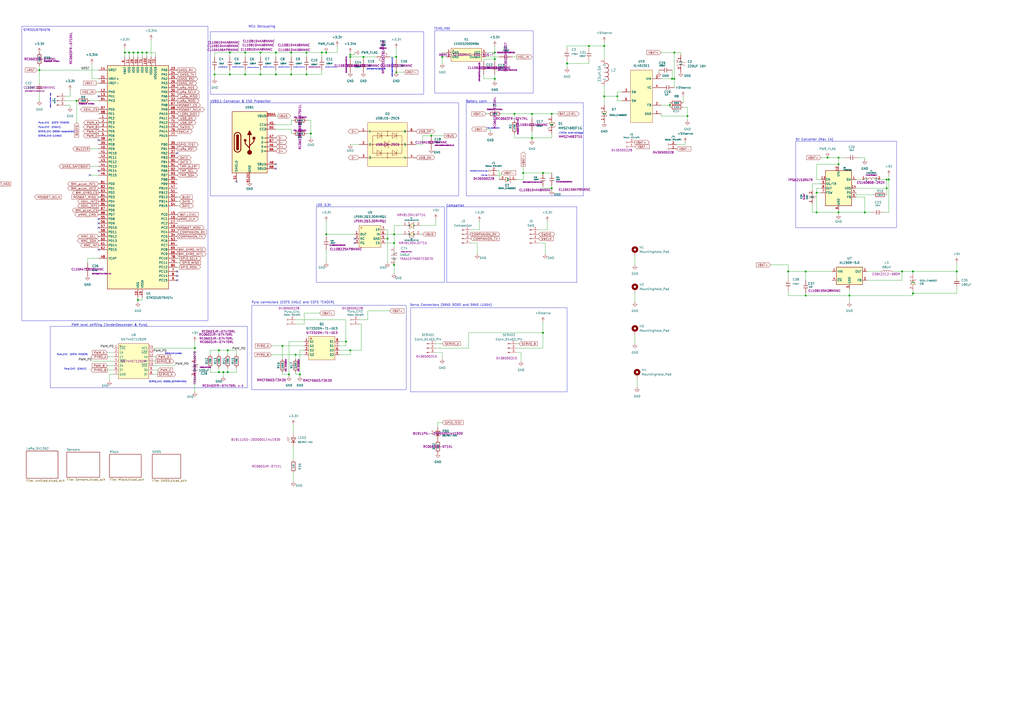
<source format=kicad_sch>
(kicad_sch (version 20250114) (generator "eeschema") (generator_version "9.0")
  (paper "A2")
  (lib_symbols
    (symbol "0402,100nF_1" (pin_numbers (hide yes)) (pin_names (offset 0))
      (property "Reference" "C" (at 2.032 1.668 0))
      (property "Value" "100nF" (at 2.032 -0.3782 0))
      (property "Voltage Rated" "16V" (at 2.032 -2.0462 0))
      (symbol "0402,100nF_1_1_1"
        (pin passive line (at 0 3.81 270) (length 3.175) (name "~") (number "1"))
        (pin passive line (at 0 -3.81 90) (length 3.175) (name "~") (number "2"))
      )
    )
    (symbol "0402,10kΩ_1" (pin_numbers (hide yes)) (pin_names (offset 0))
      (property "Reference" "R" (at 1.778 0 0))
      (property "Value" "10kΩ" (at 0 0 90))
      (symbol "0402,10kΩ_1_1_1"
        (pin passive line (at 0 3.81 270) (length 1.27) (name "~") (number "1"))
        (pin passive line (at 0 -3.81 90) (length 1.27) (name "~") (number "2"))
      )
    )
    (symbol "0402,10kΩ_2" (pin_numbers (hide yes)) (pin_names (offset 0))
      (property "Reference" "R" (at 1.778 0 0))
      (property "Value" "10kΩ" (at 0 0 90))
      (symbol "0402,10kΩ_2_1_1"
        (pin passive line (at 0 3.81 270) (length 1.27) (name "~") (number "1"))
        (pin passive line (at 0 -3.81 90) (length 1.27) (name "~") (number "2"))
      )
    )
    (symbol "0402,1uF_2" (pin_numbers (hide yes)) (pin_names (offset 0))
      (property "Reference" "C" (at 2.032 1.668 0))
      (property "Value" "1uF" (at 2.032 -0.3782 0))
      (property "Voltage Rated" "25V" (at 2.032 -2.0462 0))
      (symbol "0402,1uF_2_1_1"
        (pin passive line (at 0 3.81 270) (length 3.175) (name "~") (number "1"))
        (pin passive line (at 0 -3.81 90) (length 3.175) (name "~") (number "2"))
      )
    )
    (symbol "33uHcoil:2107-H-RC" (pin_names (offset 0.254))
      (property "Reference" "L" (at 6.985 5.08 0))
      (property "Value" "2107-H-RC" (at 6.985 -2.54 0))
      (symbol "2107-H-RC_1_1"
        (pin unspecified line (at 0 0 0) (length 2.54) (name "2") (number "2"))
        (pin unspecified line (at 15.24 0 180) (length 2.54) (name "1") (number "1"))
      )
      (symbol "2107-H-RC_1_2"
        (pin unspecified line (at 0 15.24 270) (length 2.54) (name "1") (number "1"))
        (pin unspecified line (at 0 0 90) (length 2.54) (name "2") (number "2"))
      )
    )
    (symbol "Connector:Conn_01x02_Socket" (pin_names (offset 1.016) (hide yes))
      (property "Reference" "J" (at 0 2.54 0))
      (property "Value" "Conn_01x02_Socket" (at 0 -5.08 0))
      (symbol "Conn_01x02_Socket_1_1"
        (pin passive line (at -5.08 0 0) (length 3.81) (name "Pin_1") (number "1"))
        (pin passive line (at -5.08 -2.54 0) (length 3.81) (name "Pin_2") (number "2"))
      )
    )
    (symbol "Connector:Conn_01x03_Pin" (pin_names (offset 1.016) (hide yes))
      (property "Reference" "J" (at 0 5.08 0))
      (property "Value" "Conn_01x03_Pin" (at 0 -5.08 0))
      (symbol "Conn_01x03_Pin_1_1"
        (pin passive line (at 5.08 2.54 180) (length 3.81) (name "Pin_1") (number "1"))
        (pin passive line (at 5.08 0 180) (length 3.81) (name "Pin_2") (number "2"))
        (pin passive line (at 5.08 -2.54 180) (length 3.81) (name "Pin_3") (number "3"))
      )
    )
    (symbol "Connector:Conn_01x04_Pin" (pin_names (offset 1.016) (hide yes))
      (property "Reference" "J" (at 0 5.08 0))
      (property "Value" "Conn_01x04_Pin" (at 0 -7.62 0))
      (symbol "Conn_01x04_Pin_1_1"
        (pin passive line (at 5.08 2.54 180) (length 3.81) (name "Pin_1") (number "1"))
        (pin passive line (at 5.08 0 180) (length 3.81) (name "Pin_2") (number "2"))
        (pin passive line (at 5.08 -2.54 180) (length 3.81) (name "Pin_3") (number "3"))
        (pin passive line (at 5.08 -5.08 180) (length 3.81) (name "Pin_4") (number "4"))
      )
    )
    (symbol "Device:C_Small" (pin_numbers (hide yes)) (pin_names (offset 0.254) (hide yes))
      (property "Reference" "C" (at 0.254 1.778 0))
      (property "Value" "C_Small" (at 0.254 -2.032 0))
      (symbol "C_Small_1_1"
        (pin passive line (at 0 2.54 270) (length 2.032) (name "~") (number "1"))
        (pin passive line (at 0 -2.54 90) (length 2.032) (name "~") (number "2"))
      )
    )
    (symbol "Device:L" (pin_numbers (hide yes)) (pin_names (offset 1.016) (hide yes))
      (property "Reference" "L" (at -1.27 0 90))
      (property "Value" "L" (at 1.905 0 90))
      (symbol "L_1_1"
        (pin passive line (at 0 3.81 270) (length 1.27) (name "1") (number "1"))
        (pin passive line (at 0 -3.81 90) (length 1.27) (name "2") (number "2"))
      )
    )
    (symbol "EasyEDA:1XXD32000MBA"
      (property "Reference" "X" (at 0 6.35 0))
      (property "Value" "1XXD32000MBA" (at 0 -6.35 0))
      (symbol "1XXD32000MBA_0_1"
        (pin unspecified line (at -11.43 1.27 0) (length 2.54) (name "GND") (number "1"))
        (pin unspecified line (at -11.43 -1.27 0) (length 2.54) (name "GND") (number "2"))
        (pin unspecified line (at 11.43 1.27 180) (length 2.54) (name "VCC") (number "4"))
        (pin unspecified line (at 11.43 -1.27 180) (length 2.54) (name "Output") (number "3"))
      )
    )
    (symbol "EasyEDA:220UF16V铝电解电容"
      (property "Reference" "C2" (at 3.81 1.0161 0))
      (property "Value" "220UF 16V" (at 3.81 -1.5239 0))
      (symbol "220UF16V铝电解电容_0_1"
        (pin unspecified line (at 0 5.08 270) (length 4.318) (name "1") (number "1"))
        (pin unspecified line (at 0 -5.08 90) (length 4.826) (name "2") (number "2"))
      )
    )
    (symbol "EasyEDA:GJM1555C1H3R3BB01D"
      (property "Reference" "C27" (at 0 6.35 0))
      (property "Value" "GJM1555C1H3R3BB01D" (at 0 3.81 0))
      (property "val" "3.3pF" (at 0 -3.302 0))
      (symbol "GJM1555C1H3R3BB01D_0_1"
        (pin input line (at -3.81 0 0) (length 2.54) (name "1") (number "1"))
        (pin input line (at 3.81 0 180) (length 2.54) (name "2") (number "2"))
      )
    )
    (symbol "EasyEDA:LP5912Q3.3DRVRQ1"
      (property "Reference" "U" (at 0 8.89 0))
      (property "Value" "LP5912Q3.3DRVRQ1" (at 0 -8.89 0))
      (symbol "LP5912Q3.3DRVRQ1_0_1"
        (pin unspecified line (at -8.89 1.27 0) (length 2.54) (name "OUT") (number "1"))
        (pin unspecified line (at -8.89 -1.27 0) (length 2.54) (name "NC") (number "2"))
        (pin unspecified line (at -8.89 -3.81 0) (length 2.54) (name "PG") (number "3"))
        (pin unspecified line (at 8.89 3.81 180) (length 2.54) (name "EP") (number "7"))
        (pin unspecified line (at 8.89 1.27 180) (length 2.54) (name "IN") (number "6"))
        (pin unspecified line (at 8.89 -1.27 180) (length 2.54) (name "GND") (number "5"))
        (pin unspecified line (at 8.89 -3.81 180) (length 2.54) (name "EN") (number "4"))
      )
    )
    (symbol "EasyEDA:MMSZ4683T1G"
      (property "Reference" "D" (at 0 10.16 0))
      (property "Value" "MMSZ4683T1G" (at 0 -10.16 0))
      (symbol "MMSZ4683T1G_0_1"
        (pin unspecified line (at 0 5.08 270) (length 3.81) (name "C") (number "1"))
        (pin unspecified line (at 0 -5.08 90) (length 3.81) (name "A") (number "2"))
      )
    )
    (symbol "EasyEDA:NRVB120VLSFT1G"
      (property "Reference" "U" (at 0 5.08 0))
      (property "Value" "NRVB120VLSFT1G" (at 0 -5.08 0))
      (symbol "NRVB120VLSFT1G_0_1"
        (pin unspecified line (at -5.08 0 0) (length 2.54) (name "K") (number "1"))
        (pin unspecified line (at 5.08 0 180) (length 2.54) (name "A") (number "2"))
      )
    )
    (symbol "EasyEDA:SI7232DN-T1-GE3"
      (property "Reference" "Q" (at 0 8.89 0))
      (property "Value" "SI7232DN-T1-GE3" (at 0 -8.89 0))
      (symbol "SI7232DN-T1-GE3_0_1"
        (pin unspecified line (at -10.16 3.81 0) (length 2.54) (name "S1") (number "1"))
        (pin unspecified line (at -10.16 1.27 0) (length 2.54) (name "G1") (number "2"))
        (pin unspecified line (at -10.16 -1.27 0) (length 2.54) (name "S2") (number "3"))
        (pin unspecified line (at -10.16 -3.81 0) (length 2.54) (name "G2") (number "4"))
        (pin unspecified line (at 10.16 3.81 180) (length 2.54) (name "D1") (number "8"))
        (pin unspecified line (at 10.16 1.27 180) (length 2.54) (name "D1") (number "7"))
        (pin unspecified line (at 10.16 -1.27 180) (length 2.54) (name "D2") (number "6"))
        (pin unspecified line (at 10.16 -3.81 180) (length 2.54) (name "D2") (number "5"))
      )
    )
    (symbol "EasyEDA:SN74HCT125DR"
      (property "Reference" "U" (at 0 12.7 0))
      (property "Value" "SN74HCT125DR" (at 0 -12.7 0))
      (symbol "SN74HCT125DR_0_1"
        (pin unspecified line (at -11.43 7.62 0) (length 2.54) (name "~{1OE}") (number "1"))
        (pin unspecified line (at -11.43 5.08 0) (length 2.54) (name "1A") (number "2"))
        (pin unspecified line (at -11.43 2.54 0) (length 2.54) (name "1Y") (number "3"))
        (pin unspecified line (at -11.43 0 0) (length 2.54) (name "~{2OE}") (number "4"))
        (pin unspecified line (at -11.43 -2.54 0) (length 2.54) (name "2A") (number "5"))
        (pin unspecified line (at -11.43 -5.08 0) (length 2.54) (name "2Y") (number "6"))
        (pin unspecified line (at -11.43 -7.62 0) (length 2.54) (name "GND") (number "7"))
        (pin unspecified line (at 11.43 7.62 180) (length 2.54) (name "VCC") (number "14"))
        (pin unspecified line (at 11.43 5.08 180) (length 2.54) (name "~{4OE}") (number "13"))
        (pin unspecified line (at 11.43 2.54 180) (length 2.54) (name "4A") (number "12"))
        (pin unspecified line (at 11.43 0 180) (length 2.54) (name "4Y") (number "11"))
        (pin unspecified line (at 11.43 -2.54 180) (length 2.54) (name "~{3OE}") (number "10"))
        (pin unspecified line (at 11.43 -5.08 180) (length 2.54) (name "3A") (number "9"))
        (pin unspecified line (at 11.43 -7.62 180) (length 2.54) (name "3Y") (number "8"))
      )
    )
    (symbol "EasyEDA:SS34_C466502"
      (property "Reference" "D" (at 0 5.08 0))
      (property "Value" "SS34_C466502" (at 0 -5.08 0))
      (symbol "SS34_C466502_0_1"
        (pin unspecified line (at -5.08 0 0) (length 3.81) (name "1") (number "1"))
        (pin unspecified line (at 5.08 0 180) (length 3.81) (name "2") (number "2"))
      )
    )
    (symbol "EasyEDA:T520A107M006ATE070"
      (property "Reference" "C" (at 0 5.08 0))
      (property "Value" "T520A107M006ATE070" (at 0 -5.08 0))
      (symbol "T520A107M006ATE070_0_1"
        (pin input line (at -5.08 0 0) (length 2.54) (name "1") (number "1"))
        (pin input line (at 5.08 0 180) (length 2.54) (name "2") (number "2"))
      )
    )
    (symbol "EasyEDA:USBLC6-2SC6"
      (property "Reference" "D" (at 0 12.7 0))
      (property "Value" "USBLC6-2SC6" (at 0 -12.7 0))
      (symbol "USBLC6-2SC6_0_1"
        (pin input line (at -16.51 7.62 0) (length 5.08) (name "1") (number "1"))
        (pin input line (at -16.51 0 0) (length 5.08) (name "2") (number "2"))
        (pin input line (at -16.51 -7.62 0) (length 5.08) (name "3") (number "3"))
        (pin input line (at 16.51 7.62 180) (length 5.08) (name "6") (number "6"))
        (pin input line (at 16.51 0 180) (length 5.08) (name "5") (number "5"))
        (pin input line (at 16.51 -7.62 180) (length 5.08) (name "4") (number "4"))
      )
    )
    (symbol "EasyEDA:XFL4020-472MEC"
      (property "Reference" "U" (at 0 5.08 0))
      (property "Value" "XFL4020-472MEC" (at 0 -5.08 0))
      (symbol "XFL4020-472MEC_0_1"
        (pin unspecified line (at -5.08 0 0) (length 1.016) (name "1") (number "1"))
        (pin unspecified line (at 5.08 0 180) (length 1.016) (name "2") (number "2"))
      )
    )
    (symbol "EasyEDA:XL4015E1"
      (property "Reference" "U" (at 0 15.24 0))
      (property "Value" "XL4015E1" (at 0 -15.24 0))
      (symbol "XL4015E1_0_1"
        (pin unspecified line (at -11.43 2.54 0) (length 5.08) (name "SW") (number "3"))
        (pin unspecified line (at -11.43 -2.54 0) (length 5.08) (name "SW") (number "6"))
        (pin unspecified line (at 11.43 10.16 180) (length 5.08) (name "VIN") (number "5"))
        (pin unspecified line (at 11.43 5.08 180) (length 5.08) (name "VC") (number "4"))
        (pin unspecified line (at 11.43 -5.08 180) (length 5.08) (name "FB") (number "2"))
        (pin unspecified line (at 11.43 -10.16 180) (length 5.08) (name "GND") (number "1"))
      )
    )
    (symbol "MCU_ST_STM32U5:STM32U575VGTx"
      (property "Reference" "U" (at -17.78 67.31 0))
      (property "Value" "STM32U575VGTx" (at 12.7 67.31 0))
      (symbol "STM32U575VGTx_1_1"
        (pin input line (at -22.86 63.5 0) (length 5.08) (name "NRST") (number "14"))
        (pin input line (at -22.86 58.42 0) (length 5.08) (name "VREF+") (number "21"))
        (pin input line (at -22.86 55.88 0) (length 5.08) (name "VREF-") (number "20"))
        (pin bidirectional line (at -22.86 50.8 0) (length 5.08) (name "PH0") (number "12"))
        (pin bidirectional line (at -22.86 48.26 0) (length 5.08) (name "PH1") (number "13"))
        (pin bidirectional line (at -22.86 45.72 0) (length 5.08) (name "PH3") (number "94"))
        (pin bidirectional line (at -22.86 40.64 0) (length 5.08) (name "PE0") (number "97"))
        (pin bidirectional line (at -22.86 38.1 0) (length 5.08) (name "PE1") (number "98"))
        (pin bidirectional line (at -22.86 35.56 0) (length 5.08) (name "PE2") (number "1"))
        (pin bidirectional line (at -22.86 33.02 0) (length 5.08) (name "PE3") (number "2"))
        (pin bidirectional line (at -22.86 30.48 0) (length 5.08) (name "PE4") (number "3"))
        (pin bidirectional line (at -22.86 27.94 0) (length 5.08) (name "PE5") (number "4"))
        (pin bidirectional line (at -22.86 25.4 0) (length 5.08) (name "PE6") (number "5"))
        (pin bidirectional line (at -22.86 22.86 0) (length 5.08) (name "PE7") (number "38"))
        (pin bidirectional line (at -22.86 20.32 0) (length 5.08) (name "PE8") (number "39"))
        (pin bidirectional line (at -22.86 17.78 0) (length 5.08) (name "PE9") (number "40"))
        (pin bidirectional line (at -22.86 15.24 0) (length 5.08) (name "PE10") (number "41"))
        (pin bidirectional line (at -22.86 12.7 0) (length 5.08) (name "PE11") (number "42"))
        (pin bidirectional line (at -22.86 10.16 0) (length 5.08) (name "PE12") (number "43"))
        (pin bidirectional line (at -22.86 7.62 0) (length 5.08) (name "PE13") (number "44"))
        (pin bidirectional line (at -22.86 5.08 0) (length 5.08) (name "PE14") (number "45"))
        (pin bidirectional line (at -22.86 2.54 0) (length 5.08) (name "PE15") (number "46"))
        (pin bidirectional line (at -22.86 -2.54 0) (length 5.08) (name "PD0") (number "81"))
        (pin bidirectional line (at -22.86 -5.08 0) (length 5.08) (name "PD1") (number "82"))
        (pin bidirectional line (at -22.86 -7.62 0) (length 5.08) (name "PD2") (number "83"))
        (pin bidirectional line (at -22.86 -10.16 0) (length 5.08) (name "PD3") (number "84"))
        (pin bidirectional line (at -22.86 -12.7 0) (length 5.08) (name "PD4") (number "85"))
        (pin bidirectional line (at -22.86 -15.24 0) (length 5.08) (name "PD5") (number "86"))
        (pin bidirectional line (at -22.86 -17.78 0) (length 5.08) (name "PD6") (number "87"))
        (pin bidirectional line (at -22.86 -20.32 0) (length 5.08) (name "PD7") (number "88"))
        (pin bidirectional line (at -22.86 -22.86 0) (length 5.08) (name "PD8") (number "55"))
        (pin bidirectional line (at -22.86 -25.4 0) (length 5.08) (name "PD9") (number "56"))
        (pin bidirectional line (at -22.86 -27.94 0) (length 5.08) (name "PD10") (number "57"))
        (pin bidirectional line (at -22.86 -30.48 0) (length 5.08) (name "PD11") (number "58"))
        (pin bidirectional line (at -22.86 -33.02 0) (length 5.08) (name "PD12") (number "59"))
        (pin bidirectional line (at -22.86 -35.56 0) (length 5.08) (name "PD13") (number "60"))
        (pin bidirectional line (at -22.86 -38.1 0) (length 5.08) (name "PD14") (number "61"))
        (pin bidirectional line (at -22.86 -40.64 0) (length 5.08) (name "PD15") (number "62"))
        (pin power_out line (at -22.86 -45.72 0) (length 5.08) (name "VCAP") (number "48"))
        (pin power_in line (at -7.62 71.12 270) (length 5.08) (name "VBAT") (number "6"))
        (pin power_in line (at -5.08 71.12 270) (length 5.08) (name "VDD") (number "11"))
        (pin power_in line (at -2.54 71.12 270) (length 5.08) (name "VDD") (number "28"))
        (pin power_in line (at 0 71.12 270) (length 5.08) (name "VDD") (number "50"))
        (pin power_in line (at 0 -68.58 90) (length 5.08) (name "VSS") (number "10"))
        (pin passive line (at 0 -68.58 90) (length 5.08) (hide yes) (name "VSS") (number "27"))
        (pin passive line (at 0 -68.58 90) (length 5.08) (hide yes) (name "VSS") (number "49"))
        (pin passive line (at 0 -68.58 90) (length 5.08) (hide yes) (name "VSS") (number "74"))
        (pin passive line (at 0 -68.58 90) (length 5.08) (hide yes) (name "VSS") (number "99"))
        (pin power_in line (at 2.54 71.12 270) (length 5.08) (name "VDD") (number "75"))
        (pin power_in line (at 2.54 -68.58 90) (length 5.08) (name "VSSA") (number "19"))
        (pin power_in line (at 5.08 71.12 270) (length 5.08) (name "VDD") (number "100"))
        (pin power_in line (at 7.62 71.12 270) (length 5.08) (name "VDDA") (number "22"))
        (pin power_in line (at 10.16 71.12 270) (length 5.08) (name "VDDUSB") (number "73"))
        (pin bidirectional line (at 22.86 63.5 180) (length 5.08) (name "PA0") (number "23"))
        (pin bidirectional line (at 22.86 60.96 180) (length 5.08) (name "PA1") (number "24"))
        (pin bidirectional line (at 22.86 58.42 180) (length 5.08) (name "PA2") (number "25"))
        (pin bidirectional line (at 22.86 55.88 180) (length 5.08) (name "PA3") (number "26"))
        (pin bidirectional line (at 22.86 53.34 180) (length 5.08) (name "PA4") (number "29"))
        (pin bidirectional line (at 22.86 50.8 180) (length 5.08) (name "PA5") (number "30"))
        (pin bidirectional line (at 22.86 48.26 180) (length 5.08) (name "PA6") (number "31"))
        (pin bidirectional line (at 22.86 45.72 180) (length 5.08) (name "PA7") (number "32"))
        (pin bidirectional line (at 22.86 43.18 180) (length 5.08) (name "PA8") (number "67"))
        (pin bidirectional line (at 22.86 40.64 180) (length 5.08) (name "PA9") (number "68"))
        (pin bidirectional line (at 22.86 38.1 180) (length 5.08) (name "PA10") (number "69"))
        (pin bidirectional line (at 22.86 35.56 180) (length 5.08) (name "PA11") (number "70"))
        (pin bidirectional line (at 22.86 33.02 180) (length 5.08) (name "PA12") (number "71"))
        (pin bidirectional line (at 22.86 30.48 180) (length 5.08) (name "PA13") (number "72"))
        (pin bidirectional line (at 22.86 27.94 180) (length 5.08) (name "PA14") (number "76"))
        (pin bidirectional line (at 22.86 25.4 180) (length 5.08) (name "PA15") (number "77"))
        (pin bidirectional line (at 22.86 20.32 180) (length 5.08) (name "PB0") (number "35"))
        (pin bidirectional line (at 22.86 17.78 180) (length 5.08) (name "PB1") (number "36"))
        (pin bidirectional line (at 22.86 15.24 180) (length 5.08) (name "PB2") (number "37"))
        (pin bidirectional line (at 22.86 12.7 180) (length 5.08) (name "PB3") (number "89"))
        (pin bidirectional line (at 22.86 10.16 180) (length 5.08) (name "PB4") (number "90"))
        (pin bidirectional line (at 22.86 7.62 180) (length 5.08) (name "PB5") (number "91"))
        (pin bidirectional line (at 22.86 5.08 180) (length 5.08) (name "PB6") (number "92"))
        (pin bidirectional line (at 22.86 2.54 180) (length 5.08) (name "PB7") (number "93"))
        (pin bidirectional line (at 22.86 0 180) (length 5.08) (name "PB8") (number "95"))
        (pin bidirectional line (at 22.86 -2.54 180) (length 5.08) (name "PB9") (number "96"))
        (pin bidirectional line (at 22.86 -5.08 180) (length 5.08) (name "PB10") (number "47"))
        (pin bidirectional line (at 22.86 -7.62 180) (length 5.08) (name "PB12") (number "51"))
        (pin bidirectional line (at 22.86 -10.16 180) (length 5.08) (name "PB13") (number "52"))
        (pin bidirectional line (at 22.86 -12.7 180) (length 5.08) (name "PB14") (number "53"))
        (pin bidirectional line (at 22.86 -15.24 180) (length 5.08) (name "PB15") (number "54"))
        (pin bidirectional line (at 22.86 -20.32 180) (length 5.08) (name "PC0") (number "15"))
        (pin bidirectional line (at 22.86 -22.86 180) (length 5.08) (name "PC1") (number "16"))
        (pin bidirectional line (at 22.86 -25.4 180) (length 5.08) (name "PC2") (number "17"))
        (pin bidirectional line (at 22.86 -27.94 180) (length 5.08) (name "PC3") (number "18"))
        (pin bidirectional line (at 22.86 -30.48 180) (length 5.08) (name "PC4") (number "33"))
        (pin bidirectional line (at 22.86 -33.02 180) (length 5.08) (name "PC5") (number "34"))
        (pin bidirectional line (at 22.86 -35.56 180) (length 5.08) (name "PC6") (number "63"))
        (pin bidirectional line (at 22.86 -38.1 180) (length 5.08) (name "PC7") (number "64"))
        (pin bidirectional line (at 22.86 -40.64 180) (length 5.08) (name "PC8") (number "65"))
        (pin bidirectional line (at 22.86 -43.18 180) (length 5.08) (name "PC9") (number "66"))
        (pin bidirectional line (at 22.86 -45.72 180) (length 5.08) (name "PC10") (number "78"))
        (pin bidirectional line (at 22.86 -48.26 180) (length 5.08) (name "PC11") (number "79"))
        (pin bidirectional line (at 22.86 -50.8 180) (length 5.08) (name "PC12") (number "80"))
        (pin bidirectional line (at 22.86 -53.34 180) (length 5.08) (name "PC13") (number "7"))
        (pin bidirectional line (at 22.86 -55.88 180) (length 5.08) (name "PC14") (number "8"))
        (pin bidirectional line (at 22.86 -58.42 180) (length 5.08) (name "PC15") (number "9"))
      )
    )
    (symbol "Mechanical:MountingHole_Pad" (pin_numbers (hide yes)) (pin_names (offset 1.016) (hide yes)) (exclude_from_sim yes) (in_bom no)
      (property "Reference" "H" (at 0 6.35 0))
      (property "Value" "MountingHole_Pad" (at 0 4.445 0))
      (symbol "MountingHole_Pad_1_1"
        (pin input line (at 0 -2.54 90) (length 2.54) (name "1") (number "1"))
      )
    )
    (symbol "PCM_JLCPCB-Capacitors:0402,100nF" (pin_numbers (hide yes)) (pin_names (offset 0))
      (property "Reference" "C" (at 2.032 1.668 0))
      (property "Value" "100nF" (at 2.032 -0.3782 0))
      (property "Voltage Rated" "16V" (at 2.032 -2.0462 0))
      (symbol "0402,100nF_1_1"
        (pin passive line (at 0 3.81 270) (length 3.175) (name "~") (number "1"))
        (pin passive line (at 0 -3.81 90) (length 3.175) (name "~") (number "2"))
      )
    )
    (symbol "PCM_JLCPCB-Capacitors:0402,100pF" (pin_numbers (hide yes)) (pin_names (offset 0))
      (property "Reference" "C" (at 2.032 1.668 0))
      (property "Value" "100pF" (at 2.032 -0.3782 0))
      (property "Voltage Rated" "50V" (at 2.032 -2.0462 0))
      (symbol "0402,100pF_1_1"
        (pin passive line (at 0 3.81 270) (length 3.175) (name "~") (number "1"))
        (pin passive line (at 0 -3.81 90) (length 3.175) (name "~") (number "2"))
      )
    )
    (symbol "PCM_JLCPCB-Capacitors:0402,10nF" (pin_numbers (hide yes)) (pin_names (offset 0))
      (property "Reference" "C" (at 2.032 1.668 0))
      (property "Value" "10nF" (at 2.032 -0.3782 0))
      (property "Voltage Rated" "50V" (at 2.032 -2.0462 0))
      (symbol "0402,10nF_1_1"
        (pin passive line (at 0 3.81 270) (length 3.175) (name "~") (number "1"))
        (pin passive line (at 0 -3.81 90) (length 3.175) (name "~") (number "2"))
      )
    )
    (symbol "PCM_JLCPCB-Capacitors:0402,10uF" (pin_numbers (hide yes)) (pin_names (offset 0))
      (property "Reference" "C" (at 2.032 1.668 0))
      (property "Value" "10uF" (at 2.032 -0.3782 0))
      (property "Voltage Rated" "6.3V" (at 2.032 -2.0462 0))
      (symbol "0402,10uF_1_1"
        (pin passive line (at 0 3.81 270) (length 3.175) (name "~") (number "1"))
        (pin passive line (at 0 -3.81 90) (length 3.175) (name "~") (number "2"))
      )
    )
    (symbol "PCM_JLCPCB-Capacitors:0402,1uF" (pin_numbers (hide yes)) (pin_names (offset 0))
      (property "Reference" "C" (at 2.032 1.668 0))
      (property "Value" "1uF" (at 2.032 -0.3782 0))
      (property "Voltage Rated" "25V" (at 2.032 -2.0462 0))
      (symbol "0402,1uF_1_1"
        (pin passive line (at 0 3.81 270) (length 3.175) (name "~") (number "1"))
        (pin passive line (at 0 -3.81 90) (length 3.175) (name "~") (number "2"))
      )
    )
    (symbol "PCM_JLCPCB-Capacitors:0402,2.2uF" (pin_numbers (hide yes)) (pin_names (offset 0))
      (property "Reference" "C" (at 2.032 1.668 0))
      (property "Value" "2.2uF" (at 2.032 -0.3782 0))
      (property "Voltage Rated" "6.3V" (at 2.032 -2.0462 0))
      (symbol "0402,2.2uF_1_1"
        (pin passive line (at 0 3.81 270) (length 3.175) (name "~") (number "1"))
        (pin passive line (at 0 -3.81 90) (length 3.175) (name "~") (number "2"))
      )
    )
    (symbol "PCM_JLCPCB-Capacitors:0402,4.7uF" (pin_numbers (hide yes)) (pin_names (offset 0))
      (property "Reference" "C" (at 2.032 1.668 0))
      (property "Value" "4.7uF" (at 2.032 -0.3782 0))
      (property "Voltage Rated" "10V" (at 2.032 -2.0462 0))
      (symbol "0402,4.7uF_1_1"
        (pin passive line (at 0 3.81 270) (length 3.175) (name "~") (number "1"))
        (pin passive line (at 0 -3.81 90) (length 3.175) (name "~") (number "2"))
      )
    )
    (symbol "PCM_JLCPCB-Capacitors:0603,10uF,(2)" (pin_numbers (hide yes)) (pin_names (offset 0))
      (property "Reference" "C" (at 2.032 1.668 0))
      (property "Value" "10uF" (at 2.032 -0.3782 0))
      (property "Voltage Rated" "25V" (at 2.032 -2.0462 0))
      (symbol "0603,10uF,(2)_1_1"
        (pin passive line (at 0 3.81 270) (length 3.175) (name "~") (number "1"))
        (pin passive line (at 0 -3.81 90) (length 3.175) (name "~") (number "2"))
      )
    )
    (symbol "PCM_JLCPCB-Capacitors:0603,22uF" (pin_numbers (hide yes)) (pin_names (offset 0))
      (property "Reference" "C" (at 2.032 1.668 0))
      (property "Value" "22uF" (at 2.032 -0.3782 0))
      (property "Voltage Rated" "6.3V" (at 2.032 -2.0462 0))
      (symbol "0603,22uF_1_1"
        (pin passive line (at 0 3.81 270) (length 3.175) (name "~") (number "1"))
        (pin passive line (at 0 -3.81 90) (length 3.175) (name "~") (number "2"))
      )
    )
    (symbol "PCM_JLCPCB-Capacitors:1206,100nF" (pin_numbers (hide yes)) (pin_names (offset 0))
      (property "Reference" "C" (at 2.032 1.668 0))
      (property "Value" "100nF" (at 2.032 -0.3782 0))
      (property "Voltage Rated" "50V" (at 2.032 -2.0462 0))
      (symbol "1206,100nF_1_1"
        (pin passive line (at 0 3.81 270) (length 3.175) (name "~") (number "1"))
        (pin passive line (at 0 -3.81 90) (length 3.175) (name "~") (number "2"))
      )
    )
    (symbol "PCM_JLCPCB-Capacitors:1206,10uF" (pin_numbers (hide yes)) (pin_names (offset 0))
      (property "Reference" "C" (at 2.032 1.668 0))
      (property "Value" "10uF" (at 2.032 -0.3782 0))
      (property "Voltage Rated" "50V" (at 2.032 -2.0462 0))
      (symbol "1206,10uF_1_1"
        (pin passive line (at 0 3.81 270) (length 3.175) (name "~") (number "1"))
        (pin passive line (at 0 -3.81 90) (length 3.175) (name "~") (number "2"))
      )
    )
    (symbol "PCM_JLCPCB-Capacitors:Plugin,D10xL16mm,470uF" (pin_numbers (hide yes)) (pin_names (offset 0))
      (property "Reference" "C" (at 2.032 1.668 0))
      (property "Value" "470uF" (at 2.032 -0.3782 0))
      (property "Voltage Rated" "50V" (at 2.032 -2.0462 0))
      (symbol "Plugin,D10xL16mm,470uF_1_1"
        (pin passive line (at 0 3.81 270) (length 3.175) (name "~") (number "1"))
        (pin passive line (at 0 -3.81 90) (length 3.175) (name "~") (number "2"))
      )
    )
    (symbol "PCM_JLCPCB-Diodes:LED,0603,Red" (pin_numbers (hide yes)) (pin_names (offset 0))
      (property "Reference" "D" (at 2.032 0.834 0))
      (property "Value" "Red" (at 2.032 -1.2122 0))
      (symbol "LED,0603,Red_1_1"
        (pin passive line (at 0 3.81 270) (length 3.81) (name "~") (number "2"))
        (pin passive line (at 0 -3.81 90) (length 3.81) (name "~") (number "1"))
      )
    )
    (symbol "PCM_JLCPCB-Extended:Connector, USB-TYPE-C-16P"
      (property "Reference" "J" (at 2.54 2.54 0))
      (symbol "Connector, USB-TYPE-C-16P_1_1"
        (pin passive line (at -7.62 -22.86 90) (length 5.08) (name "SHIELD") (number "S1"))
        (pin passive line (at 0 -22.86 90) (length 5.08) (hide yes) (name "GND") (number "A12B1"))
        (pin passive line (at 0 -22.86 90) (length 5.08) (name "GND") (number "B12A1"))
        (pin passive line (at 15.24 15.24 180) (length 5.08) (hide yes) (name "VBUS") (number "A9B4"))
        (pin passive line (at 15.24 15.24 180) (length 5.08) (name "VBUS") (number "B9A4"))
        (pin bidirectional line (at 15.24 10.16 180) (length 5.08) (name "CC1") (number "A5"))
        (pin bidirectional line (at 15.24 7.62 180) (length 5.08) (name "CC2") (number "B5"))
        (pin bidirectional line (at 15.24 2.54 180) (length 5.08) (name "D-") (number "A7"))
        (pin bidirectional line (at 15.24 0 180) (length 5.08) (name "D-") (number "B7"))
        (pin bidirectional line (at 15.24 -2.54 180) (length 5.08) (name "D+") (number "A6"))
        (pin bidirectional line (at 15.24 -5.08 180) (length 5.08) (name "D+") (number "B6"))
        (pin bidirectional line (at 15.24 -12.7 180) (length 5.08) (name "SBU1") (number "A8"))
        (pin bidirectional line (at 15.24 -15.24 180) (length 5.08) (name "SBU2") (number "B8"))
      )
    )
    (symbol "PCM_JLCPCB-Inductors:Ferrite,0805" (pin_numbers (hide yes)) (pin_names (offset 0))
      (property "Reference" "FB" (at 3.4036 1.2508 0))
      (property "Current Rating" "800mA" (at 3.4036 -1.5274 0))
      (symbol "Ferrite,0805_1_1"
        (pin passive line (at 0 3.81 270) (length 2.54) (name "~") (number "1"))
        (pin passive line (at 0 -3.81 90) (length 2.54) (name "~") (number "2"))
      )
    )
    (symbol "PCM_JLCPCB-Resistors:0402,100kΩ" (pin_numbers (hide yes)) (pin_names (offset 0))
      (property "Reference" "R" (at 1.778 0 0))
      (property "Value" "100kΩ" (at 0 0 90))
      (symbol "0402,100kΩ_1_1"
        (pin passive line (at 0 3.81 270) (length 1.27) (name "~") (number "1"))
        (pin passive line (at 0 -3.81 90) (length 1.27) (name "~") (number "2"))
      )
    )
    (symbol "PCM_JLCPCB-Resistors:0402,10kΩ" (pin_numbers (hide yes)) (pin_names (offset 0))
      (property "Reference" "R" (at 1.778 0 0))
      (property "Value" "10kΩ" (at 0 0 90))
      (symbol "0402,10kΩ_1_1"
        (pin passive line (at 0 3.81 270) (length 1.27) (name "~") (number "1"))
        (pin passive line (at 0 -3.81 90) (length 1.27) (name "~") (number "2"))
      )
    )
    (symbol "PCM_JLCPCB-Resistors:0402,1kΩ" (pin_numbers (hide yes)) (pin_names (offset 0))
      (property "Reference" "R" (at 1.778 0 0))
      (property "Value" "1kΩ" (at 0 0 90))
      (symbol "0402,1kΩ_1_1"
        (pin passive line (at 0 3.81 270) (length 1.27) (name "~") (number "1"))
        (pin passive line (at 0 -3.81 90) (length 1.27) (name "~") (number "2"))
      )
    )
    (symbol "PCM_JLCPCB-Resistors:0402,3.3kΩ" (pin_numbers (hide yes)) (pin_names (offset 0))
      (property "Reference" "R" (at 1.778 0 0))
      (property "Value" "3.3kΩ" (at 0 0 90))
      (symbol "0402,3.3kΩ_1_1"
        (pin passive line (at 0 3.81 270) (length 1.27) (name "~") (number "1"))
        (pin passive line (at 0 -3.81 90) (length 1.27) (name "~") (number "2"))
      )
    )
    (symbol "PCM_JLCPCB-Resistors:0402,470Ω" (pin_numbers (hide yes)) (pin_names (offset 0))
      (property "Reference" "R" (at 1.778 0 0))
      (property "Value" "470Ω" (at 0 0 90))
      (symbol "0402,470Ω_1_1"
        (pin passive line (at 0 3.81 270) (length 1.27) (name "~") (number "1"))
        (pin passive line (at 0 -3.81 90) (length 1.27) (name "~") (number "2"))
      )
    )
    (symbol "PCM_JLCPCB-Resistors:0402,47kΩ" (pin_numbers (hide yes)) (pin_names (offset 0))
      (property "Reference" "R" (at 1.778 0 0))
      (property "Value" "47kΩ" (at 0 0 90))
      (symbol "0402,47kΩ_1_1"
        (pin passive line (at 0 3.81 270) (length 1.27) (name "~") (number "1"))
        (pin passive line (at 0 -3.81 90) (length 1.27) (name "~") (number "2"))
      )
    )
    (symbol "PCM_JLCPCB-Resistors:0402,5.1kΩ" (pin_numbers (hide yes)) (pin_names (offset 0))
      (property "Reference" "R" (at 1.778 0 0))
      (property "Value" "5.1kΩ" (at 0 0 90))
      (symbol "0402,5.1kΩ_1_1"
        (pin passive line (at 0 3.81 270) (length 1.27) (name "~") (number "1"))
        (pin passive line (at 0 -3.81 90) (length 1.27) (name "~") (number "2"))
      )
    )
    (symbol "PCM_JLCPCB-Resistors:0603,10kΩ" (pin_numbers (hide yes)) (pin_names (offset 0))
      (property "Reference" "R" (at 1.778 0 0))
      (property "Value" "10kΩ" (at 0 0 90))
      (symbol "0603,10kΩ_1_1"
        (pin passive line (at 0 3.81 270) (length 1.27) (name "~") (number "1"))
        (pin passive line (at 0 -3.81 90) (length 1.27) (name "~") (number "2"))
      )
    )
    (symbol "PCM_JLCPCB-Resistors:0603,3.3kΩ" (pin_numbers (hide yes)) (pin_names (offset 0))
      (property "Reference" "R" (at 1.778 0 0))
      (property "Value" "3.3kΩ" (at 0 0 90))
      (symbol "0603,3.3kΩ_1_1"
        (pin passive line (at 0 3.81 270) (length 1.27) (name "~") (number "1"))
        (pin passive line (at 0 -3.81 90) (length 1.27) (name "~") (number "2"))
      )
    )
    (symbol "Regulator_Switching:TPS62153" (pin_names (offset 0.254))
      (property "Reference" "U" (at 3.81 13.97 0))
      (property "Value" "TPS62153" (at 3.81 11.43 0))
      (symbol "TPS62153_1_1"
        (pin input line (at -10.16 5.08 0) (length 2.54) (name "EN") (number "13"))
        (pin input line (at -10.16 2.54 0) (length 2.54) (name "SS/TR") (number "9"))
        (pin input line (at -10.16 0 0) (length 2.54) (name "DEF") (number "8"))
        (pin input line (at -10.16 -2.54 0) (length 2.54) (name "FSW") (number "7"))
        (pin power_in line (at 0 12.7 270) (length 2.54) (name "VIN") (number "10"))
        (pin passive line (at 0 12.7 270) (length 2.54) (hide yes) (name "VIN") (number "11"))
        (pin passive line (at 0 12.7 270) (length 2.54) (hide yes) (name "VIN") (number "12"))
        (pin passive line (at 0 -12.7 90) (length 2.54) (hide yes) (name "GND") (number "15"))
        (pin passive line (at 0 -12.7 90) (length 2.54) (hide yes) (name "GND") (number "16"))
        (pin passive line (at 0 -12.7 90) (length 2.54) (hide yes) (name "GND") (number "17"))
        (pin power_in line (at 0 -12.7 90) (length 2.54) (name "GND") (number "6"))
        (pin output line (at 10.16 5.08 180) (length 2.54) (name "SW") (number "1"))
        (pin passive line (at 10.16 5.08 180) (length 2.54) (hide yes) (name "SW") (number "2"))
        (pin passive line (at 10.16 5.08 180) (length 2.54) (hide yes) (name "SW") (number "3"))
        (pin input line (at 10.16 0 180) (length 2.54) (name "VOS") (number "14"))
        (pin open_collector line (at 10.16 -2.54 180) (length 2.54) (name "PG") (number "4"))
        (pin input line (at 10.16 -5.08 180) (length 2.54) (name "FB") (number "5"))
      )
    )
    (symbol "Regulator_Switching:XL1509-5.0"
      (property "Reference" "U" (at -7.112 6.096 0))
      (property "Value" "XL1509-5.0" (at 5.842 6.096 0))
      (symbol "XL1509-5.0_1_1"
        (pin power_in line (at -10.16 2.54 0) (length 2.54) (name "VIN") (number "1"))
        (pin input line (at -10.16 -2.54 0) (length 2.54) (name "~{EN}") (number "4"))
        (pin power_in line (at 0 -7.62 90) (length 2.54) (name "GND") (number "5"))
        (pin passive line (at 0 -7.62 90) (length 2.54) (hide yes) (name "GND") (number "6"))
        (pin passive line (at 0 -7.62 90) (length 2.54) (hide yes) (name "GND") (number "7"))
        (pin passive line (at 0 -7.62 90) (length 2.54) (hide yes) (name "GND") (number "8"))
        (pin power_out line (at 10.16 2.54 180) (length 2.54) (name "OUT") (number "2"))
        (pin input line (at 10.16 -2.54 180) (length 2.54) (name "FB") (number "3"))
      )
    )
    (symbol "power:+3.3V" (power) (pin_numbers (hide yes)) (pin_names (offset 0) (hide yes))
      (property "Value" "+3.3V" (at 0 3.556 0))
      (symbol "+3.3V_1_1"
        (pin power_in line (at 0 0 90) (length 0) (name "~") (number "1"))
      )
    )
    (symbol "power:+3.3VA" (power) (pin_numbers (hide yes)) (pin_names (offset 0) (hide yes))
      (property "Value" "+3.3VA" (at 0 3.556 0))
      (symbol "+3.3VA_1_1"
        (pin power_in line (at 0 0 90) (length 0) (name "~") (number "1"))
      )
    )
    (symbol "power:+5V" (power) (pin_numbers (hide yes)) (pin_names (offset 0) (hide yes))
      (property "Value" "+5V" (at 0 3.556 0))
      (symbol "+5V_1_1"
        (pin power_in line (at 0 0 90) (length 0) (name "~") (number "1"))
      )
    )
    (symbol "power:GND" (power) (pin_numbers (hide yes)) (pin_names (offset 0) (hide yes))
      (property "Value" "GND" (at 0 -3.81 0))
      (symbol "GND_1_1"
        (pin power_in line (at 0 0 270) (length 0) (name "~") (number "1"))
      )
    )
    (symbol "power:PWR_FLAG" (power) (pin_numbers (hide yes)) (pin_names (offset 0) (hide yes))
      (property "Value" "PWR_FLAG" (at 0 3.81 0))
      (symbol "PWR_FLAG_0_0"
        (pin power_out line (at 0 0 90) (length 0) (name "~") (number "1"))
      )
    )
  )
  (rectangle (start 121.92 18.415) (end 245.745 54.61))
  (rectangle (start 146.05 177.165) (end 235.585 226.06))
  (rectangle (start 252.095 17.78) (end 309.245 53.975))
  (rectangle (start 270.51 59.69) (end 338.455 113.665))
  (rectangle (start 259.08 120.015) (end 334.645 163.83))
  (rectangle (start 12.7 15.24) (end 120.65 186.055))
  (rectangle (start 29.21 189.357) (end 143.51 224.917))
  (rectangle (start 121.92 59.69) (end 266.065 113.665))
  (rectangle (start 461.645 81.915) (end 520.065 132.08))
  (rectangle (start 238.125 178.435) (end 328.93 227.33))
  (rectangle (start 183.515 120.015) (end 257.81 163.83))
  (text "Pyro connectors (COTS EAGLE and COTS TENDER)\n" (at 169.926 175.514 0) (effects (font (size 1.27 1.27))))
  (text "PWM level shifting (TenderDescender & Pyro)" (at 63.5 188.595 0) (effects (font (size 1.27 1.27))))
  (text "LDO 3.3V" (at 187.706 119.126 0) (effects (font (size 1.27 1.27))))
  (text "SERVO_CH2 (LEASH)" (at 100.584 205.232 0) (effects (font (size 0.635 0.635))))
  (text "Pyro_CH2  (EAGLE)" (at 43.688 214.122 0) (effects (font (size 0.889 0.889))))
  (text "STM32U575VGT6" (at 21.336 17.526 0) (effects (font (size 1.27 1.27))))
  (text "GRM155R71H104KE14D" (at 146.812 39.37 0) (effects (font (size 0.381 0.381))))
  (text "GRM155R71H104KE14D" (at 138.176 39.116 0) (effects (font (size 0.381 0.381))))
  (text "GRM155R71H104KE14D" (at 155.956 39.116 0) (effects (font (size 0.381 0.381))))
  (text "GRM155R71H104KE14D" (at 173.482 39.116 0) (effects (font (size 0.381 0.381))))
  (text "Battery conn" (at 276.352 58.928 0) (effects (font (size 1.27 1.27))))
  (text "Completing circuit at bat." (at 277.876 99.314 0) (effects (font (size 0.508 0.508))))
  (text "Pyro_CH1  (COTS TENDER)" (at 31.242 71.374 0) (effects (font (size 0.889 0.889))))
  (text "CL21B106KOQNNNE" (at 129.286 39.116 0) (effects (font (size 0.381 0.381))))
  (text "Limits overvoltage" (at 331.216 77.216 0) (effects (font (size 1.016 1.016))))
  (text "SERVO_CH1 (DODO_SEPARATION)" (at 97.282 221.488 0) (effects (font (size 0.889 0.889))))
  (text "Pyro_CH2  (EAGLE)" (at 28.702 73.914 0) (effects (font (size 0.889 0.889))))
  (text "GRM155R71H104KE14D" (at 192.024 39.116 0) (effects (font (size 0.381 0.381))))
  (text "5V Converter (Max 1A)" (at 472.44 81.026 0) (effects (font (size 1.27 1.27))))
  (text "GRM155R70J105KA12D" (at 218.186 40.132 0) (effects (font (size 0.635 0.635))))
  (text "Servo Connectors (SRAD DODO and SRAD LEASH)" (at 261.62 177.038 0) (effects (font (size 1.27 1.27))))
  (text "From ground plane" (at 286.004 74.422 0) (effects (font (size 0.508 0.508))))
  (text "GRM155R70J105KA12D" (at 227.584 39.116 90) (effects (font (size 0.635 0.635))))
  (text "place jumper cap" (at 29.21 58.42 90) (effects (font (size 0.635 0.635))))
  (text "GRM155R71H104KE14D" (at 164.846 39.116 0) (effects (font (size 0.381 0.381))))
  (text "SERVO_CH2 (LEASH)" (at 28.956 78.994 0) (effects (font (size 0.889 0.889))))
  (text "MCU Decoupling" (at 151.892 15.494 0) (effects (font (size 1.27 1.27))))
  (text "Pyro_CH1  (COTS TENDER)" (at 41.91 205.74 0) (effects (font (size 0.889 0.889))))
  (text "SERVO_CH1 (DODO-separation)" (at 32.766 76.454 0) (effects (font (size 0.889 0.889))))
  (text "From bat." (at 280.924 101.854 0) (effects (font (size 0.508 0.508))))
  (text "TCXO_HSE\n" (at 256.54 16.764 0) (effects (font (size 1.27 1.27))))
  (text "USB3.1 Connector & ESD Protection" (at 139.446 58.928 0) (effects (font (size 1.27 1.27))))
  (text "Companion" (at 264.16 119.38 0) (effects (font (size 1.27 1.27))))
  (junction (at 467.36 157.48))
  (junction (at 74.93 30.48))
  (junction (at 298.45 66.04))
  (junction (at 77.47 30.48))
  (junction (at 186.69 30.48))
  (junction (at 308.61 66.04))
  (junction (at 398.78 67.31))
  (junction (at 480.06 91.44))
  (junction (at 308.61 80.01))
  (junction (at 160.02 30.48))
  (junction (at 82.55 30.48))
  (junction (at 151.13 30.48))
  (junction (at 328.93 36.83))
  (junction (at 142.24 43.18))
  (junction (at 142.24 30.48))
  (junction (at 314.96 100.33))
  (junction (at 486.41 91.44))
  (junction (at 200.66 198.12))
  (junction (at 391.16 45.72))
  (junction (at 203.2 31.75))
  (junction (at 224.79 138.43))
  (junction (at 229.87 33.02))
  (junction (at 22.86 40.64))
  (junction (at 501.65 123.19))
  (junction (at 127 203.2))
  (junction (at 492.76 171.45))
  (junction (at 256.54 33.02))
  (junction (at 350.52 55.88))
  (junction (at 457.2 157.48))
  (junction (at 473.71 123.19))
  (junction (at 163.83 200.66))
  (junction (at 320.04 66.04))
  (junction (at 287.02 34.29))
  (junction (at 388.62 60.96))
  (junction (at 529.59 170.18))
  (junction (at 80.01 30.48))
  (junction (at 341.63 26.67))
  (junction (at 168.91 30.48))
  (junction (at 72.39 30.48))
  (junction (at 113.03 201.93))
  (junction (at 210.82 33.02))
  (junction (at 173.99 217.17))
  (junction (at 160.02 43.18))
  (junction (at 287.02 30.48))
  (junction (at 486.41 123.19))
  (junction (at 133.35 30.48))
  (junction (at 473.71 111.76))
  (junction (at 554.99 157.48))
  (junction (at 228.6 135.89))
  (junction (at 44.45 58.42))
  (junction (at 303.53 100.33))
  (junction (at 320.04 109.22))
  (junction (at 80.01 173.99))
  (junction (at 314.96 193.04))
  (junction (at 85.09 30.48))
  (junction (at 523.24 157.48))
  (junction (at 189.23 30.48))
  (junction (at 189.23 135.89))
  (junction (at 132.08 215.9))
  (junction (at 127 215.9))
  (junction (at 151.13 43.18))
  (junction (at 133.35 43.18))
  (junction (at 203.2 33.02))
  (junction (at 132.08 203.2))
  (junction (at 177.8 30.48))
  (junction (at 486.41 95.25))
  (junction (at 391.16 30.48))
  (junction (at 129.54 215.9))
  (junction (at 287.02 45.72))
  (junction (at 350.52 26.67))
  (junction (at 168.91 43.18))
  (junction (at 203.2 203.2))
  (junction (at 177.8 43.18))
  (junction (at 180.34 77.47))
  (junction (at 514.35 104.14))
  (junction (at 358.14 55.88))
  (junction (at 171.45 205.74))
  (junction (at 250.19 78.74))
  (junction (at 124.46 43.18))
  (junction (at 514.35 109.22))
  (junction (at 515.62 104.14))
  (junction (at 229.87 41.91))
  (junction (at 228.6 153.67))
  (junction (at 529.59 157.48))
  (junction (at 467.36 171.45))
  (junction (at 167.64 217.17))
  (junction (at 389.89 45.72))
  (junction (at 228.6 140.97))
  (no_connect (at 57.15 55.88))
  (no_connect (at 205.74 140.97))
  (no_connect (at 52.07 101.6))
  (no_connect (at 102.87 88.9))
  (no_connect (at 137.16 105.41))
  (no_connect (at 57.15 144.78))
  (no_connect (at 160.02 97.79))
  (no_connect (at 102.87 157.48))
  (no_connect (at 57.15 99.06))
  (no_connect (at 57.15 129.54))
  (no_connect (at 102.87 162.56))
  (no_connect (at 57.15 132.08))
  (no_connect (at 160.02 95.25))
  (no_connect (at 205.74 138.43))
  (no_connect (at 57.15 81.28))
  (no_connect (at 57.15 127))
  (no_connect (at 102.87 160.02))
  (wire (pts (xy 514.35 109.22) (xy 514.35 104.14)))
  (wire (pts (xy 529.59 168.91) (xy 529.59 170.18)))
  (wire (pts (xy 124.46 30.48) (xy 133.35 30.48)))
  (wire (pts (xy 186.69 30.48) (xy 189.23 30.48)))
  (wire (pts (xy 85.09 30.48) (xy 82.55 30.48)))
  (wire (pts (xy 72.39 27.94) (xy 72.39 30.48)))
  (wire (pts (xy 473.71 104.14) (xy 473.71 95.25)))
  (wire (pts (xy 57.15 149.86) (xy 50.8 149.86)))
  (wire (pts (xy 276.86 140.97) (xy 276.86 147.32)))
  (wire (pts (xy 196.85 205.74) (xy 203.2 205.74)))
  (wire (pts (xy 501.65 123.19) (xy 505.46 123.19)))
  (wire (pts (xy 252.73 201.93) (xy 271.78 201.93)))
  (wire (pts (xy 124.46 40.64) (xy 124.46 43.18)))
  (wire (pts (xy 177.8 77.47) (xy 180.34 77.47)))
  (wire (pts (xy 90.17 33.02) (xy 90.17 30.48)))
  (wire (pts (xy 287.02 34.29) (xy 287.02 35.56)))
  (wire (pts (xy 328.93 36.83) (xy 328.93 35.56)))
  (wire (pts (xy 457.2 153.67) (xy 457.2 157.48)))
  (wire (pts (xy 38.1 58.42) (xy 44.45 58.42)))
  (wire (pts (xy 502.92 157.48) (xy 510.54 157.48)))
  (wire (pts (xy 127 213.36) (xy 127 215.9)))
  (wire (pts (xy 163.83 200.66) (xy 163.83 208.28)))
  (wire (pts (xy 314.96 193.04) (xy 314.96 201.93)))
  (wire (pts (xy 299.72 104.14) (xy 303.53 104.14)))
  (wire (pts (xy 513.08 123.19) (xy 515.62 123.19)))
  (wire (pts (xy 127 203.2) (xy 132.08 203.2)))
  (wire (pts (xy 186.69 43.18) (xy 186.69 40.64)))
  (wire (pts (xy 77.47 33.02) (xy 77.47 30.48)))
  (wire (pts (xy 554.99 166.37) (xy 554.99 170.18)))
  (wire (pts (xy 200.66 198.12) (xy 200.66 200.66)))
  (wire (pts (xy 22.86 38.1) (xy 22.86 40.64)))
  (wire (pts (xy 471.17 123.19) (xy 473.71 123.19)))
  (wire (pts (xy 284.48 74.93) (xy 281.94 74.93)))
  (wire (pts (xy 124.46 43.18) (xy 133.35 43.18)))
  (wire (pts (xy 554.99 161.29) (xy 554.99 157.48)))
  (wire (pts (xy 113.03 227.33) (xy 113.03 218.44)))
  (wire (pts (xy 142.24 43.18) (xy 151.13 43.18)))
  (wire (pts (xy 195.58 30.48) (xy 195.58 26.67)))
  (wire (pts (xy 163.83 215.9) (xy 163.83 217.17)))
  (wire (pts (xy 62.23 207.01) (xy 66.04 207.01)))
  (wire (pts (xy 132.08 203.2) (xy 137.16 203.2)))
  (wire (pts (xy 171.45 185.42) (xy 200.66 185.42)))
  (wire (pts (xy 121.92 215.9) (xy 127 215.9)))
  (wire (pts (xy 203.2 31.75) (xy 203.2 33.02)))
  (wire (pts (xy 317.5 128.27) (xy 317.5 133.35)))
  (wire (pts (xy 287.02 45.72) (xy 287.02 46.99)))
  (wire (pts (xy 80.01 172.72) (xy 80.01 173.99)))
  (wire (pts (xy 303.53 100.33) (xy 303.53 96.52)))
  (wire (pts (xy 44.45 58.42) (xy 44.45 71.12)))
  (wire (pts (xy 320.04 66.04) (xy 323.85 66.04)))
  (wire (pts (xy 476.25 111.76) (xy 473.71 111.76)))
  (wire (pts (xy 289.56 104.14) (xy 289.56 99.06)))
  (wire (pts (xy 133.35 43.18) (xy 142.24 43.18)))
  (wire (pts (xy 271.78 193.04) (xy 271.78 201.93)))
  (wire (pts (xy 383.54 67.31) (xy 383.54 66.04)))
  (wire (pts (xy 278.13 128.27) (xy 278.13 133.35)))
  (wire (pts (xy 252.73 204.47) (xy 256.54 204.47)))
  (wire (pts (xy 52.07 86.36) (xy 57.15 86.36)))
  (wire (pts (xy 213.36 180.34) (xy 226.06 180.34)))
  (wire (pts (xy 88.9 207.01) (xy 90.17 207.01)))
  (wire (pts (xy 486.41 95.25) (xy 486.41 96.52)))
  (wire (pts (xy 82.55 172.72) (xy 82.55 173.99)))
  (wire (pts (xy 320.04 66.04) (xy 320.04 67.31)))
  (wire (pts (xy 350.52 26.67) (xy 350.52 24.13)))
  (wire (pts (xy 396.24 62.23) (xy 398.78 62.23)))
  (wire (pts (xy 170.18 274.32) (xy 170.18 279.4)))
  (wire (pts (xy 163.83 200.66) (xy 176.53 200.66)))
  (wire (pts (xy 314.96 109.22) (xy 320.04 109.22)))
  (wire (pts (xy 314.96 100.33) (xy 320.04 100.33)))
  (wire (pts (xy 298.45 66.04) (xy 308.61 66.04)))
  (wire (pts (xy 284.48 76.2) (xy 284.48 74.93)))
  (wire (pts (xy 53.34 209.55) (xy 66.04 209.55)))
  (wire (pts (xy 160.02 30.48) (xy 168.91 30.48)))
  (wire (pts (xy 529.59 158.75) (xy 529.59 157.48)))
  (wire (pts (xy 383.54 30.48) (xy 391.16 30.48)))
  (wire (pts (xy 151.13 40.64) (xy 151.13 43.18)))
  (wire (pts (xy 501.65 91.44) (xy 497.84 91.44)))
  (wire (pts (xy 104.14 149.86) (xy 102.87 149.86)))
  (wire (pts (xy 203.2 33.02) (xy 210.82 33.02)))
  (wire (pts (xy 170.18 259.08) (xy 170.18 266.7)))
  (wire (pts (xy 40.64 52.07) (xy 40.64 55.88)))
  (wire (pts (xy 102.87 116.84) (xy 104.14 116.84)))
  (wire (pts (xy 256.54 30.48) (xy 256.54 33.02)))
  (wire (pts (xy 388.62 59.69) (xy 388.62 60.96)))
  (wire (pts (xy 55.88 53.34) (xy 57.15 53.34)))
  (wire (pts (xy 228.6 140.97) (xy 223.52 140.97)))
  (wire (pts (xy 245.11 83.82) (xy 241.3 83.82)))
  (wire (pts (xy 142.24 30.48) (xy 142.24 33.02)))
  (wire (pts (xy 80.01 30.48) (xy 77.47 30.48)))
  (wire (pts (xy 523.24 162.56) (xy 523.24 157.48)))
  (wire (pts (xy 368.3 170.18) (xy 368.3 175.26)))
  (wire (pts (xy 501.65 114.3) (xy 501.65 123.19)))
  (wire (pts (xy 303.53 104.14) (xy 303.53 100.33)))
  (wire (pts (xy 53.34 45.72) (xy 57.15 45.72)))
  (wire (pts (xy 358.14 53.34) (xy 358.14 55.88)))
  (wire (pts (xy 168.91 74.93) (xy 168.91 77.47)))
  (wire (pts (xy 252.73 127) (xy 252.73 130.81)))
  (wire (pts (xy 457.2 171.45) (xy 467.36 171.45)))
  (wire (pts (xy 233.68 130.81) (xy 228.6 130.81)))
  (wire (pts (xy 85.09 30.48) (xy 90.17 30.48)))
  (wire (pts (xy 492.76 175.26) (xy 492.76 171.45)))
  (wire (pts (xy 160.02 43.18) (xy 168.91 43.18)))
  (wire (pts (xy 228.6 135.89) (xy 228.6 140.97)))
  (wire (pts (xy 224.79 138.43) (xy 224.79 152.4)))
  (wire (pts (xy 104.14 152.4) (xy 102.87 152.4)))
  (wire (pts (xy 151.13 30.48) (xy 160.02 30.48)))
  (wire (pts (xy 228.6 130.81) (xy 228.6 135.89)))
  (wire (pts (xy 350.52 34.29) (xy 350.52 26.67)))
  (wire (pts (xy 467.36 171.45) (xy 467.36 170.18)))
  (wire (pts (xy 228.6 151.13) (xy 228.6 153.67)))
  (wire (pts (xy 394.97 31.75) (xy 394.97 30.48)))
  (wire (pts (xy 189.23 144.78) (xy 189.23 152.4)))
  (wire (pts (xy 314.96 186.69) (xy 314.96 193.04)))
  (wire (pts (xy 200.66 198.12) (xy 196.85 198.12)))
  (wire (pts (xy 228.6 135.89) (xy 233.68 135.89)))
  (wire (pts (xy 223.52 133.35) (xy 224.79 133.35)))
  (wire (pts (xy 228.6 153.67) (xy 228.6 158.75)))
  (wire (pts (xy 208.28 185.42) (xy 213.36 185.42)))
  (wire (pts (xy 132.08 215.9) (xy 137.16 215.9)))
  (wire (pts (xy 245.11 78.74) (xy 245.11 83.82)))
  (wire (pts (xy 133.35 30.48) (xy 142.24 30.48)))
  (wire (pts (xy 121.92 203.2) (xy 127 203.2)))
  (wire (pts (xy 200.66 200.66) (xy 196.85 200.66)))
  (wire (pts (xy 21.59 40.64) (xy 22.86 40.64)))
  (wire (pts (xy 273.05 140.97) (xy 276.86 140.97)))
  (wire (pts (xy 256.54 245.11) (xy 254 245.11)))
  (wire (pts (xy 88.9 209.55) (xy 90.17 209.55)))
  (wire (pts (xy 62.23 214.63) (xy 66.04 214.63)))
  (wire (pts (xy 496.57 113.03) (xy 506.73 113.03)))
  (wire (pts (xy 473.71 95.25) (xy 486.41 95.25)))
  (wire (pts (xy 203.2 34.29) (xy 203.2 33.02)))
  (wire (pts (xy 467.36 157.48) (xy 467.36 162.56)))
  (wire (pts (xy 492.76 167.64) (xy 492.76 171.45)))
  (wire (pts (xy 502.92 162.56) (xy 523.24 162.56)))
  (wire (pts (xy 496.57 104.14) (xy 500.38 104.14)))
  (wire (pts (xy 200.66 185.42) (xy 200.66 198.12)))
  (wire (pts (xy 391.16 45.72) (xy 391.16 50.8)))
  (wire (pts (xy 160.02 74.93) (xy 168.91 74.93)))
  (wire (pts (xy 205.74 31.75) (xy 203.2 31.75)))
  (wire (pts (xy 467.36 171.45) (xy 492.76 171.45)))
  (wire (pts (xy 389.89 40.64) (xy 389.89 45.72)))
  (wire (pts (xy 243.84 135.89) (xy 245.11 135.89)))
  (wire (pts (xy 398.78 67.31) (xy 398.78 69.85)))
  (wire (pts (xy 113.03 201.93) (xy 113.03 208.28)))
  (wire (pts (xy 486.41 91.44) (xy 486.41 95.25)))
  (wire (pts (xy 171.45 215.9) (xy 171.45 217.17)))
  (wire (pts (xy 308.61 80.01) (xy 320.04 80.01)))
  (wire (pts (xy 124.46 43.18) (xy 124.46 45.72)))
  (wire (pts (xy 157.48 205.74) (xy 171.45 205.74)))
  (wire (pts (xy 40.64 55.88) (xy 38.1 55.88)))
  (wire (pts (xy 137.16 203.2) (xy 137.16 205.74)))
  (wire (pts (xy 177.8 40.64) (xy 177.8 43.18)))
  (wire (pts (xy 53.34 45.72) (xy 53.34 36.83)))
  (wire (pts (xy 280.67 34.29) (xy 287.02 34.29)))
  (wire (pts (xy 287.02 43.18) (xy 287.02 45.72)))
  (wire (pts (xy 341.63 26.67) (xy 350.52 26.67)))
  (wire (pts (xy 82.55 30.48) (xy 80.01 30.48)))
  (wire (pts (xy 471.17 106.68) (xy 476.25 106.68)))
  (wire (pts (xy 127 203.2) (xy 127 205.74)))
  (wire (pts (xy 302.26 204.47) (xy 302.26 209.55)))
  (wire (pts (xy 88.9 217.17) (xy 91.44 217.17)))
  (wire (pts (xy 297.18 33.02) (xy 299.72 33.02)))
  (wire (pts (xy 486.41 121.92) (xy 486.41 123.19)))
  (wire (pts (xy 256.54 33.02) (xy 256.54 36.83)))
  (wire (pts (xy 391.16 30.48) (xy 391.16 45.72)))
  (wire (pts (xy 52.07 101.6) (xy 57.15 101.6)))
  (wire (pts (xy 62.23 212.09) (xy 66.04 212.09)))
  (wire (pts (xy 208.28 187.96) (xy 209.55 187.96)))
  (wire (pts (xy 121.92 213.36) (xy 121.92 215.9)))
  (wire (pts (xy 457.2 157.48) (xy 467.36 157.48)))
  (wire (pts (xy 177.8 69.85) (xy 180.34 69.85)))
  (wire (pts (xy 308.61 80.01) (xy 308.61 81.28)))
  (wire (pts (xy 80.01 33.02) (xy 80.01 30.48)))
  (wire (pts (xy 205.74 30.48) (xy 205.74 31.75)))
  (wire (pts (xy 224.79 133.35) (xy 224.79 138.43)))
  (wire (pts (xy 298.45 77.47) (xy 298.45 80.01)))
  (wire (pts (xy 447.04 153.67) (xy 457.2 153.67)))
  (wire (pts (xy 171.45 205.74) (xy 171.45 208.28)))
  (wire (pts (xy 278.13 133.35) (xy 273.05 133.35)))
  (wire (pts (xy 308.61 66.04) (xy 308.61 68.58)))
  (wire (pts (xy 287.02 30.48) (xy 281.94 30.48)))
  (wire (pts (xy 328.93 26.67) (xy 341.63 26.67)))
  (wire (pts (xy 328.93 36.83) (xy 341.63 36.83)))
  (wire (pts (xy 554.99 157.48) (xy 554.99 152.4)))
  (wire (pts (xy 496.57 113.03) (xy 496.57 111.76)))
  (wire (pts (xy 457.2 168.91) (xy 457.2 171.45)))
  (wire (pts (xy 392.43 83.82) (xy 397.51 83.82)))
  (wire (pts (xy 252.73 130.81) (xy 243.84 130.81)))
  (wire (pts (xy 281.94 33.02) (xy 289.56 33.02)))
  (wire (pts (xy 160.02 40.64) (xy 160.02 43.18)))
  (wire (pts (xy 271.78 193.04) (xy 314.96 193.04)))
  (wire (pts (xy 124.46 33.02) (xy 124.46 30.48)))
  (wire (pts (xy 287.02 26.67) (xy 287.02 30.48)))
  (wire (pts (xy 189.23 135.89) (xy 189.23 137.16)))
  (wire (pts (xy 170.18 246.38) (xy 170.18 251.46)))
  (wire (pts (xy 176.53 181.61) (xy 185.42 181.61)))
  (wire (pts (xy 210.82 33.02) (xy 218.44 33.02)))
  (wire (pts (xy 316.23 140.97) (xy 316.23 147.32)))
  (wire (pts (xy 160.02 67.31) (xy 161.29 67.31)))
  (wire (pts (xy 74.93 30.48) (xy 72.39 30.48)))
  (wire (pts (xy 223.52 138.43) (xy 224.79 138.43)))
  (wire (pts (xy 320.04 107.95) (xy 320.04 109.22)))
  (wire (pts (xy 529.59 171.45) (xy 529.59 170.18)))
  (wire (pts (xy 177.8 43.18) (xy 186.69 43.18)))
  (wire (pts (xy 142.24 30.48) (xy 151.13 30.48)))
  (wire (pts (xy 87.63 22.86) (xy 87.63 33.02)))
  (wire (pts (xy 529.59 157.48) (xy 554.99 157.48)))
  (wire (pts (xy 350.52 55.88) (xy 358.14 55.88)))
  (wire (pts (xy 180.34 69.85) (xy 180.34 77.47)))
  (wire (pts (xy 168.91 69.85) (xy 170.18 69.85)))
  (wire (pts (xy 208.28 83.82) (xy 203.2 83.82)))
  (wire (pts (xy 514.35 113.03) (xy 514.35 109.22)))
  (wire (pts (xy 341.63 36.83) (xy 341.63 35.56)))
  (wire (pts (xy 388.62 60.96) (xy 383.54 60.96)))
  (wire (pts (xy 515.62 123.19) (xy 515.62 104.14)))
  (wire (pts (xy 298.45 66.04) (xy 298.45 69.85)))
  (wire (pts (xy 299.72 204.47) (xy 302.26 204.47)))
  (wire (pts (xy 22.86 40.64) (xy 57.15 40.64)))
  (wire (pts (xy 203.2 203.2) (xy 209.55 203.2)))
  (wire (pts (xy 80.01 173.99) (xy 80.01 175.26)))
  (wire (pts (xy 368.3 194.31) (xy 368.3 199.39)))
  (wire (pts (xy 314.96 107.95) (xy 314.96 109.22)))
  (wire (pts (xy 496.57 109.22) (xy 514.35 109.22)))
  (wire (pts (xy 189.23 30.48) (xy 195.58 30.48)))
  (wire (pts (xy 205.74 135.89) (xy 189.23 135.89)))
  (wire (pts (xy 320.04 80.01) (xy 320.04 77.47)))
  (wire (pts (xy 63.5 217.17) (xy 63.5 220.98)))
  (wire (pts (xy 492.76 171.45) (xy 529.59 171.45)))
  (wire (pts (xy 101.6 212.09) (xy 88.9 212.09)))
  (wire (pts (xy 320.04 109.22) (xy 320.04 110.49)))
  (wire (pts (xy 168.91 77.47) (xy 170.18 77.47)))
  (wire (pts (xy 523.24 157.48) (xy 529.59 157.48)))
  (wire (pts (xy 360.68 53.34) (xy 358.14 53.34)))
  (wire (pts (xy 223.52 135.89) (xy 228.6 135.89)))
  (wire (pts (xy 383.54 45.72) (xy 389.89 45.72)))
  (wire (pts (xy 383.54 67.31) (xy 398.78 67.31)))
  (wire (pts (xy 186.69 30.48) (xy 186.69 33.02)))
  (wire (pts (xy 113.03 201.93) (xy 88.9 201.93)))
  (wire (pts (xy 389.89 45.72) (xy 391.16 45.72)))
  (wire (pts (xy 163.83 217.17) (xy 167.64 217.17)))
  (wire (pts (xy 196.85 203.2) (xy 203.2 203.2)))
  (wire (pts (xy 328.93 36.83) (xy 328.93 39.37)))
  (wire (pts (xy 168.91 30.48) (xy 177.8 30.48)))
  (wire (pts (xy 189.23 128.27) (xy 189.23 135.89)))
  (wire (pts (xy 133.35 30.48) (xy 133.35 33.02)))
  (wire (pts (xy 280.67 35.56) (xy 280.67 34.29)))
  (wire (pts (xy 102.87 119.38) (xy 104.14 119.38)))
  (wire (pts (xy 132.08 203.2) (xy 132.08 205.74)))
  (wire (pts (xy 501.65 92.71) (xy 501.65 91.44)))
  (wire (pts (xy 85.09 33.02) (xy 85.09 30.48)))
  (wire (pts (xy 102.87 114.3) (xy 104.14 114.3)))
  (wire (pts (xy 177.8 30.48) (xy 186.69 30.48)))
  (wire (pts (xy 72.39 30.48) (xy 72.39 33.02)))
  (wire (pts (xy 486.41 91.44) (xy 490.22 91.44)))
  (wire (pts (xy 52.07 58.42) (xy 57.15 58.42)))
  (wire (pts (xy 62.23 204.47) (xy 66.04 204.47)))
  (wire (pts (xy 127 215.9) (xy 129.54 215.9)))
  (wire (pts (xy 171.45 205.74) (xy 176.53 205.74)))
  (wire (pts (xy 308.61 76.2) (xy 308.61 80.01)))
  (wire (pts (xy 180.34 77.47) (xy 180.34 80.01)))
  (wire (pts (xy 82.55 173.99) (xy 80.01 173.99)))
  (wire (pts (xy 317.5 133.35) (xy 312.42 133.35)))
  (wire (pts (xy 510.54 104.14) (xy 514.35 104.14)))
  (wire (pts (xy 229.87 27.94) (xy 229.87 33.02)))
  (wire (pts (xy 476.25 109.22) (xy 473.71 109.22)))
  (wire (pts (xy 496.57 114.3) (xy 501.65 114.3)))
  (wire (pts (xy 226.06 33.02) (xy 229.87 33.02)))
  (wire (pts (xy 476.25 91.44) (xy 480.06 91.44)))
  (wire (pts (xy 22.86 48.26) (xy 22.86 40.64)))
  (wire (pts (xy 213.36 180.34) (xy 213.36 185.42)))
  (wire (pts (xy 38.1 60.96) (xy 40.64 60.96)))
  (wire (pts (xy 299.72 199.39) (xy 300.99 199.39)))
  (wire (pts (xy 480.06 91.44) (xy 486.41 91.44)))
  (wire (pts (xy 256.54 33.02) (xy 259.08 33.02)))
  (wire (pts (xy 55.88 48.26) (xy 57.15 48.26)))
  (wire (pts (xy 473.71 111.76) (xy 473.71 123.19)))
  (wire (pts (xy 280.67 43.18) (xy 280.67 45.72)))
  (wire (pts (xy 289.56 99.06) (xy 288.29 99.06)))
  (wire (pts (xy 308.61 66.04) (xy 320.04 66.04)))
  (wire (pts (xy 168.91 69.85) (xy 168.91 72.39)))
  (wire (pts (xy 298.45 80.01) (xy 308.61 80.01)))
  (wire (pts (xy 554.99 170.18) (xy 529.59 170.18)))
  (wire (pts (xy 168.91 43.18) (xy 177.8 43.18)))
  (wire (pts (xy 228.6 140.97) (xy 228.6 143.51)))
  (wire (pts (xy 312.42 140.97) (xy 316.23 140.97)))
  (wire (pts (xy 176.53 181.61) (xy 176.53 187.96)))
  (wire (pts (xy 176.53 203.2) (xy 173.99 203.2)))
  (wire (pts (xy 518.16 157.48) (xy 523.24 157.48)))
  (wire (pts (xy 210.82 33.02) (xy 210.82 34.29)))
  (wire (pts (xy 66.04 217.17) (xy 63.5 217.17)))
  (wire (pts (xy 203.2 30.48) (xy 203.2 31.75)))
  (wire (pts (xy 290.83 101.6) (xy 290.83 100.33)))
  (wire (pts (xy 129.54 215.9) (xy 129.54 218.44)))
  (wire (pts (xy 473.71 109.22) (xy 473.71 111.76)))
  (wire (pts (xy 382.27 40.64) (xy 382.27 41.91)))
  (wire (pts (xy 256.54 204.47) (xy 256.54 208.28)))
  (wire (pts (xy 209.55 187.96) (xy 209.55 203.2)))
  (wire (pts (xy 287.02 30.48) (xy 287.02 34.29)))
  (wire (pts (xy 137.16 215.9) (xy 137.16 213.36)))
  (wire (pts (xy 104.14 154.94) (xy 102.87 154.94)))
  (wire (pts (xy 341.63 26.67) (xy 341.63 27.94)))
  (wire (pts (xy 229.87 41.91) (xy 234.95 41.91)))
  (wire (pts (xy 350.52 55.88) (xy 350.52 60.96)))
  (wire (pts (xy 173.99 217.17) (xy 173.99 218.44)))
  (wire (pts (xy 82.55 33.02) (xy 82.55 30.48)))
  (wire (pts (xy 288.29 101.6) (xy 290.83 101.6)))
  (wire (pts (xy 397.51 83.82) (xy 397.51 82.55)))
  (wire (pts (xy 280.67 45.72) (xy 287.02 45.72)))
  (wire (pts (xy 167.64 218.44) (xy 167.64 217.17)))
  (wire (pts (xy 160.02 30.48) (xy 160.02 33.02)))
  (wire (pts (xy 369.57 219.71) (xy 369.57 224.79)))
  (wire (pts (xy 358.14 58.42) (xy 360.68 58.42)))
  (wire (pts (xy 257.81 78.74) (xy 250.19 78.74)))
  (wire (pts (xy 129.54 215.9) (xy 132.08 215.9)))
  (wire (pts (xy 171.45 217.17) (xy 173.99 217.17)))
  (wire (pts (xy 40.64 60.96) (xy 40.64 62.23)))
  (wire (pts (xy 388.62 60.96) (xy 388.62 62.23)))
  (wire (pts (xy 50.8 149.86) (xy 50.8 152.4)))
  (wire (pts (xy 482.6 157.48) (xy 467.36 157.48)))
  (wire (pts (xy 167.64 198.12) (xy 176.53 198.12)))
  (wire (pts (xy 157.48 200.66) (xy 163.83 200.66)))
  (wire (pts (xy 74.93 33.02) (xy 74.93 30.48)))
  (wire (pts (xy 350.52 49.53) (xy 350.52 55.88)))
  (wire (pts (xy 168.91 30.48) (xy 168.91 33.02)))
  (wire (pts (xy 394.97 30.48) (xy 391.16 30.48)))
  (wire (pts (xy 471.17 118.11) (xy 471.17 123.19)))
  (wire (pts (xy 358.14 55.88) (xy 358.14 58.42)))
  (wire (pts (xy 471.17 110.49) (xy 471.17 106.68)))
  (wire (pts (xy 250.19 78.74) (xy 245.11 78.74)))
  (wire (pts (xy 476.25 104.14) (xy 473.71 104.14)))
  (wire (pts (xy 515.62 104.14) (xy 514.35 104.14)))
  (wire (pts (xy 281.94 66.04) (xy 283.21 66.04)))
  (wire (pts (xy 396.24 55.88) (xy 396.24 59.69)))
  (wire (pts (xy 252.73 199.39) (xy 256.54 199.39)))
  (wire (pts (xy 229.87 33.02) (xy 229.87 34.29)))
  (wire (pts (xy 176.53 187.96) (xy 171.45 187.96)))
  (wire (pts (xy 368.3 148.59) (xy 368.3 153.67)))
  (wire (pts (xy 486.41 123.19) (xy 501.65 123.19)))
  (wire (pts (xy 173.99 203.2) (xy 173.99 217.17)))
  (wire (pts (xy 486.41 123.19) (xy 486.41 124.46)))
  (wire (pts (xy 299.72 201.93) (xy 314.96 201.93)))
  (wire (pts (xy 151.13 30.48) (xy 151.13 33.02)))
  (wire (pts (xy 22.86 53.34) (xy 22.86 58.42)))
  (wire (pts (xy 203.2 205.74) (xy 203.2 203.2)))
  (wire (pts (xy 88.9 214.63) (xy 91.44 214.63)))
  (wire (pts (xy 168.91 40.64) (xy 168.91 43.18)))
  (wire (pts (xy 457.2 157.48) (xy 457.2 161.29)))
  (wire (pts (xy 473.71 123.19) (xy 486.41 123.19)))
  (wire (pts (xy 177.8 30.48) (xy 177.8 33.02)))
  (wire (pts (xy 132.08 213.36) (xy 132.08 215.9)))
  (wire (pts (xy 151.13 43.18) (xy 160.02 43.18)))
  (wire (pts (xy 133.35 40.64) (xy 133.35 43.18)))
  (wire (pts (xy 515.62 101.6) (xy 515.62 104.14)))
  (wire (pts (xy 254 245.11) (xy 254 247.65)))
  (wire (pts (xy 303.53 100.33) (xy 314.96 100.33)))
  (wire (pts (xy 77.47 30.48) (xy 74.93 30.48)))
  (wire (pts (xy 52.07 96.52) (xy 57.15 96.52)))
  (wire (pts (xy 121.92 205.74) (xy 121.92 203.2)))
  (wire (pts (xy 290.83 66.04) (xy 298.45 66.04)))
  (wire (pts (xy 167.64 198.12) (xy 167.64 217.17)))
  (wire (pts (xy 142.24 40.64) (xy 142.24 43.18)))
  (wire (pts (xy 398.78 62.23) (xy 398.78 67.31)))
  (wire (pts (xy 328.93 27.94) (xy 328.93 26.67)))
  (wire (pts (xy 113.03 198.12) (xy 113.03 201.93)))
  (wire (pts (xy 168.91 72.39) (xy 160.02 72.39)))
  (wire (pts (xy 259.08 30.48) (xy 256.54 30.48)))
  (label "PWM_PD" (at 53.34 209.55 180))
  (label "PWM_PD" (at 134.62 203.2 0))
  (label "PWM_PD" (at 88.9 204.47 0))
  (label "NRST" (at 46.99 40.64 0))
  (label "PWM_PD" (at 101.6 212.09 0))
  (label "PWM_PD" (at 66.04 201.93 180))
  (global_label "VBAT+" (shape input) (at 185.42 181.61 0) (property "Intersheetrefs" "${INTERSHEET_REFS}" (effects (hide yes))))
  (global_label "LoRa_MISO" (shape input) (at 102.87 55.88 0) (property "Intersheetrefs" "${INTERSHEET_REFS}" (effects (hide yes))))
  (global_label "D+" (shape bidirectional) (at 208.28 76.2 180) (property "Intersheetrefs" "${INTERSHEET_REFS}" (effects (hide yes))))
  (global_label "COMPANION_RX" (shape input) (at 102.87 134.62 0) (property "Intersheetrefs" "${INTERSHEET_REFS}" (effects (hide yes))))
  (global_label "MS5607_CS" (shape output) (at 102.87 60.96 0) (property "Intersheetrefs" "${INTERSHEET_REFS}" (effects (hide yes))))
  (global_label "ADXL_INT2" (shape output) (at 57.15 116.84 180) (property "Intersheetrefs" "${INTERSHEET_REFS}" (effects (hide yes))))
  (global_label "VBAT-" (shape input) (at 368.3 85.09 0) (property "Intersheetrefs" "${INTERSHEET_REFS}" (effects (hide yes))))
  (global_label "BUZZER" (shape output) (at 52.07 86.36 180) (property "Intersheetrefs" "${INTERSHEET_REFS}" (effects (hide yes))))
  (global_label "VBAT+" (shape output) (at 303.53 96.52 90) (property "Intersheetrefs" "${INTERSHEET_REFS}" (effects (hide yes))))
  (global_label "MS5607_MISO" (shape input) (at 57.15 114.3 180) (property "Intersheetrefs" "${INTERSHEET_REFS}" (effects (hide yes))))
  (global_label "DAT0" (shape bidirectional) (at 104.14 116.84 0) (property "Intersheetrefs" "${INTERSHEET_REFS}" (effects (hide yes))))
  (global_label "VBAT+" (shape input) (at 476.25 91.44 180) (property "Intersheetrefs" "${INTERSHEET_REFS}" (effects (hide yes))))
  (global_label "LoRa_NSS" (shape output) (at 102.87 50.8 0) (property "Intersheetrefs" "${INTERSHEET_REFS}" (effects (hide yes))))
  (global_label "PYRO_B" (shape output) (at 62.23 214.63 180) (property "Intersheetrefs" "${INTERSHEET_REFS}" (effects (hide yes))))
  (global_label "SPI3_SCLK" (shape output) (at 104.14 149.86 0) (property "Intersheetrefs" "${INTERSHEET_REFS}" (effects (hide yes))))
  (global_label "SPI3_MOSI" (shape output) (at 104.14 154.94 0) (property "Intersheetrefs" "${INTERSHEET_REFS}" (effects (hide yes))))
  (global_label "GPIO_TEST" (shape input) (at 256.54 245.11 0) (property "Intersheetrefs" "${INTERSHEET_REFS}" (effects (hide yes))))
  (global_label "VBAT-" (shape input) (at 290.83 100.33 0) (property "Intersheetrefs" "${INTERSHEET_REFS}" (effects (hide yes))))
  (global_label "MMC_INT" (shape output) (at 57.15 142.24 180) (property "Intersheetrefs" "${INTERSHEET_REFS}" (effects (hide yes))))
  (global_label "PWM_D" (shape output) (at 57.15 78.74 180) (property "Intersheetrefs" "${INTERSHEET_REFS}" (effects (hide yes))))
  (global_label "PWM_A" (shape output) (at 57.15 71.12 180) (property "Intersheetrefs" "${INTERSHEET_REFS}" (effects (hide yes))))
  (global_label "GNSS_TX" (shape input) (at 102.87 43.18 0) (property "Intersheetrefs" "${INTERSHEET_REFS}" (effects (hide yes))))
  (global_label "BMI_accel_INT2" (shape bidirectional) (at 57.15 109.22 180) (property "Intersheetrefs" "${INTERSHEET_REFS}" (effects (hide yes))))
  (global_label "LORA_DIO1" (shape input) (at 102.87 66.04 0) (property "Intersheetrefs" "${INTERSHEET_REFS}" (effects (hide yes))))
  (global_label "VBAT-" (shape output) (at 281.94 74.93 180) (property "Intersheetrefs" "${INTERSHEET_REFS}" (effects (hide yes))))
  (global_label "D-" (shape bidirectional) (at 160.02 82.55 0) (property "Intersheetrefs" "${INTERSHEET_REFS}" (effects (hide yes))))
  (global_label "D+" (shape bidirectional) (at 160.02 85.09 0) (property "Intersheetrefs" "${INTERSHEET_REFS}" (effects (hide yes))))
  (global_label "USB_DP" (shape bidirectional) (at 102.87 71.12 0) (property "Intersheetrefs" "${INTERSHEET_REFS}" (effects (hide yes))))
  (global_label "SWCLK" (shape input) (at 312.42 138.43 0) (property "Intersheetrefs" "${INTERSHEET_REFS}" (effects (hide yes))))
  (global_label "SWCLK" (shape output) (at 102.87 76.2 0) (property "Intersheetrefs" "${INTERSHEET_REFS}" (effects (hide yes))))
  (global_label "SERVO_A" (shape input) (at 256.54 199.39 0) (property "Intersheetrefs" "${INTERSHEET_REFS}" (effects (hide yes))))
  (global_label "VBUS" (shape output) (at 161.29 67.31 0) (property "Intersheetrefs" "${INTERSHEET_REFS}" (effects (hide yes))))
  (global_label "LoRa_RST" (shape output) (at 102.87 86.36 0) (property "Intersheetrefs" "${INTERSHEET_REFS}" (effects (hide yes))))
  (global_label "VREF-" (shape passive) (at 55.88 48.26 180) (property "Intersheetrefs" "${INTERSHEET_REFS}" (effects (hide yes))))
  (global_label "D-" (shape bidirectional) (at 208.28 91.44 180) (property "Intersheetrefs" "${INTERSHEET_REFS}" (effects (hide yes))))
  (global_label "TMP_SCL" (shape bidirectional) (at 102.87 99.06 0) (property "Intersheetrefs" "${INTERSHEET_REFS}" (effects (hide yes))))
  (global_label "TMP_SDA" (shape bidirectional) (at 102.87 101.6 0) (property "Intersheetrefs" "${INTERSHEET_REFS}" (effects (hide yes))))
  (global_label "D-" (shape bidirectional) (at 160.02 80.01 0) (property "Intersheetrefs" "${INTERSHEET_REFS}" (effects (hide yes))))
  (global_label "VBUS" (shape output) (at 257.81 78.74 0) (property "Intersheetrefs" "${INTERSHEET_REFS}" (effects (hide yes))))
  (global_label "PWM_C" (shape output) (at 57.15 76.2 180) (property "Intersheetrefs" "${INTERSHEET_REFS}" (effects (hide yes))))
  (global_label "BMI_GYRO_CS" (shape output) (at 57.15 111.76 180) (property "Intersheetrefs" "${INTERSHEET_REFS}" (effects (hide yes))))
  (global_label "COMPANION_TX" (shape output) (at 102.87 137.16 0) (property "Intersheetrefs" "${INTERSHEET_REFS}" (effects (hide yes))))
  (global_label "USB_DP" (shape bidirectional) (at 241.3 76.2 0) (property "Intersheetrefs" "${INTERSHEET_REFS}" (effects (hide yes))))
  (global_label "HSE_IN" (shape input) (at 55.88 53.34 180) (property "Intersheetrefs" "${INTERSHEET_REFS}" (effects (hide yes))))
  (global_label "BOOT0" (shape input) (at 44.45 71.12 270) (property "Intersheetrefs" "${INTERSHEET_REFS}" (effects (hide yes))))
  (global_label "USB_DN" (shape bidirectional) (at 102.87 68.58 0) (property "Intersheetrefs" "${INTERSHEET_REFS}" (effects (hide yes))))
  (global_label "SWDIO" (shape bidirectional) (at 102.87 73.66 0) (property "Intersheetrefs" "${INTERSHEET_REFS}" (effects (hide yes))))
  (global_label "VBAT-" (shape input) (at 392.43 86.36 0) (property "Intersheetrefs" "${INTERSHEET_REFS}" (effects (hide yes))))
  (global_label "SERVO_A" (shape output) (at 91.44 217.17 0) (property "Intersheetrefs" "${INTERSHEET_REFS}" (effects (hide yes))))
  (global_label "USB_DN" (shape bidirectional) (at 241.3 91.44 0) (property "Intersheetrefs" "${INTERSHEET_REFS}" (effects (hide yes))))
  (global_label "SERVO_B" (shape output) (at 90.17 209.55 0) (property "Intersheetrefs" "${INTERSHEET_REFS}" (effects (hide yes))))
  (global_label "COMPANION_RX" (shape output) (at 273.05 135.89 0) (property "Intersheetrefs" "${INTERSHEET_REFS}" (effects (hide yes))))
  (global_label "GNSS_SAFEBOOT" (shape output) (at 52.07 96.52 180) (property "Intersheetrefs" "${INTERSHEET_REFS}" (effects (hide yes))))
  (global_label "PWM_C" (shape input) (at 91.44 214.63 0) (property "Intersheetrefs" "${INTERSHEET_REFS}" (effects (hide yes))))
  (global_label "PWM_B" (shape output) (at 57.15 73.66 180) (property "Intersheetrefs" "${INTERSHEET_REFS}" (effects (hide yes))))
  (global_label "DAT2" (shape bidirectional) (at 102.87 91.44 0) (property "Intersheetrefs" "${INTERSHEET_REFS}" (effects (hide yes))))
  (global_label "PYRO_A" (shape input) (at 157.48 200.66 180) (property "Intersheetrefs" "${INTERSHEET_REFS}" (effects (hide yes))))
  (global_label "MS5607_SCLK" (shape output) (at 102.87 63.5 0) (property "Intersheetrefs" "${INTERSHEET_REFS}" (effects (hide yes))))
  (global_label "DAT3" (shape bidirectional) (at 102.87 93.98 0) (property "Intersheetrefs" "${INTERSHEET_REFS}" (effects (hide yes))))
  (global_label "PYRO_A" (shape output) (at 62.23 207.01 180) (property "Intersheetrefs" "${INTERSHEET_REFS}" (effects (hide yes))))
  (global_label "SPI3_MISO" (shape input) (at 104.14 152.4 0) (property "Intersheetrefs" "${INTERSHEET_REFS}" (effects (hide yes))))
  (global_label "TMP_ALERT" (shape input) (at 102.87 96.52 0) (property "Intersheetrefs" "${INTERSHEET_REFS}" (effects (hide yes))))
  (global_label "GPIO_TEST" (shape output) (at 102.87 83.82 0) (property "Intersheetrefs" "${INTERSHEET_REFS}" (effects (hide yes))))
  (global_label "MS5607_MOSI" (shape output) (at 102.87 132.08 0) (property "Intersheetrefs" "${INTERSHEET_REFS}" (effects (hide yes))))
  (global_label "COMPANION_TX" (shape input) (at 273.05 138.43 0) (property "Intersheetrefs" "${INTERSHEET_REFS}" (effects (hide yes))))
  (global_label "BUSY" (shape input) (at 104.14 114.3 0) (property "Intersheetrefs" "${INTERSHEET_REFS}" (effects (hide yes))))
  (global_label "VBAT+" (shape input) (at 383.54 30.48 180) (property "Intersheetrefs" "${INTERSHEET_REFS}" (effects (hide yes))))
  (global_label "ADXL_INT1" (shape output) (at 57.15 119.38 180) (property "Intersheetrefs" "${INTERSHEET_REFS}" (effects (hide yes))))
  (global_label "LoRa_MOSI" (shape output) (at 102.87 58.42 0) (property "Intersheetrefs" "${INTERSHEET_REFS}" (effects (hide yes))))
  (global_label "VBAT+" (shape input) (at 281.94 66.04 180) (property "Intersheetrefs" "${INTERSHEET_REFS}" (effects (hide yes))))
  (global_label "VBUS" (shape input) (at 245.11 135.89 0) (property "Intersheetrefs" "${INTERSHEET_REFS}" (effects (hide yes))))
  (global_label "BAT_LEVEL" (shape output) (at 323.85 66.04 0) (property "Intersheetrefs" "${INTERSHEET_REFS}" (effects (hide yes))))
  (global_label "VREF-" (shape passive) (at 234.95 41.91 0) (property "Intersheetrefs" "${INTERSHEET_REFS}" (effects (hide yes))))
  (global_label "DAT1" (shape bidirectional) (at 104.14 119.38 0) (property "Intersheetrefs" "${INTERSHEET_REFS}" (effects (hide yes))))
  (global_label "SWDIO" (shape bidirectional) (at 312.42 135.89 0) (property "Intersheetrefs" "${INTERSHEET_REFS}" (effects (hide yes))))
  (global_label "PWM_D" (shape input) (at 90.17 207.01 0) (property "Intersheetrefs" "${INTERSHEET_REFS}" (effects (hide yes))))
  (global_label "HSE_IN" (shape output) (at 299.72 33.02 0) (property "Intersheetrefs" "${INTERSHEET_REFS}" (effects (hide yes))))
  (global_label "ADXL_CS" (shape output) (at 57.15 63.5 180) (property "Intersheetrefs" "${INTERSHEET_REFS}" (effects (hide yes))))
  (global_label "eMMC_CLK" (shape output) (at 102.87 127 0) (property "Intersheetrefs" "${INTERSHEET_REFS}" (effects (hide yes))))
  (global_label "PWM_A" (shape input) (at 62.23 204.47 180) (property "Intersheetrefs" "${INTERSHEET_REFS}" (effects (hide yes))))
  (global_label "GNSS_RX" (shape output) (at 102.87 40.64 0) (property "Intersheetrefs" "${INTERSHEET_REFS}" (effects (hide yes))))
  (global_label "GNSS_INT" (shape output) (at 102.87 48.26 0) (property "Intersheetrefs" "${INTERSHEET_REFS}" (effects (hide yes))))
  (global_label "MMC_SCL" (shape bidirectional) (at 57.15 137.16 180) (property "Intersheetrefs" "${INTERSHEET_REFS}" (effects (hide yes))))
  (global_label "MS5607_SCLK" (shape output) (at 35.56 114.3 180) (property "Intersheetrefs" "${INTERSHEET_REFS}" (effects (hide yes))))
  (global_label "VBAT+" (shape input) (at 226.06 180.34 0) (property "Intersheetrefs" "${INTERSHEET_REFS}" (effects (hide yes))))
  (global_label "BMI_accel_INT1" (shape bidirectional) (at 57.15 106.68 180) (property "Intersheetrefs" "${INTERSHEET_REFS}" (effects (hide yes))))
  (global_label "SERVO_B" (shape input) (at 300.99 199.39 0) (property "Intersheetrefs" "${INTERSHEET_REFS}" (effects (hide yes))))
  (global_label "D+" (shape bidirectional) (at 160.02 87.63 0) (property "Intersheetrefs" "${INTERSHEET_REFS}" (effects (hide yes))))
  (global_label "GNSS_RST" (shape output) (at 102.87 45.72 0) (property "Intersheetrefs" "${INTERSHEET_REFS}" (effects (hide yes))))
  (global_label "VBAT+" (shape output) (at 368.3 82.55 0) (property "Intersheetrefs" "${INTERSHEET_REFS}" (effects (hide yes))))
  (global_label "BMI_GYRO_INT2" (shape output) (at 102.87 144.78 0) (property "Intersheetrefs" "${INTERSHEET_REFS}" (effects (hide yes))))
  (global_label "VBAT+" (shape input) (at 447.04 153.67 180) (property "Intersheetrefs" "${INTERSHEET_REFS}" (effects (hide yes))))
  (global_label "BMI_GYRO_INT1" (shape output) (at 102.87 147.32 0) (property "Intersheetrefs" "${INTERSHEET_REFS}" (effects (hide yes))))
  (global_label "MMC_SDA" (shape bidirectional) (at 57.15 139.7 180) (property "Intersheetrefs" "${INTERSHEET_REFS}" (effects (hide yes))))
  (global_label "PYRO_B" (shape input) (at 157.48 205.74 180) (property "Intersheetrefs" "${INTERSHEET_REFS}" (effects (hide yes))))
  (global_label "PWM_B" (shape input) (at 62.23 212.09 180) (property "Intersheetrefs" "${INTERSHEET_REFS}" (effects (hide yes))))
  (global_label "MS5607_NSS" (shape output) (at 6.35 106.68 180) (property "Intersheetrefs" "${INTERSHEET_REFS}" (effects (hide yes))))
  (global_label "BMI_accel_CS" (shape output) (at 57.15 121.92 180) (property "Intersheetrefs" "${INTERSHEET_REFS}" (effects (hide yes))))
  (global_label "LoRa_SCLK" (shape output) (at 102.87 53.34 0) (property "Intersheetrefs" "${INTERSHEET_REFS}" (effects (hide yes))))
  (global_label "eMMC_CMD" (shape bidirectional) (at 57.15 124.46 180) (property "Intersheetrefs" "${INTERSHEET_REFS}" (effects (hide yes))))
  (global_label "nRST" (shape input) (at 21.59 40.64 180) (property "Intersheetrefs" "${INTERSHEET_REFS}" (effects (hide yes))))
  (global_label "BAT_LEVEL" (shape input) (at 102.87 124.46 0) (property "Intersheetrefs" "${INTERSHEET_REFS}" (effects (hide yes))))
  (symbol (lib_id "EasyEDA:1XXD32000MBA") (at 270.51 31.75 0) (unit 1)
    (property "Reference" "X1" (at 270.51 22.86 0))
    (property "Value" "1XXD32000MBA" (at 270.51 25.4 0))
    (property "Footprint" "EasyEDA:OSC-SMD_4P-L2.0-W1.6-BL_1XXD" (effects (hide yes)))
    (property "Datasheet" "https://lcsc.com/product-detail/New-Arrivals_KDS-Daishinku-KDS-1XXD32000MBA_C253694.html" (effects (hide yes)))
    (property "LCSC Part" "C253694" (effects (hide yes)))
    (property "Digikey Parts" "ABM11-32.000MHZ-R50-N1G-T" (at 270.51 31.75 0))
  )
  (symbol (lib_id "PCM_JLCPCB-Resistors:0603,10kΩ") (at 392.43 59.69 90) (unit 1)
    (property "Reference" "R8" (at 392.43 55.88 90))
    (property "Value" "10kΩ" (at 392.43 59.69 90) (effects (font (size 0.8 0.8))))
    (property "Footprint" "PCM_JLCPCB:R_0603" (effects (hide yes)))
    (property "Datasheet" "https://www.lcsc.com/datasheet/lcsc_datasheet_2206010045_UNI-ROYAL-Uniroyal-Elec-0603WAF1002T5E_C25804.pdf" (effects (hide yes)))
    (property "Description" "100mW Thick Film Resistors 75V ±100ppm/°C ±1% 10kΩ 0603 Chip Resistor - Surface Mount ROHS" (effects (hide yes)))
    (property "LCSC" "C25804" (effects (hide yes)))
    (property "Stock" "28829731" (effects (hide yes)))
    (property "Price" "0.004USD" (effects (hide yes)))
    (property "Process" "SMT" (effects (hide yes)))
    (property "Minimum Qty" "20" (effects (hide yes)))
    (property "Attrition Qty" "10" (effects (hide yes)))
    (property "Class" "Basic Component" (effects (hide yes)))
    (property "Category" "Resistors,Chip Resistor - Surface Mount" (effects (hide yes)))
    (property "Manufacturer" "UNI-ROYAL(Uniroyal Elec)" (effects (hide yes)))
    (property "Part" "0603WAF1002T5E" (effects (hide yes)))
    (property "Resistance" "10kΩ" (effects (hide yes)))
    (property "Power(Watts)" "100mW" (effects (hide yes)))
    (property "Type" "Thick Film Resistors" (effects (hide yes)))
    (property "Overload Voltage (Max)" "75V" (effects (hide yes)))
    (property "Operating Temperature Range" "-55°C~+155°C" (effects (hide yes)))
    (property "Tolerance" "±1%" (effects (hide yes)))
    (property "Temperature Coefficient" "±100ppm/°C" (effects (hide yes)))
  )
  (symbol (lib_id "power:GND") (at 316.23 147.32 0) (unit 1)
    (property "Reference" "#PWR090" (effects (hide yes)))
    (property "Value" "GND" (at 319.532 149.606 0))
    (property "Description" "Power symbol creates a global label with name \"GND\" , ground" (effects (hide yes)))
  )
  (symbol (lib_id "power:+5V") (at 396.24 55.88 0) (unit 1)
    (property "Reference" "#PWR06" (effects (hide yes)))
    (property "Value" "+5Vservo" (at 396.24 50.8 0))
    (property "Description" "Power symbol creates a global label with name \"+5V\"" (effects (hide yes)))
  )
  (symbol (lib_id "Connector:Conn_01x04_Pin") (at 307.34 135.89 0) (unit 1)
    (property "Reference" "J5" (at 307.975 128.27 0))
    (property "Value" "SWD" (at 307.975 130.81 0))
    (property "Footprint" "Connector_PinHeader_2.54mm:PinHeader_1x04_P2.54mm_Vertical" (effects (hide yes)))
    (property "Description" "Generic connector, single row, 01x04, script generated" (effects (hide yes)))
  )
  (symbol (lib_id "power:GND") (at 170.18 279.4 0) (unit 1)
    (property "Reference" "#PWR091" (effects (hide yes)))
    (property "Value" "GND" (at 173.482 281.686 0))
    (property "Description" "Power symbol creates a global label with name \"GND\" , ground" (effects (hide yes)))
  )
  (symbol (lib_id "power:+3.3V") (at 278.13 128.27 0) (unit 1)
    (property "Reference" "#PWR031" (effects (hide yes)))
    (property "Value" "+3.3V" (at 278.13 123.19 0))
    (property "Description" "Power symbol creates a global label with name \"+3.3V\"" (effects (hide yes)))
  )
  (symbol (lib_id "power:GND") (at 256.54 36.83 0) (mirror y) (unit 1)
    (property "Reference" "#PWR07" (effects (hide yes)))
    (property "Value" "GND" (at 256.54 41.91 0))
    (property "Description" "Power symbol creates a global label with name \"GND\" , ground" (effects (hide yes)))
  )
  (symbol (lib_name "0402,1uF_2") (lib_id "PCM_JLCPCB-Capacitors:0402,1uF") (at 387.35 50.8 90) (unit 1)
    (property "Reference" "C19" (at 389.128 53.34 90) (effects (justify left)))
    (property "Value" "1uF" (at 387.858 54.864 90) (effects (font (size 0.8 0.8)) (justify left)))
    (property "Footprint" "PCM_JLCPCB:C_0603" (effects (hide yes)))
    (property "Datasheet" "https://www.lcsc.com/datasheet/lcsc_datasheet_2304140030_Samsung-Electro-Mechanics-CL05A105KA5NQNC_C52923.pdf" (effects (hide yes)))
    (property "Description" "25V 1uF X5R ±10% 0402 Multilayer Ceramic Capacitors MLCC - SMD/SMT ROHS" (effects (hide yes)))
    (property "LCSC" "C52923" (effects (hide yes)))
    (property "Stock" "4952869" (effects (hide yes)))
    (property "Price" "0.006USD" (effects (hide yes)))
    (property "Process" "SMT" (effects (hide yes)))
    (property "Minimum Qty" "20" (effects (hide yes)))
    (property "Attrition Qty" "10" (effects (hide yes)))
    (property "Class" "Basic Component" (effects (hide yes)))
    (property "Category" "Capacitors,Multilayer Ceramic Capacitors MLCC - SMD/SMT" (effects (hide yes)))
    (property "Manufacturer" "Samsung Electro-Mechanics" (effects (hide yes)))
    (property "Part" "CL05A105KA5NQNC" (effects (hide yes)))
    (property "Voltage Rated" "25V" (effects (hide yes)))
    (property "Tolerance" "±10%" (effects (hide yes)))
    (property "Capacitance" "1uF" (effects (hide yes)))
    (property "Temperature Coefficient" "X5R" (effects (hide yes)))
    (property "name" "GRM155R70J105KA12D" (effects (hide yes)))
    (property "Digikey Parts" "CL10B105KO8NNNC" (effects (hide yes)))
  )
  (symbol (lib_id "Connector:Conn_01x02_Socket") (at 283.21 101.6 180) (unit 1)
    (property "Reference" "J1" (at 286.258 94.488 0))
    (property "Value" "Molex Microfit" (at 286.258 96.266 0) (effects (font (size 0.889 0.889))))
    (property "Footprint" "Connector_Molex:Molex_Micro-Fit_3.0_43650-0215_1x02_P3.00mm_Vertical" (effects (hide yes)))
    (property "Description" "Generic connector, single row, 01x02, script generated" (effects (hide yes)))
    (property "Digikey Parts" "0436500228" (at 280.67 103.632 0))
  )
  (symbol (lib_id "PCM_JLCPCB-Resistors:0402,47kΩ") (at 298.45 73.66 0) (unit 1)
    (property "Reference" "R2" (at 296.164 74.676 90) (effects (justify left)))
    (property "Value" "47kΩ" (at 298.45 73.66 90) (effects (font (size 0.8 0.8))))
    (property "Footprint" "PCM_JLCPCB:R_0603" (effects (hide yes)))
    (property "Datasheet" "https://www.lcsc.com/datasheet/lcsc_datasheet_2206010100_UNI-ROYAL-Uniroyal-Elec-0402WGF4702TCE_C25792.pdf" (effects (hide yes)))
    (property "Description" "62.5mW Thick Film Resistors 50V ±100ppm/°C ±1% 47kΩ 0402 Chip Resistor - Surface Mount ROHS" (effects (hide yes)))
    (property "LCSC" "C25792" (effects (hide yes)))
    (property "Stock" "1788255" (effects (hide yes)))
    (property "Price" "0.004USD" (effects (hide yes)))
    (property "Process" "SMT" (effects (hide yes)))
    (property "Minimum Qty" "20" (effects (hide yes)))
    (property "Attrition Qty" "10" (effects (hide yes)))
    (property "Class" "Basic Component" (effects (hide yes)))
    (property "Category" "Resistors,Chip Resistor - Surface Mount" (effects (hide yes)))
    (property "Manufacturer" "UNI-ROYAL(Uniroyal Elec)" (effects (hide yes)))
    (property "Part" "0402WGF4702TCE" (effects (hide yes)))
    (property "Resistance" "47kΩ" (effects (hide yes)))
    (property "Power(Watts)" "62.5mW" (effects (hide yes)))
    (property "Type" "Thick Film Resistors" (effects (hide yes)))
    (property "Overload Voltage (Max)" "50V" (effects (hide yes)))
    (property "Operating Temperature Range" "-55°C~+155°C" (effects (hide yes)))
    (property "Tolerance" "±1%" (effects (hide yes)))
    (property "Temperature Coefficient" "±100ppm/°C" (effects (hide yes)))
    (property "name" "RC0603FR-0747KL" (at 300.482 77.978 90) (effects (font (size 0.635 0.635)) (justify left)))
    (property "Digikey Parts" "RC0603FR-0747KL" (at 296.926 68.834 0))
  )
  (symbol (lib_id "EasyEDA:SN74HCT125DR") (at 77.47 209.55 0) (unit 1)
    (property "Reference" "U9" (at 77.47 194.31 0))
    (property "Value" "SN74HCT125DR" (at 77.47 196.85 0))
    (property "Footprint" "EasyEDA:SOIC-14_L8.7-W3.9-P1.27-LS6.0-BL" (effects (hide yes)))
    (property "LCSC Part" "C352957" (effects (hide yes)))
    (property "Digikey Parts" "SN74HCT125DR" (at 77.47 209.55 0))
  )
  (symbol (lib_id "power:+3.3V") (at 317.5 128.27 0) (unit 1)
    (property "Reference" "#PWR052" (effects (hide yes)))
    (property "Value" "+3.3V" (at 317.5 123.19 0))
    (property "Description" "Power symbol creates a global label with name \"+3.3V\"" (effects (hide yes)))
  )
  (symbol (lib_id "PCM_JLCPCB-Resistors:0402,470Ω") (at 127 209.55 0) (unit 1)
    (property "Reference" "R13" (at 124.968 211.328 90) (effects (justify left)))
    (property "Value" "470Ω" (at 127 209.55 90) (effects (font (size 0.8 0.8))))
    (property "Footprint" "PCM_JLCPCB:R_0603" (effects (hide yes)))
    (property "Datasheet" "https://www.lcsc.com/datasheet/lcsc_datasheet_2205311900_UNI-ROYAL-Uniroyal-Elec-0402WGF4700TCE_C25117.pdf" (effects (hide yes)))
    (property "Description" "62.5mW Thick Film Resistors 50V ±100ppm/°C ±1% 470Ω 0402 Chip Resistor - Surface Mount ROHS" (effects (hide yes)))
    (property "LCSC" "C25117" (effects (hide yes)))
    (property "Stock" "591787" (effects (hide yes)))
    (property "Price" "0.004USD" (effects (hide yes)))
    (property "Process" "SMT" (effects (hide yes)))
    (property "Minimum Qty" "20" (effects (hide yes)))
    (property "Attrition Qty" "10" (effects (hide yes)))
    (property "Class" "Basic Component" (effects (hide yes)))
    (property "Category" "Resistors,Chip Resistor - Surface Mount" (effects (hide yes)))
    (property "Manufacturer" "UNI-ROYAL(Uniroyal Elec)" (effects (hide yes)))
    (property "Part" "0402WGF4700TCE" (effects (hide yes)))
    (property "Resistance" "470Ω" (effects (hide yes)))
    (property "Power(Watts)" "62.5mW" (effects (hide yes)))
    (property "Type" "Thick Film Resistors" (effects (hide yes)))
    (property "Overload Voltage (Max)" "50V" (effects (hide yes)))
    (property "Operating Temperature Range" "-55°C~+155°C" (effects (hide yes)))
    (property "Tolerance" "±1%" (effects (hide yes)))
    (property "Temperature Coefficient" "±100ppm/°C" (effects (hide yes)))
    (property "Digikey Parts" "RC0603JR-07470RL" (at 125.73 198.374 0))
  )
  (symbol (lib_id "power:GND") (at 276.86 147.32 0) (unit 1)
    (property "Reference" "#PWR089" (effects (hide yes)))
    (property "Value" "GND" (at 280.162 149.606 0))
    (property "Description" "Power symbol creates a global label with name \"GND\" , ground" (effects (hide yes)))
  )
  (symbol (lib_id "power:+3.3VA") (at 87.63 22.86 0) (unit 1)
    (property "Reference" "#PWR03" (effects (hide yes)))
    (property "Value" "+3.3VA" (at 87.63 17.78 0))
    (property "Description" "Power symbol creates a global label with name \"+3.3VA\"" (effects (hide yes)))
  )
  (symbol (lib_id "Device:L") (at 514.35 157.48 90) (unit 1)
    (property "Reference" "L3" (at 514.35 152.4 90))
    (property "Value" "68uH" (at 514.35 154.94 90))
    (property "Footprint" "EasyEDA:IND-SMD_L22.5-W22.0" (effects (hide yes)))
    (property "Description" "Inductor" (effects (hide yes)))
    (property "Digikey Parts" "CSBX2212-680M" (at 514.096 159.004 90))
  )
  (symbol (lib_id "power:GND") (at 113.03 227.33 0) (mirror y) (unit 1)
    (property "Reference" "#PWR038" (effects (hide yes)))
    (property "Value" "GND" (at 110.49 230.124 0))
    (property "Description" "Power symbol creates a global label with name \"GND\" , ground" (effects (hide yes)))
  )
  (symbol (lib_id "power:+3.3V") (at 170.18 246.38 0) (unit 1)
    (property "Reference" "#PWR0112" (effects (hide yes)))
    (property "Value" "+3.3V" (at 170.18 241.3 0))
    (property "Description" "Power symbol creates a global label with name \"+3.3V\"" (effects (hide yes)))
  )
  (symbol (lib_id "power:GND") (at 228.6 158.75 0) (mirror y) (unit 1)
    (property "Reference" "#PWR027" (effects (hide yes)))
    (property "Value" "GND" (at 231.14 161.29 0))
    (property "Description" "Power symbol creates a global label with name \"GND\" , ground" (effects (hide yes)))
  )
  (symbol (lib_id "PCM_JLCPCB-Resistors:0402,470Ω") (at 121.92 209.55 0) (unit 1)
    (property "Reference" "R12" (at 119.888 211.328 90) (effects (justify left)))
    (property "Value" "470Ω" (at 121.92 209.55 90) (effects (font (size 0.8 0.8))))
    (property "Footprint" "PCM_JLCPCB:R_0603" (effects (hide yes)))
    (property "Datasheet" "https://www.lcsc.com/datasheet/lcsc_datasheet_2205311900_UNI-ROYAL-Uniroyal-Elec-0402WGF4700TCE_C25117.pdf" (effects (hide yes)))
    (property "Description" "62.5mW Thick Film Resistors 50V ±100ppm/°C ±1% 470Ω 0402 Chip Resistor - Surface Mount ROHS" (effects (hide yes)))
    (property "LCSC" "C25117" (effects (hide yes)))
    (property "Stock" "591787" (effects (hide yes)))
    (property "Price" "0.004USD" (effects (hide yes)))
    (property "Process" "SMT" (effects (hide yes)))
    (property "Minimum Qty" "20" (effects (hide yes)))
    (property "Attrition Qty" "10" (effects (hide yes)))
    (property "Class" "Basic Component" (effects (hide yes)))
    (property "Category" "Resistors,Chip Resistor - Surface Mount" (effects (hide yes)))
    (property "Manufacturer" "UNI-ROYAL(Uniroyal Elec)" (effects (hide yes)))
    (property "Part" "0402WGF4700TCE" (effects (hide yes)))
    (property "Resistance" "470Ω" (effects (hide yes)))
    (property "Power(Watts)" "62.5mW" (effects (hide yes)))
    (property "Type" "Thick Film Resistors" (effects (hide yes)))
    (property "Overload Voltage (Max)" "50V" (effects (hide yes)))
    (property "Operating Temperature Range" "-55°C~+155°C" (effects (hide yes)))
    (property "Tolerance" "±1%" (effects (hide yes)))
    (property "Temperature Coefficient" "±100ppm/°C" (effects (hide yes)))
    (property "Name" "RC0402FR-07470RL x 4" (at 129.286 223.774 0))
    (property "Digikey Parts" "RC0603JR-07470RL" (at 125.476 196.342 0))
  )
  (symbol (lib_id "Mechanical:MountingHole_Pad") (at 369.57 217.17 0) (unit 1) (exclude_from_sim yes) (in_bom no)
    (property "Reference" "H4" (at 372.11 214.6299 0) (effects (justify left)))
    (property "Value" "MountingHole_Pad" (at 372.11 217.1699 0) (effects (justify left)))
    (property "Footprint" "MountingHole:MountingHole_3.2mm_M3_DIN965_Pad" (effects (hide yes)))
    (property "Description" "Mounting Hole with connection" (effects (hide yes)))
  )
  (symbol (lib_id "Connector:Conn_01x03_Pin") (at 247.65 201.93 0) (unit 1)
    (property "Reference" "SERVO1" (at 248.285 194.31 0))
    (property "Value" "Conn_01x03_Pin" (at 248.285 196.85 0))
    (property "Footprint" "Connector_Molex:Molex_Micro-Fit_3.0_43650-0315_1x03_P3.00mm_Vertical" (effects (hide yes)))
    (property "Description" "Generic connector, single row, 01x03, script generated" (effects (hide yes)))
    (property "Digikey Parts" "0436500315" (at 247.396 206.756 0))
  )
  (symbol (lib_id "power:PWR_FLAG") (at 189.23 30.48 0) (unit 1)
    (property "Reference" "#FLG02" (effects (hide yes)))
    (property "Value" "PWR_FLAG" (at 189.23 25.4 0))
    (property "Description" "Special symbol for telling ERC where power comes from" (effects (hide yes)))
  )
  (symbol (lib_id "PCM_JLCPCB-Capacitors:Plugin,D10xL16mm,470uF") (at 457.2 165.1 0) (unit 1)
    (property "Reference" "C38" (at 459.74 162.1154 0) (effects (justify left)))
    (property "Value" "470uF" (at 459.74 164.6555 0) (effects (font (size 0.8 0.8)) (justify left)))
    (property "Footprint" "Capacitor_SMD:CP_Elec_8x10" (effects (hide yes)))
    (property "Datasheet" "https://wmsc.lcsc.com/wmsc/upload/file/pdf/v2/lcsc/2205131445_Man-Yue-Tech-EGT477M1HG16RRS0P_C3015599.pdf" (effects (hide yes)))
    (property "Description" "470uF 50V ±20% Plugin,D10xL16mm Aluminum Electrolytic Capacitors - Leaded ROHS" (effects (hide yes)))
    (property "LCSC" "C3015599" (effects (hide yes)))
    (property "Stock" "2034" (effects (hide yes)))
    (property "Price" "0.185USD" (effects (hide yes)))
    (property "Process" "Hand-Soldered" (effects (hide yes)))
    (property "Minimum Qty" "2" (effects (hide yes)))
    (property "Attrition Qty" "0" (effects (hide yes)))
    (property "Class" "Preferred Component" (effects (hide yes)))
    (property "Category" "Capacitors,Aluminum Electrolytic Capacitors - Leaded" (effects (hide yes)))
    (property "Manufacturer" "Man Yue Tech" (effects (hide yes)))
    (property "Part" "EGT477M1HG16RRS0P" (effects (hide yes)))
    (property "Voltage Rated" "50V" (effects (hide yes)))
    (property "Digikey" "UUD1C471MNL1GS" (effects (hide yes)))
  )
  (symbol (lib_id "power:+3.3VA") (at 203.2 30.48 0) (unit 1)
    (property "Reference" "#PWR028" (effects (hide yes)))
    (property "Value" "+3.3VA" (at 203.2 25.4 0))
    (property "Description" "Power symbol creates a global label with name \"+3.3VA\"" (effects (hide yes)))
  )
  (symbol (lib_id "power:+5V") (at 397.51 82.55 0) (unit 1)
    (property "Reference" "#PWR035" (effects (hide yes)))
    (property "Value" "+5Vservo" (at 397.51 77.47 0))
    (property "Description" "Power symbol creates a global label with name \"+5V\"" (effects (hide yes)))
  )
  (symbol (lib_id "power:PWR_FLAG") (at 480.06 91.44 0) (unit 1)
    (property "Reference" "#FLG03" (effects (hide yes)))
    (property "Value" "PWR_FLAG" (at 480.06 86.36 0))
    (property "Description" "Special symbol for telling ERC where power comes from" (effects (hide yes)))
  )
  (symbol (lib_id "EasyEDA:LP5912Q3.3DRVRQ1") (at 214.63 137.16 0) (unit 1)
    (property "Reference" "U5" (at 214.63 123.19 0))
    (property "Value" "LP5912Q3.3DRVRQ1" (at 214.63 125.73 0))
    (property "Footprint" "EasyEDA:WSON-6_L2.0-W2.0-P0.65-TL-EP" (effects (hide yes)))
    (property "Datasheet" "https://lcsc.com/product-detail/Low-Dropout-Regulators-LDO_Texas-Instruments-Texas-Instruments-LP5912Q3-3DRVRQ1_C575581.html" (effects (hide yes)))
    (property "LCSC Part" "C575581" (effects (hide yes)))
    (property "Digikey Parts" "LP5912Q3.3DRVRQ1" (at 214.63 128.27 0))
  )
  (symbol (lib_id "PCM_JLCPCB-Capacitors:0402,4.7uF") (at 50.8 156.21 0) (unit 1)
    (property "Reference" "C26" (at 53.34 154.3049 0) (effects (justify left)))
    (property "Value" "4.7uF" (at 53.34 156.845 0) (effects (font (size 0.8 0.8)) (justify left)))
    (property "Footprint" "PCM_JLCPCB:C_0603" (effects (hide yes)))
    (property "Datasheet" "https://www.lcsc.com/datasheet/lcsc_datasheet_2304140030_Samsung-Electro-Mechanics-CL05A475MP5NRNC_C23733.pdf" (effects (hide yes)))
    (property "Description" "10V 4.7uF X5R ±20% 0402 Multilayer Ceramic Capacitors MLCC - SMD/SMT ROHS" (effects (hide yes)))
    (property "LCSC" "C23733" (effects (hide yes)))
    (property "Stock" "1653350" (effects (hide yes)))
    (property "Price" "0.008USD" (effects (hide yes)))
    (property "Process" "SMT" (effects (hide yes)))
    (property "Minimum Qty" "20" (effects (hide yes)))
    (property "Attrition Qty" "10" (effects (hide yes)))
    (property "Class" "Basic Component" (effects (hide yes)))
    (property "Category" "Capacitors,Multilayer Ceramic Capacitors MLCC - SMD/SMT" (effects (hide yes)))
    (property "Manufacturer" "Samsung Electro-Mechanics" (effects (hide yes)))
    (property "Part" "CL05A475MP5NRNC" (effects (hide yes)))
    (property "Voltage Rated" "10V" (effects (hide yes)))
    (property "Tolerance" "±20%" (effects (hide yes)))
    (property "Capacitance" "4.7uF" (effects (hide yes)))
    (property "Temperature Coefficient" "X7R" (effects (hide yes)))
    (property "name" "GRM188Z71A475ME15D" (at 53.34 158.75 0) (effects (font (size 0.635 0.635)) (justify left)))
    (property "Digikey Parts" "CL10A475MO8NNNC" (at 50.8 156.21 0))
  )
  (symbol (lib_id "power:+3.3V") (at 229.87 27.94 0) (unit 1)
    (property "Reference" "#PWR023" (effects (hide yes)))
    (property "Value" "+3.3V" (at 229.87 22.86 0))
    (property "Description" "Power symbol creates a global label with name \"+3.3V\"" (effects (hide yes)))
  )
  (symbol (lib_id "PCM_JLCPCB-Resistors:0402,5.1kΩ") (at 173.99 69.85 270) (unit 1)
    (property "Reference" "R3" (at 173.99 71.882 90))
    (property "Value" "5.1kΩ" (at 173.99 69.85 90) (effects (font (size 0.8 0.8))))
    (property "Footprint" "PCM_JLCPCB:R_0603" (effects (hide yes)))
    (property "Datasheet" "https://www.lcsc.com/datasheet/lcsc_datasheet_2206010045_UNI-ROYAL-Uniroyal-Elec-0402WGF5101TCE_C25905.pdf" (effects (hide yes)))
    (property "Description" "62.5mW Thick Film Resistors 50V ±100ppm/°C ±1% 5.1kΩ 0402 Chip Resistor - Surface Mount ROHS" (effects (hide yes)))
    (property "LCSC" "C25905" (effects (hide yes)))
    (property "Stock" "3358114" (effects (hide yes)))
    (property "Price" "0.004USD" (effects (hide yes)))
    (property "Process" "SMT" (effects (hide yes)))
    (property "Minimum Qty" "20" (effects (hide yes)))
    (property "Attrition Qty" "10" (effects (hide yes)))
    (property "Class" "Basic Component" (effects (hide yes)))
    (property "Category" "Resistors,Chip Resistor - Surface Mount" (effects (hide yes)))
    (property "Manufacturer" "UNI-ROYAL(Uniroyal Elec)" (effects (hide yes)))
    (property "Part" "0402WGF5101TCE" (effects (hide yes)))
    (property "Resistance" "5.1kΩ" (effects (hide yes)))
    (property "Power(Watts)" "62.5mW" (effects (hide yes)))
    (property "Type" "Thick Film Resistors" (effects (hide yes)))
    (property "Overload Voltage (Max)" "50V" (effects (hide yes)))
    (property "Operating Temperature Range" "-55°C~+155°C" (effects (hide yes)))
    (property "Tolerance" "±1%" (effects (hide yes)))
    (property "Temperature Coefficient" "±100ppm/°C" (effects (hide yes)))
    (property "Name" "ERA-2AEB512X" (at 174.244 68.072 90) (effects (font (size 0.635 0.635))))
    (property "Digikey Parts" "RC0603FR-075K1L" (at 173.99 69.85 0))
  )
  (symbol (lib_id "EasyEDA:XFL4020-472MEC") (at 505.46 104.14 0) (unit 1)
    (property "Reference" "L1" (at 505.46 99.06 0) (effects (font (size 0.635 0.635))))
    (property "Value" "2.2uH,50mA" (at 505.46 100.33 0) (effects (font (size 0.635 0.635))))
    (property "Footprint" "EasyEDA:IND-SMD_L4.0-W4.0_XFL4020-102MEB" (effects (hide yes)))
    (property "LCSC Part" "C5156236" (effects (hide yes)))
    (property "namw" "74437349047" (at 505.46 101.6 0) (effects (font (size 0.635 0.635))))
    (property "Digikey Parts" "CS160808-2R2K" (at 505.206 105.918 0))
  )
  (symbol (lib_id "PCM_JLCPCB-Capacitors:0402,100nF") (at 386.08 40.64 90) (unit 1)
    (property "Reference" "C29" (at 386.08 36.576 90) (effects (justify left)))
    (property "Value" "100nF" (at 386.08 38.1 90) (effects (font (size 0.8 0.8)) (justify left)))
    (property "Footprint" "PCM_JLCPCB:C_0603" (effects (hide yes)))
    (property "Datasheet" "https://www.lcsc.com/datasheet/lcsc_datasheet_2304140030_Samsung-Electro-Mechanics-CL05B104KO5NNNC_C1525.pdf" (effects (hide yes)))
    (property "Description" "16V 100nF X7R ±10% 0402 Multilayer Ceramic Capacitors MLCC - SMD/SMT ROHS" (effects (hide yes)))
    (property "LCSC" "C1525" (effects (hide yes)))
    (property "Stock" "22081787" (effects (hide yes)))
    (property "Price" "0.004USD" (effects (hide yes)))
    (property "Process" "SMT" (effects (hide yes)))
    (property "Minimum Qty" "20" (effects (hide yes)))
    (property "Attrition Qty" "10" (effects (hide yes)))
    (property "Class" "Basic Component" (effects (hide yes)))
    (property "Category" "Capacitors,Multilayer Ceramic Capacitors MLCC - SMD/SMT" (effects (hide yes)))
    (property "Manufacturer" "Samsung Electro-Mechanics" (effects (hide yes)))
    (property "Part" "CL05B104KO5NNNC" (effects (hide yes)))
    (property "Voltage Rated" "16V" (effects (hide yes)))
    (property "Tolerance" "±10%" (effects (hide yes)))
    (property "Capacitance" "100nF" (effects (hide yes)))
    (property "Temperature Coefficient" "X7R" (effects (hide yes)))
    (property "Digikey Parts" "CL10B104KA8NNNC" (effects (hide yes)))
  )
  (symbol (lib_id "power:GND") (at 368.3 175.26 0) (unit 1)
    (property "Reference" "#PWR096" (effects (hide yes)))
    (property "Value" "GND" (at 368.3 180.34 0))
    (property "Description" "Power symbol creates a global label with name \"GND\" , ground" (effects (hide yes)))
  )
  (symbol (lib_id "power:GND") (at 22.86 58.42 0) (unit 1)
    (property "Reference" "#PWR0108" (effects (hide yes)))
    (property "Value" "GND" (at 22.86 63.5 0))
    (property "Description" "Power symbol creates a global label with name \"GND\" , ground" (effects (hide yes)))
  )
  (symbol (lib_id "power:GND") (at 210.82 41.91 0) (mirror y) (unit 1)
    (property "Reference" "#PWR011" (effects (hide yes)))
    (property "Value" "GND" (at 210.82 46.99 0))
    (property "Description" "Power symbol creates a global label with name \"GND\" , ground" (effects (hide yes)))
  )
  (symbol (lib_id "power:+3.3V") (at 72.39 27.94 0) (mirror y) (unit 1)
    (property "Reference" "#PWR02" (effects (hide yes)))
    (property "Value" "+3.3V" (at 72.39 22.86 0))
    (property "Description" "Power symbol creates a global label with name \"+3.3V\"" (effects (hide yes)))
  )
  (symbol (lib_id "EasyEDA:GJM1555C1H3R3BB01D") (at 471.17 114.3 90) (unit 1)
    (property "Reference" "C25" (at 464.82 114.046 0) (effects (font (size 0.889 0.889))))
    (property "Value" "3.3pF" (at 468.122 114.3 0) (effects (font (size 0.635 0.635))))
    (property "Footprint" "PCM_JLCPCB:C_0603" (effects (hide yes)))
    (property "LCSC Part" "C76906" (effects (hide yes)))
    (property "val" "3.3pF" (at 466.344 114.046 0) (effects (font (size 0.889 0.889))))
    (property "Digikey Parts" "CL10C3R3CB81PNC" (effects (hide yes)))
  )
  (symbol (lib_id "power:+3.3V") (at 195.58 26.67 0) (unit 1)
    (property "Reference" "#PWR04" (effects (hide yes)))
    (property "Value" "+3.3V" (at 195.58 21.59 0))
    (property "Description" "Power symbol creates a global label with name \"+3.3V\"" (effects (hide yes)))
  )
  (symbol (lib_id "power:+5V") (at 554.99 152.4 0) (unit 1)
    (property "Reference" "#PWR037" (effects (hide yes)))
    (property "Value" "+5V" (at 554.99 147.32 0))
    (property "Description" "Power symbol creates a global label with name \"+5V\"" (effects (hide yes)))
  )
  (symbol (lib_id "PCM_JLCPCB-Resistors:0603,3.3kΩ") (at 392.43 62.23 90) (unit 1)
    (property "Reference" "R24" (at 392.176 64.516 90))
    (property "Value" "3.3kΩ" (at 392.43 62.23 90) (effects (font (size 0.8 0.8))))
    (property "Footprint" "PCM_JLCPCB:R_0603" (effects (hide yes)))
    (property "Datasheet" "https://www.lcsc.com/datasheet/lcsc_datasheet_2206010116_UNI-ROYAL-Uniroyal-Elec-0603WAF3301T5E_C22978.pdf" (effects (hide yes)))
    (property "Description" "100mW Thick Film Resistors 75V ±100ppm/°C ±1% 3.3kΩ 0603 Chip Resistor - Surface Mount ROHS" (effects (hide yes)))
    (property "LCSC" "C22978" (effects (hide yes)))
    (property "Stock" "1944528" (effects (hide yes)))
    (property "Price" "0.004USD" (effects (hide yes)))
    (property "Process" "SMT" (effects (hide yes)))
    (property "Minimum Qty" "20" (effects (hide yes)))
    (property "Attrition Qty" "10" (effects (hide yes)))
    (property "Class" "Basic Component" (effects (hide yes)))
    (property "Category" "Resistors,Chip Resistor - Surface Mount" (effects (hide yes)))
    (property "Manufacturer" "UNI-ROYAL(Uniroyal Elec)" (effects (hide yes)))
    (property "Part" "0603WAF3301T5E" (effects (hide yes)))
    (property "Resistance" "3.3kΩ" (effects (hide yes)))
    (property "Power(Watts)" "100mW" (effects (hide yes)))
    (property "Type" "Thick Film Resistors" (effects (hide yes)))
    (property "Overload Voltage (Max)" "75V" (effects (hide yes)))
    (property "Operating Temperature Range" "-55°C~+155°C" (effects (hide yes)))
    (property "Tolerance" "±1%" (effects (hide yes)))
    (property "Temperature Coefficient" "±100ppm/°C" (effects (hide yes)))
  )
  (symbol (lib_id "power:GND") (at 368.3 199.39 0) (unit 1)
    (property "Reference" "#PWR097" (effects (hide yes)))
    (property "Value" "GND" (at 368.3 204.47 0))
    (property "Description" "Power symbol creates a global label with name \"GND\" , ground" (effects (hide yes)))
  )
  (symbol (lib_id "EasyEDA:T520A107M006ATE070") (at 113.03 213.36 270) (unit 1)
    (property "Reference" "C28" (at 118.364 216.662 90))
    (property "Value" "100uF" (at 118.364 214.884 90))
    (property "Footprint" "EasyEDA:CAP-SMD_L3.2-W1.6" (effects (hide yes)))
    (property "Datasheet" "https://lcsc.com/product-detail/presales_KEMET-T520A107M006ATE070_C561794.html" (effects (hide yes)))
    (property "LCSC Part" "C561794" (effects (hide yes)))
    (property "Name" "F930J107MAA" (at 119.126 213.106 90) (effects (font (size 0.635 0.635))))
    (property "Digikey Parts" "T55A107M007C0070" (at 113.03 213.36 0))
  )
  (symbol (lib_id "PCM_JLCPCB-Diodes:LED,0603,Red") (at 170.18 255.27 0) (unit 1)
    (property "Reference" "LED3" (at 172.72 253.9046 0) (effects (justify left)))
    (property "Value" "QBLP617-AG1" (at 172.72 256.4447 0) (effects (font (size 0.8 0.8)) (justify left)))
    (property "Footprint" "PCM_JLCPCB:D_0603" (effects (hide yes)))
    (property "Datasheet" "https://www.lcsc.com/datasheet/lcsc_datasheet_1810231112_Hubei-KENTO-Elec-KT-0603R_C2286.pdf" (effects (hide yes)))
    (property "Description" "-40°C~+85°C Red 0603 LED Indication - Discrete ROHS" (effects (hide yes)))
    (property "LCSC" "C2286" (effects (hide yes)))
    (property "Stock" "3021632" (effects (hide yes)))
    (property "Price" "0.009USD" (effects (hide yes)))
    (property "Process" "SMT" (effects (hide yes)))
    (property "Minimum Qty" "20" (effects (hide yes)))
    (property "Attrition Qty" "6" (effects (hide yes)))
    (property "Class" "Basic Component" (effects (hide yes)))
    (property "Category" "Optocouplers & LEDs & Infrared,Light Emitting Diodes (LED)" (effects (hide yes)))
    (property "Manufacturer" "Hubei KENTO Elec" (effects (hide yes)))
    (property "Part" "KT-0603R" (effects (hide yes)))
    (property "Digikey Parts" "B1911USD-20D000114U1930" (at 148.336 255.016 0))
  )
  (symbol (lib_id "Mechanical:MountingHole_Pad") (at 368.3 167.64 0) (unit 1) (exclude_from_sim yes) (in_bom no)
    (property "Reference" "H2" (at 370.84 165.0999 0) (effects (justify left)))
    (property "Value" "MountingHole_Pad" (at 370.84 167.6399 0) (effects (justify left)))
    (property "Footprint" "MountingHole:MountingHole_3.2mm_M3_DIN965_Pad" (effects (hide yes)))
    (property "Description" "Mounting Hole with connection" (effects (hide yes)))
  )
  (symbol (lib_id "power:GND") (at 40.64 62.23 0) (unit 1)
    (property "Reference" "#PWR0107" (effects (hide yes)))
    (property "Value" "GND" (at 40.64 67.31 0))
    (property "Description" "Power symbol creates a global label with name \"GND\" , ground" (effects (hide yes)))
  )
  (symbol (lib_id "PCM_JLCPCB-Capacitors:0402,10uF") (at 124.46 36.83 0) (unit 1)
    (property "Reference" "C4" (at 127 34.2899 0) (effects (justify left)))
    (property "Value" "10uF" (at 127 36.83 0) (effects (font (size 0.8 0.8)) (justify left)))
    (property "Footprint" "PCM_JLCPCB:C_0603" (effects (hide yes)))
    (property "Datasheet" "https://www.lcsc.com/datasheet/lcsc_datasheet_2208231630_Samsung-Electro-Mechanics-CL05A106MQ5NUNC_C15525.pdf" (effects (hide yes)))
    (property "Description" "6.3V 10uF X5R ±20% 0402 Multilayer Ceramic Capacitors MLCC - SMD/SMT ROHS" (effects (hide yes)))
    (property "LCSC" "C15525" (effects (hide yes)))
    (property "Stock" "7375560" (effects (hide yes)))
    (property "Price" "0.007USD" (effects (hide yes)))
    (property "Process" "SMT" (effects (hide yes)))
    (property "Minimum Qty" "20" (effects (hide yes)))
    (property "Attrition Qty" "10" (effects (hide yes)))
    (property "Class" "Basic Component" (effects (hide yes)))
    (property "Category" "Capacitors,Multilayer Ceramic Capacitors MLCC - SMD/SMT" (effects (hide yes)))
    (property "Manufacturer" "Samsung Electro-Mechanics" (effects (hide yes)))
    (property "Part" "CL05A106MQ5NUNC" (effects (hide yes)))
    (property "Voltage Rated" "6.3V" (effects (hide yes)))
    (property "Tolerance" "±20%" (effects (hide yes)))
    (property "Capacitance" "10uF" (effects (hide yes)))
    (property "Temperature Coefficient" "X5R" (effects (hide yes)))
    (property "Digikey Parts" "CL10A106KP8NNNC" (at 129.54 28.956 0))
  )
  (symbol (lib_id "power:GND") (at 80.01 175.26 0) (unit 1)
    (property "Reference" "#PWR034" (effects (hide yes)))
    (property "Value" "GND" (at 80.01 180.34 0))
    (property "Description" "Power symbol creates a global label with name \"GND\" , ground" (effects (hide yes)))
  )
  (symbol (lib_id "power:+5V") (at 515.62 101.6 0) (unit 1)
    (property "Reference" "#PWR025" (effects (hide yes)))
    (property "Value" "+5V" (at 515.62 96.52 0))
    (property "Description" "Power symbol creates a global label with name \"+5V\"" (effects (hide yes)))
  )
  (symbol (lib_id "EasyEDA:NRVB120VLSFT1G") (at 238.76 135.89 0) (unit 1)
    (property "Reference" "D5" (at 238.76 138.43 0) (effects (font (size 0.635 0.635))))
    (property "Value" "NRVB120VLSFT1G" (at 238.76 139.446 0) (effects (font (size 0.635 0.635))))
    (property "Footprint" "EasyEDA:SOD-123_L2.7-W1.6-LS3.7-RD-1" (effects (hide yes)))
    (property "LCSC Part" "C604264" (effects (hide yes)))
    (property "Digikey Parts" "NRVB120VLSFT1G" (at 239.522 140.97 0))
  )
  (symbol (lib_id "power:GND") (at 173.99 218.44 0) (unit 1)
    (property "Reference" "#PWR042" (effects (hide yes)))
    (property "Value" "GND" (at 173.99 223.52 0))
    (property "Description" "Power symbol creates a global label with name \"GND\" , ground" (effects (hide yes)))
  )
  (symbol (lib_id "PCM_JLCPCB-Resistors:0402,470Ω") (at 137.16 209.55 0) (unit 1)
    (property "Reference" "R15" (at 135.128 211.328 90) (effects (justify left)))
    (property "Value" "470Ω" (at 137.16 209.55 90) (effects (font (size 0.8 0.8))))
    (property "Footprint" "PCM_JLCPCB:R_0603" (effects (hide yes)))
    (property "Datasheet" "https://www.lcsc.com/datasheet/lcsc_datasheet_2205311900_UNI-ROYAL-Uniroyal-Elec-0402WGF4700TCE_C25117.pdf" (effects (hide yes)))
    (property "Description" "62.5mW Thick Film Resistors 50V ±100ppm/°C ±1% 470Ω 0402 Chip Resistor - Surface Mount ROHS" (effects (hide yes)))
    (property "LCSC" "C25117" (effects (hide yes)))
    (property "Stock" "591787" (effects (hide yes)))
    (property "Price" "0.004USD" (effects (hide yes)))
    (property "Process" "SMT" (effects (hide yes)))
    (property "Minimum Qty" "20" (effects (hide yes)))
    (property "Attrition Qty" "10" (effects (hide yes)))
    (property "Class" "Basic Component" (effects (hide yes)))
    (property "Category" "Resistors,Chip Resistor - Surface Mount" (effects (hide yes)))
    (property "Manufacturer" "UNI-ROYAL(Uniroyal Elec)" (effects (hide yes)))
    (property "Part" "0402WGF4700TCE" (effects (hide yes)))
    (property "Resistance" "470Ω" (effects (hide yes)))
    (property "Power(Watts)" "62.5mW" (effects (hide yes)))
    (property "Type" "Thick Film Resistors" (effects (hide yes)))
    (property "Overload Voltage (Max)" "50V" (effects (hide yes)))
    (property "Operating Temperature Range" "-55°C~+155°C" (effects (hide yes)))
    (property "Tolerance" "±1%" (effects (hide yes)))
    (property "Temperature Coefficient" "±100ppm/°C" (effects (hide yes)))
    (property "Digikey Parts" "RC0603JR-07470RL" (at 125.222 194.056 0))
  )
  (symbol (lib_id "EasyEDA:T520A107M006ATE070") (at 228.6 148.59 270) (unit 1)
    (property "Reference" "C74" (at 234.442 144.018 90))
    (property "Value" "100uF" (at 234.95 147.828 90))
    (property "Footprint" "EasyEDA:CAP-SMD_L3.2-W1.6" (effects (hide yes)))
    (property "Datasheet" "https://lcsc.com/product-detail/presales_KEMET-T520A107M006ATE070_C561794.html" (effects (hide yes)))
    (property "LCSC Part" "C561794" (effects (hide yes)))
    (property "Name" "F930J107MAA" (at 235.712 146.05 90) (effects (font (size 0.635 0.635))))
    (property "Digikey Parts" "T55A107M007C0070" (at 241.554 150.114 90))
  )
  (symbol (lib_id "power:GND") (at 180.34 80.01 0) (mirror y) (unit 1)
    (property "Reference" "#PWR047" (effects (hide yes)))
    (property "Value" "GND" (at 180.34 84.074 0))
    (property "Description" "Power symbol creates a global label with name \"GND\" , ground" (effects (hide yes)))
  )
  (symbol (lib_id "Connector:Conn_01x02_Socket") (at 166.37 187.96 180) (unit 1)
    (property "Reference" "Pyro_CH1" (at 169.418 180.848 0))
    (property "Value" "Molex Microfit" (at 169.418 182.626 0) (effects (font (size 0.889 0.889))))
    (property "Footprint" "Connector_Molex:Molex_Micro-Fit_3.0_43650-0215_1x02_P3.00mm_Vertical" (effects (hide yes)))
    (property "Description" "Generic connector, single row, 01x02, script generated" (effects (hide yes)))
    (property "Digikey Parts" "0436500228" (at 167.64 178.816 0))
  )
  (symbol (lib_id "PCM_JLCPCB-Resistors:0402,1kΩ") (at 170.18 270.51 180) (unit 1)
    (property "Reference" "R39" (at 173.99 268.732 90) (effects (justify left)))
    (property "Value" "1kΩ" (at 170.18 270.51 90) (effects (font (size 0.8 0.8))))
    (property "Footprint" "PCM_JLCPCB:R_0603" (effects (hide yes)))
    (property "Datasheet" "https://www.lcsc.com/datasheet/lcsc_datasheet_2206010216_UNI-ROYAL-Uniroyal-Elec-0402WGF1001TCE_C11702.pdf" (effects (hide yes)))
    (property "Description" "62.5mW Thick Film Resistors 50V ±100ppm/°C ±1% 1kΩ 0402 Chip Resistor - Surface Mount ROHS" (effects (hide yes)))
    (property "LCSC" "C11702" (effects (hide yes)))
    (property "Stock" "8207005" (effects (hide yes)))
    (property "Price" "0.004USD" (effects (hide yes)))
    (property "Process" "SMT" (effects (hide yes)))
    (property "Minimum Qty" "20" (effects (hide yes)))
    (property "Attrition Qty" "10" (effects (hide yes)))
    (property "Class" "Basic Component" (effects (hide yes)))
    (property "Category" "Resistors,Chip Resistor - Surface Mount" (effects (hide yes)))
    (property "Manufacturer" "UNI-ROYAL(Uniroyal Elec)" (effects (hide yes)))
    (property "Part" "0402WGF1001TCE" (effects (hide yes)))
    (property "Resistance" "1kΩ" (effects (hide yes)))
    (property "Power(Watts)" "62.5mW" (effects (hide yes)))
    (property "Type" "Thick Film Resistors" (effects (hide yes)))
    (property "Overload Voltage (Max)" "50V" (effects (hide yes)))
    (property "Operating Temperature Range" "-55°C~+155°C" (effects (hide yes)))
    (property "Tolerance" "±1%" (effects (hide yes)))
    (property "Temperature Coefficient" "±100ppm/°C" (effects (hide yes)))
    (property "Digikey Parts" "RC0603JR-071KL" (at 154.686 270.51 0))
  )
  (symbol (lib_id "EasyEDA:SS34_C466502") (at 350.52 66.04 90) (unit 1)
    (property "Reference" "D7" (at 356.108 63.5 90))
    (property "Value" "SS34_C466502" (at 358.648 66.802 90) (effects (font (size 0.889 0.889))))
    (property "Footprint" "GNSS:DIOM7959X262N" (effects (hide yes)))
    (property "Datasheet" "https://lcsc.com/product-detail/Schottky-Barrier-Diodes-SBD_High-Diode-SS34_C466502.html" (effects (hide yes)))
    (property "LCSC Part" "C466502" (effects (hide yes)))
    (property "Digikey Parts" "SS34" (effects (hide yes)))
  )
  (symbol (lib_id "PCM_JLCPCB-Resistors:0402,3.3kΩ") (at 171.45 212.09 0) (unit 1)
    (property "Reference" "R17" (at 169.164 213.868 90) (effects (justify left)))
    (property "Value" "3.3kΩ" (at 171.45 212.09 90) (effects (font (size 0.8 0.8))))
    (property "Footprint" "PCM_JLCPCB:R_0603" (effects (hide yes)))
    (property "Datasheet" "https://www.lcsc.com/datasheet/lcsc_datasheet_2206010045_UNI-ROYAL-Uniroyal-Elec-0402WGF3301TCE_C25890.pdf" (effects (hide yes)))
    (property "Description" "62.5mW Thick Film Resistors 50V ±100ppm/°C ±1% 3.3kΩ 0402 Chip Resistor - Surface Mount ROHS" (effects (hide yes)))
    (property "LCSC" "C25890" (effects (hide yes)))
    (property "Stock" "858002" (effects (hide yes)))
    (property "Price" "0.004USD" (effects (hide yes)))
    (property "Process" "SMT" (effects (hide yes)))
    (property "Minimum Qty" "20" (effects (hide yes)))
    (property "Attrition Qty" "10" (effects (hide yes)))
    (property "Class" "Basic Component" (effects (hide yes)))
    (property "Category" "Resistors,Chip Resistor - Surface Mount" (effects (hide yes)))
    (property "Manufacturer" "UNI-ROYAL(Uniroyal Elec)" (effects (hide yes)))
    (property "Part" "0402WGF3301TCE" (effects (hide yes)))
    (property "Resistance" "3.3kΩ" (effects (hide yes)))
    (property "Power(Watts)" "62.5mW" (effects (hide yes)))
    (property "Type" "Thick Film Resistors" (effects (hide yes)))
    (property "Overload Voltage (Max)" "50V" (effects (hide yes)))
    (property "Operating Temperature Range" "-55°C~+155°C" (effects (hide yes)))
    (property "Tolerance" "±1%" (effects (hide yes)))
    (property "Temperature Coefficient" "±100ppm/°C" (effects (hide yes)))
    (property "name" "  ERA-2AEB332X" (at 173.228 212.344 90) (effects (font (size 0.635 0.635))))
    (property "Digikey Parts" "RMCF0603JT3K30" (at 184.15 220.726 0))
  )
  (symbol (lib_id "PCM_JLCPCB-Resistors:0402,1kΩ") (at 254 259.08 0) (unit 1)
    (property "Reference" "R22" (at 251.714 260.858 90) (effects (justify left)))
    (property "Value" "1kΩ" (at 254 259.08 90) (effects (font (size 0.8 0.8))))
    (property "Footprint" "PCM_JLCPCB:R_0603" (effects (hide yes)))
    (property "Datasheet" "https://www.lcsc.com/datasheet/lcsc_datasheet_2206010216_UNI-ROYAL-Uniroyal-Elec-0402WGF1001TCE_C11702.pdf" (effects (hide yes)))
    (property "Description" "62.5mW Thick Film Resistors 50V ±100ppm/°C ±1% 1kΩ 0402 Chip Resistor - Surface Mount ROHS" (effects (hide yes)))
    (property "LCSC" "C11702" (effects (hide yes)))
    (property "Stock" "8207005" (effects (hide yes)))
    (property "Price" "0.004USD" (effects (hide yes)))
    (property "Process" "SMT" (effects (hide yes)))
    (property "Minimum Qty" "20" (effects (hide yes)))
    (property "Attrition Qty" "10" (effects (hide yes)))
    (property "Class" "Basic Component" (effects (hide yes)))
    (property "Category" "Resistors,Chip Resistor - Surface Mount" (effects (hide yes)))
    (property "Manufacturer" "UNI-ROYAL(Uniroyal Elec)" (effects (hide yes)))
    (property "Part" "0402WGF1001TCE" (effects (hide yes)))
    (property "Resistance" "1kΩ" (effects (hide yes)))
    (property "Power(Watts)" "62.5mW" (effects (hide yes)))
    (property "Type" "Thick Film Resistors" (effects (hide yes)))
    (property "Overload Voltage (Max)" "50V" (effects (hide yes)))
    (property "Operating Temperature Range" "-55°C~+155°C" (effects (hide yes)))
    (property "Tolerance" "±1%" (effects (hide yes)))
    (property "Temperature Coefficient" "±100ppm/°C" (effects (hide yes)))
    (property "Digikey Parts" "RC0603JR-071KL" (at 254 259.08 0))
  )
  (symbol (lib_id "Regulator_Switching:TPS62153") (at 486.41 109.22 0) (unit 1)
    (property "Reference" "U8" (at 489.204 97.282 0) (effects (font (size 0.635 0.635)) (justify left)))
    (property "Value" "TPS62153" (at 489.204 98.552 0) (effects (font (size 0.635 0.635)) (justify left)))
    (property "Footprint" "Package_DFN_QFN:VQFN-16-1EP_3x3mm_P0.5mm_EP1.68x1.68mm_ThermalVias" (effects (hide yes)))
    (property "Datasheet" "http://www.ti.com/lit/ds/symlink/TPS62150.pdf" (effects (hide yes)))
    (property "Description" "1A Step-Down Converter with DCS-Control, Fixed 5.0V Output Voltage, 3-17V Input Voltage, QFN-16" (effects (hide yes)))
    (property "Digikey Parts" "TPS62153RGTR" (at 464.312 104.394 0))
  )
  (symbol (lib_id "power:+3.3V") (at 40.64 52.07 0) (unit 1)
    (property "Reference" "#PWR029" (effects (hide yes)))
    (property "Value" "+3.3V" (at 40.64 46.99 0))
    (property "Description" "Power symbol creates a global label with name \"+3.3V\"" (effects (hide yes)))
  )
  (symbol (lib_id "power:GND") (at 284.48 76.2 0) (unit 1)
    (property "Reference" "#PWR014" (effects (hide yes)))
    (property "Value" "GND" (at 284.48 81.28 0))
    (property "Description" "Power symbol creates a global label with name \"GND\" , ground" (effects (hide yes)))
  )
  (symbol (lib_id "PCM_JLCPCB-Resistors:0402,3.3kΩ") (at 163.83 212.09 0) (unit 1)
    (property "Reference" "R16" (at 161.544 213.868 90) (effects (justify left)))
    (property "Value" "3.3kΩ" (at 163.83 212.09 90) (effects (font (size 0.8 0.8))))
    (property "Footprint" "PCM_JLCPCB:R_0603" (effects (hide yes)))
    (property "Datasheet" "https://www.lcsc.com/datasheet/lcsc_datasheet_2206010045_UNI-ROYAL-Uniroyal-Elec-0402WGF3301TCE_C25890.pdf" (effects (hide yes)))
    (property "Description" "62.5mW Thick Film Resistors 50V ±100ppm/°C ±1% 3.3kΩ 0402 Chip Resistor - Surface Mount ROHS" (effects (hide yes)))
    (property "LCSC" "C25890" (effects (hide yes)))
    (property "Stock" "858002" (effects (hide yes)))
    (property "Price" "0.004USD" (effects (hide yes)))
    (property "Process" "SMT" (effects (hide yes)))
    (property "Minimum Qty" "20" (effects (hide yes)))
    (property "Attrition Qty" "10" (effects (hide yes)))
    (property "Class" "Basic Component" (effects (hide yes)))
    (property "Category" "Resistors,Chip Resistor - Surface Mount" (effects (hide yes)))
    (property "Manufacturer" "UNI-ROYAL(Uniroyal Elec)" (effects (hide yes)))
    (property "Part" "0402WGF3301TCE" (effects (hide yes)))
    (property "Resistance" "3.3kΩ" (effects (hide yes)))
    (property "Power(Watts)" "62.5mW" (effects (hide yes)))
    (property "Type" "Thick Film Resistors" (effects (hide yes)))
    (property "Overload Voltage (Max)" "50V" (effects (hide yes)))
    (property "Operating Temperature Range" "-55°C~+155°C" (effects (hide yes)))
    (property "Tolerance" "±1%" (effects (hide yes)))
    (property "Temperature Coefficient" "±100ppm/°C" (effects (hide yes)))
    (property "name" "  ERA-2AEB332X" (at 165.862 212.344 90) (effects (font (size 0.635 0.635))))
    (property "Digikey Parts" "RMCF0603JT3K30" (at 157.48 220.472 0))
  )
  (symbol (lib_id "power:GND") (at 398.78 69.85 0) (unit 1)
    (property "Reference" "#PWR018" (effects (hide yes)))
    (property "Value" "GND" (at 398.78 74.93 0))
    (property "Description" "Power symbol creates a global label with name \"GND\" , ground" (effects (hide yes)))
  )
  (symbol (lib_id "PCM_JLCPCB-Capacitors:0402,100nF") (at 341.63 31.75 180) (unit 1)
    (property "Reference" "C31" (at 340.106 30.48 0) (effects (justify left)))
    (property "Value" "100nF" (at 339.852 32.512 0) (effects (font (size 0.8 0.8)) (justify left)))
    (property "Footprint" "PCM_JLCPCB:C_0603" (effects (hide yes)))
    (property "Datasheet" "https://www.lcsc.com/datasheet/lcsc_datasheet_2304140030_Samsung-Electro-Mechanics-CL05B104KO5NNNC_C1525.pdf" (effects (hide yes)))
    (property "Description" "16V 100nF X7R ±10% 0402 Multilayer Ceramic Capacitors MLCC - SMD/SMT ROHS" (effects (hide yes)))
    (property "LCSC" "C1525" (effects (hide yes)))
    (property "Stock" "22081787" (effects (hide yes)))
    (property "Price" "0.004USD" (effects (hide yes)))
    (property "Process" "SMT" (effects (hide yes)))
    (property "Minimum Qty" "20" (effects (hide yes)))
    (property "Attrition Qty" "10" (effects (hide yes)))
    (property "Class" "Basic Component" (effects (hide yes)))
    (property "Category" "Capacitors,Multilayer Ceramic Capacitors MLCC - SMD/SMT" (effects (hide yes)))
    (property "Manufacturer" "Samsung Electro-Mechanics" (effects (hide yes)))
    (property "Part" "CL05B104KO5NNNC" (effects (hide yes)))
    (property "Voltage Rated" "16V" (effects (hide yes)))
    (property "Tolerance" "±10%" (effects (hide yes)))
    (property "Capacitance" "100nF" (effects (hide yes)))
    (property "Temperature Coefficient" "X7R" (effects (hide yes)))
    (property "Digikey Parts" "CL10B104KA8NNNC" (effects (hide yes)))
  )
  (symbol (lib_id "power:GND") (at 350.52 71.12 0) (unit 1)
    (property "Reference" "#PWR019" (effects (hide yes)))
    (property "Value" "GND" (at 350.52 76.2 0))
    (property "Description" "Power symbol creates a global label with name \"GND\" , ground" (effects (hide yes)))
  )
  (symbol (lib_id "power:GND") (at 224.79 152.4 0) (mirror y) (unit 1)
    (property "Reference" "#PWR026" (effects (hide yes)))
    (property "Value" "GND" (at 222.25 155.194 0))
    (property "Description" "Power symbol creates a global label with name \"GND\" , ground" (effects (hide yes)))
  )
  (symbol (lib_id "PCM_JLCPCB-Capacitors:0603,22uF") (at 509.27 123.19 90) (unit 1)
    (property "Reference" "C23" (at 509.27 117.348 90))
    (property "Value" "22uF" (at 509.27 119.126 90) (effects (font (size 0.8 0.8))))
    (property "Footprint" "PCM_JLCPCB:C_0603" (effects (hide yes)))
    (property "Datasheet" "https://www.lcsc.com/datasheet/lcsc_datasheet_2304140030_Samsung-Electro-Mechanics-CL10A226MQ8NRNC_C59461.pdf" (effects (hide yes)))
    (property "Description" "6.3V 22uF X5R ±20% 0603 Multilayer Ceramic Capacitors MLCC - SMD/SMT ROHS" (effects (hide yes)))
    (property "LCSC" "C59461" (effects (hide yes)))
    (property "Stock" "1921885" (effects (hide yes)))
    (property "Price" "0.010USD" (effects (hide yes)))
    (property "Process" "SMT" (effects (hide yes)))
    (property "Minimum Qty" "20" (effects (hide yes)))
    (property "Attrition Qty" "10" (effects (hide yes)))
    (property "Class" "Basic Component" (effects (hide yes)))
    (property "Category" "Capacitors,Multilayer Ceramic Capacitors MLCC - SMD/SMT" (effects (hide yes)))
    (property "Manufacturer" "Samsung Electro-Mechanics" (effects (hide yes)))
    (property "Part" "CL10A226MQ8NRNC" (effects (hide yes)))
    (property "Voltage Rated" "6.3V" (effects (hide yes)))
    (property "Tolerance" "±20%" (effects (hide yes)))
    (property "Capacitance" "22uF" (effects (hide yes)))
    (property "Temperature Coefficient" "X5R" (effects (hide yes)))
    (property "name" "CL10A226MP8NUNE" (effects (hide yes)))
    (property "Digikey Parts" "CL10A226MP8NUNE" (effects (hide yes)))
  )
  (symbol (lib_id "power:GND") (at 250.19 86.36 0) (mirror y) (unit 1)
    (property "Reference" "#PWR017" (effects (hide yes)))
    (property "Value" "GND" (at 253.492 88.392 0))
    (property "Description" "Power symbol creates a global label with name \"GND\" , ground" (effects (hide yes)))
  )
  (symbol (lib_id "power:GND") (at 256.54 208.28 0) (unit 1)
    (property "Reference" "#PWR0113" (effects (hide yes)))
    (property "Value" "GND" (at 256.54 213.36 0))
    (property "Description" "Power symbol creates a global label with name \"GND\" , ground" (effects (hide yes)))
  )
  (symbol (lib_id "PCM_JLCPCB-Resistors:0402,100kΩ") (at 510.54 113.03 270) (mirror x) (unit 1)
    (property "Reference" "R10" (at 510.54 110.744 90))
    (property "Value" "100kΩ" (at 510.54 113.03 90) (effects (font (size 0.8 0.8))))
    (property "Footprint" "PCM_JLCPCB:R_0603" (effects (hide yes)))
    (property "Datasheet" "https://www.lcsc.com/datasheet/lcsc_datasheet_2206010100_UNI-ROYAL-Uniroyal-Elec-0402WGF1003TCE_C25741.pdf" (effects (hide yes)))
    (property "Description" "62.5mW Thick Film Resistors 50V ±100ppm/°C ±1% 100kΩ 0402 Chip Resistor - Surface Mount ROHS" (effects (hide yes)))
    (property "LCSC" "C25741" (effects (hide yes)))
    (property "Stock" "6029454" (effects (hide yes)))
    (property "Price" "0.004USD" (effects (hide yes)))
    (property "Process" "SMT" (effects (hide yes)))
    (property "Minimum Qty" "20" (effects (hide yes)))
    (property "Attrition Qty" "10" (effects (hide yes)))
    (property "Class" "Basic Component" (effects (hide yes)))
    (property "Category" "Resistors,Chip Resistor - Surface Mount" (effects (hide yes)))
    (property "Manufacturer" "UNI-ROYAL(Uniroyal Elec)" (effects (hide yes)))
    (property "Part" "0402WGF1003TCE" (effects (hide yes)))
    (property "Resistance" "100kΩ" (effects (hide yes)))
    (property "Power(Watts)" "62.5mW" (effects (hide yes)))
    (property "Type" "Thick Film Resistors" (effects (hide yes)))
    (property "Overload Voltage (Max)" "50V" (effects (hide yes)))
    (property "Operating Temperature Range" "-55°C~+155°C" (effects (hide yes)))
    (property "Tolerance" "±1%" (effects (hide yes)))
    (property "Temperature Coefficient" "±100ppm/°C" (effects (hide yes)))
    (property "name" "RC0603JR-07100KL" (effects (hide yes)))
    (property "Digikey Parts" "RC0603FR-07100KL" (effects (hide yes)))
  )
  (symbol (lib_id "EasyEDA:SS34_C466502") (at 294.64 104.14 180) (unit 1)
    (property "Reference" "D3" (at 294.132 107.442 0))
    (property "Value" "SS34_C466502" (at 294.132 109.22 0) (effects (font (size 0.889 0.889))))
    (property "Footprint" "GNSS:DIOM7959X262N" (effects (hide yes)))
    (property "Datasheet" "https://lcsc.com/product-detail/Schottky-Barrier-Diodes-SBD_High-Diode-SS34_C466502.html" (effects (hide yes)))
    (property "LCSC Part" "C466502" (effects (hide yes)))
    (property "Digikey Parts" "SS34" (effects (hide yes)))
  )
  (symbol (lib_id "Mechanical:MountingHole_Pad") (at 368.3 146.05 0) (unit 1) (exclude_from_sim yes) (in_bom no)
    (property "Reference" "H1" (at 370.84 143.5099 0) (effects (justify left)))
    (property "Value" "MountingHole_Pad" (at 370.84 146.0499 0) (effects (justify left)))
    (property "Footprint" "MountingHole:MountingHole_3.2mm_M3_DIN965_Pad" (effects (hide yes)))
    (property "Description" "Mounting Hole with connection" (effects (hide yes)))
  )
  (symbol (lib_name "0402,1uF_2") (lib_id "PCM_JLCPCB-Capacitors:0402,1uF") (at 467.36 166.37 0) (unit 1)
    (property "Reference" "C37" (at 468.63 164.592 0) (effects (justify left)))
    (property "Value" "1uF" (at 469.138 166.37 0) (effects (font (size 0.8 0.8)) (justify left)))
    (property "Footprint" "PCM_JLCPCB:C_0603" (effects (hide yes)))
    (property "Datasheet" "https://www.lcsc.com/datasheet/lcsc_datasheet_2304140030_Samsung-Electro-Mechanics-CL05A105KA5NQNC_C52923.pdf" (effects (hide yes)))
    (property "Description" "25V 1uF X5R ±10% 0402 Multilayer Ceramic Capacitors MLCC - SMD/SMT ROHS" (effects (hide yes)))
    (property "LCSC" "C52923" (effects (hide yes)))
    (property "Stock" "4952869" (effects (hide yes)))
    (property "Price" "0.006USD" (effects (hide yes)))
    (property "Process" "SMT" (effects (hide yes)))
    (property "Minimum Qty" "20" (effects (hide yes)))
    (property "Attrition Qty" "10" (effects (hide yes)))
    (property "Class" "Basic Component" (effects (hide yes)))
    (property "Category" "Capacitors,Multilayer Ceramic Capacitors MLCC - SMD/SMT" (effects (hide yes)))
    (property "Manufacturer" "Samsung Electro-Mechanics" (effects (hide yes)))
    (property "Part" "CL05A105KA5NQNC" (effects (hide yes)))
    (property "Voltage Rated" "25V" (effects (hide yes)))
    (property "Tolerance" "±10%" (effects (hide yes)))
    (property "Capacitance" "1uF" (effects (hide yes)))
    (property "Temperature Coefficient" "X5R" (effects (hide yes)))
    (property "name" "GRM155R70J105KA12D" (effects (hide yes)))
    (property "Digikey Parts" "CL10B105KO8NNNC" (at 478.282 168.656 0))
  )
  (symbol (lib_name "0402,10kΩ_1") (lib_id "PCM_JLCPCB-Resistors:0402,10kΩ") (at 48.26 58.42 90) (unit 1)
    (property "Reference" "R9" (at 48.26 56.388 90))
    (property "Value" "10kΩ" (at 48.26 58.42 90) (effects (font (size 0.8 0.8))))
    (property "Footprint" "PCM_JLCPCB:R_0603" (effects (hide yes)))
    (property "Datasheet" "https://www.lcsc.com/datasheet/lcsc_datasheet_2411221126_UNI-ROYAL-Uniroyal-Elec-0402WGF1002TCE_C25744.pdf" (effects (hide yes)))
    (property "Description" "62.5mW Thick Film Resistors 50V ±100ppm/°C ±1% 10kΩ 0402 Chip Resistor - Surface Mount ROHS" (effects (hide yes)))
    (property "LCSC" "C25744" (effects (hide yes)))
    (property "Stock" "10588972" (effects (hide yes)))
    (property "Price" "0.004USD" (effects (hide yes)))
    (property "Process" "SMT" (effects (hide yes)))
    (property "Minimum Qty" "5" (effects (hide yes)))
    (property "Attrition Qty" "0" (effects (hide yes)))
    (property "Class" "Basic Component" (effects (hide yes)))
    (property "Category" "Resistors,Chip Resistor - Surface Mount" (effects (hide yes)))
    (property "Manufacturer" "UNI-ROYAL(Uniroyal Elec)" (effects (hide yes)))
    (property "Part" "0402WGF1002TCE" (effects (hide yes)))
    (property "Resistance" "10kΩ" (effects (hide yes)))
    (property "Power(Watts)" "62.5mW" (effects (hide yes)))
    (property "Type" "Thick Film Resistors" (effects (hide yes)))
    (property "Overload Voltage (Max)" "50V" (effects (hide yes)))
    (property "Operating Temperature Range" "-55°C~+155°C" (effects (hide yes)))
    (property "Tolerance" "±1%" (effects (hide yes)))
    (property "Temperature Coefficient" "±100ppm/°C" (effects (hide yes)))
    (property "Name" "RC0603JR-0710KL" (at 50.292 60.198 90) (effects (font (size 0.635 0.635))))
    (property "Digikey Parts" " RC0603FR-0710KL" (at 41.148 28.448 0))
  )
  (symbol (lib_id "Connector:Conn_01x04_Pin") (at 267.97 135.89 0) (unit 1)
    (property "Reference" "J3" (at 268.605 128.27 0))
    (property "Value" "Companion" (at 268.605 130.81 0))
    (property "Footprint" "Connector_PinHeader_2.54mm:PinHeader_1x04_P2.54mm_Vertical" (effects (hide yes)))
    (property "Description" "Generic connector, single row, 01x04, script generated" (effects (hide yes)))
  )
  (symbol (lib_id "power:+5V") (at 113.03 198.12 0) (unit 1)
    (property "Reference" "#PWR036" (effects (hide yes)))
    (property "Value" "+5V" (at 113.03 193.04 0))
    (property "Description" "Power symbol creates a global label with name \"+5V\"" (effects (hide yes)))
  )
  (symbol (lib_name "0402,100nF_1") (lib_id "PCM_JLCPCB-Capacitors:0402,100nF") (at 287.02 39.37 0) (unit 1)
    (property "Reference" "C13" (at 288.798 37.846 0) (effects (justify left)))
    (property "Value" "100nF" (at 288.798 39.37 0) (effects (font (size 0.8 0.8)) (justify left)))
    (property "Footprint" "PCM_JLCPCB:C_0603" (effects (hide yes)))
    (property "Datasheet" "https://www.lcsc.com/datasheet/lcsc_datasheet_2304140030_Samsung-Electro-Mechanics-CL05B104KO5NNNC_C1525.pdf" (effects (hide yes)))
    (property "Description" "16V 100nF X7R ±10% 0402 Multilayer Ceramic Capacitors MLCC - SMD/SMT ROHS" (effects (hide yes)))
    (property "LCSC" "C1525" (effects (hide yes)))
    (property "Stock" "12931403" (effects (hide yes)))
    (property "Price" "0.004USD" (effects (hide yes)))
    (property "Process" "SMT" (effects (hide yes)))
    (property "Minimum Qty" "20" (effects (hide yes)))
    (property "Attrition Qty" "10" (effects (hide yes)))
    (property "Class" "Basic Component" (effects (hide yes)))
    (property "Category" "Capacitors,Multilayer Ceramic Capacitors MLCC - SMD/SMT" (effects (hide yes)))
    (property "Manufacturer" "Samsung Electro-Mechanics" (effects (hide yes)))
    (property "Part" "CL05B104KO5NNNC" (effects (hide yes)))
    (property "Voltage Rated" "16V" (effects (hide yes)))
    (property "Tolerance" "±10%" (effects (hide yes)))
    (property "Capacitance" "100nF" (effects (hide yes)))
    (property "Temperature Coefficient" "X7R" (effects (hide yes)))
    (property "name" "GRM155R71H104KE14D" (at 294.386 40.64 0) (effects (font (size 0.635 0.635))))
    (property "Digikey Parts" "CL10B104KA8NNNC" (at 287.02 39.37 0))
  )
  (symbol (lib_id "Mechanical:MountingHole_Pad") (at 368.3 191.77 0) (unit 1) (exclude_from_sim yes) (in_bom no)
    (property "Reference" "H3" (at 370.84 189.2299 0) (effects (justify left)))
    (property "Value" "MountingHole_Pad" (at 370.84 191.7699 0) (effects (justify left)))
    (property "Footprint" "MountingHole:MountingHole_3.2mm_M3_DIN965_Pad" (effects (hide yes)))
    (property "Description" "Mounting Hole with connection" (effects (hide yes)))
  )
  (symbol (lib_id "Connector:Conn_01x02_Socket") (at 387.35 86.36 180) (unit 1)
    (property "Reference" "J4" (at 390.398 79.248 0))
    (property "Value" "Molex Microfit" (at 390.398 81.026 0) (effects (font (size 0.889 0.889))))
    (property "Footprint" "Connector_Molex:Molex_Micro-Fit_3.0_43650-0215_1x02_P3.00mm_Vertical" (effects (hide yes)))
    (property "Description" "Generic connector, single row, 01x02, script generated" (effects (hide yes)))
    (property "Digikey Parts" "0436500228" (at 384.81 88.392 0))
  )
  (symbol (lib_id "power:GND") (at 189.23 152.4 0) (mirror y) (unit 1)
    (property "Reference" "#PWR030" (effects (hide yes)))
    (property "Value" "GND" (at 186.69 155.194 0))
    (property "Description" "Power symbol creates a global label with name \"GND\" , ground" (effects (hide yes)))
  )
  (symbol (lib_id "EasyEDA:220UF16V铝电解电容") (at 394.97 36.83 0) (unit 1)
    (property "Reference" "C2" (at 398.78 35.8139 0) (effects (justify left)))
    (property "Value" "220UF 16V" (at 398.78 38.3539 0) (effects (justify left)))
    (property "Footprint" "EasyEDA:CAP-SMD_BD6.3-L6.6-W6.6-LS7.4-FD" (effects (hide yes)))
    (property "LCSC Part" "C9900003178" (effects (hide yes)))
    (property "Digikey" "UUD1C221MCL1GS" (effects (hide yes)))
  )
  (symbol (lib_id "PCM_JLCPCB-Capacitors:0402,100nF") (at 308.61 72.39 0) (unit 1)
    (property "Reference" "C17" (at 311.15 70.4849 0) (effects (justify left)))
    (property "Value" "100nF" (at 311.15 73.025 0) (effects (font (size 0.8 0.8)) (justify left)))
    (property "Footprint" "PCM_JLCPCB:C_0603" (effects (hide yes)))
    (property "Datasheet" "https://www.lcsc.com/datasheet/lcsc_datasheet_2304140030_Samsung-Electro-Mechanics-CL05B104KO5NNNC_C1525.pdf" (effects (hide yes)))
    (property "Description" "16V 100nF X7R ±10% 0402 Multilayer Ceramic Capacitors MLCC - SMD/SMT ROHS" (effects (hide yes)))
    (property "LCSC" "C1525" (effects (hide yes)))
    (property "Stock" "22081787" (effects (hide yes)))
    (property "Price" "0.004USD" (effects (hide yes)))
    (property "Process" "SMT" (effects (hide yes)))
    (property "Minimum Qty" "20" (effects (hide yes)))
    (property "Attrition Qty" "10" (effects (hide yes)))
    (property "Class" "Basic Component" (effects (hide yes)))
    (property "Category" "Capacitors,Multilayer Ceramic Capacitors MLCC - SMD/SMT" (effects (hide yes)))
    (property "Manufacturer" "Samsung Electro-Mechanics" (effects (hide yes)))
    (property "Part" "CL05B104KO5NNNC" (effects (hide yes)))
    (property "Voltage Rated" "16V" (effects (hide yes)))
    (property "Tolerance" "±10%" (effects (hide yes)))
    (property "Capacitance" "100nF" (effects (hide yes)))
    (property "Temperature Coefficient" "X7R" (effects (hide yes)))
    (property "Digikey Parts" "CL10B104KA8NNNC" (at 308.61 72.39 0))
  )
  (symbol (lib_id "PCM_JLCPCB-Diodes:LED,0603,Red") (at 254 251.46 0) (unit 1)
    (property "Reference" "PB0" (at 256.54 250.0946 0) (effects (justify left)))
    (property "Value" "QBLP617-AG1" (at 256.54 252.6347 0) (effects (font (size 0.8 0.8)) (justify left)))
    (property "Footprint" "PCM_JLCPCB:D_0603" (effects (hide yes)))
    (property "Datasheet" "https://www.lcsc.com/datasheet/lcsc_datasheet_1810231112_Hubei-KENTO-Elec-KT-0603R_C2286.pdf" (effects (hide yes)))
    (property "Description" "-40°C~+85°C Red 0603 LED Indication - Discrete ROHS" (effects (hide yes)))
    (property "LCSC" "C2286" (effects (hide yes)))
    (property "Stock" "3021632" (effects (hide yes)))
    (property "Price" "0.009USD" (effects (hide yes)))
    (property "Process" "SMT" (effects (hide yes)))
    (property "Minimum Qty" "20" (effects (hide yes)))
    (property "Attrition Qty" "6" (effects (hide yes)))
    (property "Class" "Basic Component" (effects (hide yes)))
    (property "Category" "Optocouplers & LEDs & Infrared,Light Emitting Diodes (LED)" (effects (hide yes)))
    (property "Manufacturer" "Hubei KENTO Elec" (effects (hide yes)))
    (property "Part" "KT-0603R" (effects (hide yes)))
    (property "Digikey Parts" "B1911PG--20D000514U1930" (at 254 251.46 0))
  )
  (symbol (lib_id "power:GND") (at 382.27 41.91 0) (unit 1)
    (property "Reference" "#PWR051" (effects (hide yes)))
    (property "Value" "GND" (at 386.08 43.942 0))
    (property "Description" "Power symbol creates a global label with name \"GND\" , ground" (effects (hide yes)))
  )
  (symbol (lib_id "power:GND") (at 328.93 39.37 0) (unit 1)
    (property "Reference" "#PWR050" (effects (hide yes)))
    (property "Value" "GND" (at 328.93 44.45 0))
    (property "Description" "Power symbol creates a global label with name \"GND\" , ground" (effects (hide yes)))
  )
  (symbol (lib_id "power:GND") (at 492.76 175.26 0) (mirror y) (unit 1)
    (property "Reference" "#PWR0101" (effects (hide yes)))
    (property "Value" "GND" (at 492.76 180.34 0))
    (property "Description" "Power symbol creates a global label with name \"GND\" , ground" (effects (hide yes)))
  )
  (symbol (lib_id "PCM_JLCPCB-Capacitors:0402,100nF") (at 177.8 36.83 0) (unit 1)
    (property "Reference" "C10" (at 180.34 34.9249 0) (effects (justify left)))
    (property "Value" "100nF" (at 180.34 37.465 0) (effects (font (size 0.8 0.8)) (justify left)))
    (property "Footprint" "PCM_JLCPCB:C_0603" (effects (hide yes)))
    (property "Datasheet" "https://www.lcsc.com/datasheet/lcsc_datasheet_2304140030_Samsung-Electro-Mechanics-CL05B104KO5NNNC_C1525.pdf" (effects (hide yes)))
    (property "Description" "16V 100nF X7R ±10% 0402 Multilayer Ceramic Capacitors MLCC - SMD/SMT ROHS" (effects (hide yes)))
    (property "LCSC" "C1525" (effects (hide yes)))
    (property "Stock" "22081787" (effects (hide yes)))
    (property "Price" "0.004USD" (effects (hide yes)))
    (property "Process" "SMT" (effects (hide yes)))
    (property "Minimum Qty" "20" (effects (hide yes)))
    (property "Attrition Qty" "10" (effects (hide yes)))
    (property "Class" "Basic Component" (effects (hide yes)))
    (property "Category" "Capacitors,Multilayer Ceramic Capacitors MLCC - SMD/SMT" (effects (hide yes)))
    (property "Manufacturer" "Samsung Electro-Mechanics" (effects (hide yes)))
    (property "Part" "CL05B104KO5NNNC" (effects (hide yes)))
    (property "Voltage Rated" "16V" (effects (hide yes)))
    (property "Tolerance" "±10%" (effects (hide yes)))
    (property "Capacitance" "100nF" (effects (hide yes)))
    (property "Temperature Coefficient" "X7R" (effects (hide yes)))
    (property "name" "GRM155R71H104KE14D" (at 179.07 38.862 0) (effects (font (size 0.381 0.381)) (justify left)))
    (property "Digikey Parts" "CL10B104KA8NNNC" (at 170.688 28.956 0))
  )
  (symbol (lib_id "PCM_JLCPCB-Capacitors:0402,10nF") (at 203.2 38.1 0) (unit 1)
    (property "Reference" "C14" (at 205.74 36.1949 0) (effects (justify left)))
    (property "Value" "100nF" (at 205.74 38.735 0) (effects (font (size 0.8 0.8)) (justify left)))
    (property "Footprint" "PCM_JLCPCB:C_0603" (effects (hide yes)))
    (property "Datasheet" "https://www.lcsc.com/datasheet/lcsc_datasheet_2304140030_Samsung-Electro-Mechanics-CL05B103KB5NNNC_C15195.pdf" (effects (hide yes)))
    (property "Description" "50V 10nF X7R ±10% 0402 Multilayer Ceramic Capacitors MLCC - SMD/SMT ROHS" (effects (hide yes)))
    (property "LCSC" "C15195" (effects (hide yes)))
    (property "Stock" "1317555" (effects (hide yes)))
    (property "Price" "0.005USD" (effects (hide yes)))
    (property "Process" "SMT" (effects (hide yes)))
    (property "Minimum Qty" "20" (effects (hide yes)))
    (property "Attrition Qty" "10" (effects (hide yes)))
    (property "Class" "Basic Component" (effects (hide yes)))
    (property "Category" "Capacitors,Multilayer Ceramic Capacitors MLCC - SMD/SMT" (effects (hide yes)))
    (property "Manufacturer" "Samsung Electro-Mechanics" (effects (hide yes)))
    (property "Part" "CL05B103KB5NNNC" (effects (hide yes)))
    (property "Voltage Rated" "50V" (effects (hide yes)))
    (property "Tolerance" "±10%" (effects (hide yes)))
    (property "Capacitance" "10nF" (effects (hide yes)))
    (property "Temperature Coefficient" "X7R" (effects (hide yes)))
    (property "name" "C0402C103K4RECTU" (at 200.914 42.418 90) (effects (font (size 0.635 0.635)) (justify left)))
    (property "Digikey Parts" "CL10B104KA8NNNC" (at 203.2 38.1 0))
  )
  (symbol (lib_id "EasyEDA:XL4015E1") (at 372.11 55.88 0) (unit 1)
    (property "Reference" "U10" (at 372.11 35.56 0))
    (property "Value" "XL4015E1" (at 372.11 38.1 0))
    (property "Footprint" "EasyEDA:TO-263-5_L10.2-W8.9-P1.70-TL" (effects (hide yes)))
    (property "Datasheet" "https://lcsc.com/product-detail/DC-DC-Converters_XL4015E1_C51661.html" (effects (hide yes)))
    (property "LCSC Part" "C51661" (effects (hide yes)))
  )
  (symbol (lib_name "0402,1uF_2") (lib_id "PCM_JLCPCB-Capacitors:0402,1uF") (at 280.67 39.37 0) (unit 1)
    (property "Reference" "C12" (at 281.94 37.592 0) (effects (justify left)))
    (property "Value" "1uF" (at 282.448 39.37 0) (effects (font (size 0.8 0.8)) (justify left)))
    (property "Footprint" "PCM_JLCPCB:C_0603" (effects (hide yes)))
    (property "Datasheet" "https://www.lcsc.com/datasheet/lcsc_datasheet_2304140030_Samsung-Electro-Mechanics-CL05A105KA5NQNC_C52923.pdf" (effects (hide yes)))
    (property "Description" "25V 1uF X5R ±10% 0402 Multilayer Ceramic Capacitors MLCC - SMD/SMT ROHS" (effects (hide yes)))
    (property "LCSC" "C52923" (effects (hide yes)))
    (property "Stock" "4952869" (effects (hide yes)))
    (property "Price" "0.006USD" (effects (hide yes)))
    (property "Process" "SMT" (effects (hide yes)))
    (property "Minimum Qty" "20" (effects (hide yes)))
    (property "Attrition Qty" "10" (effects (hide yes)))
    (property "Class" "Basic Component" (effects (hide yes)))
    (property "Category" "Capacitors,Multilayer Ceramic Capacitors MLCC - SMD/SMT" (effects (hide yes)))
    (property "Manufacturer" "Samsung Electro-Mechanics" (effects (hide yes)))
    (property "Part" "CL05A105KA5NQNC" (effects (hide yes)))
    (property "Voltage Rated" "25V" (effects (hide yes)))
    (property "Tolerance" "±10%" (effects (hide yes)))
    (property "Capacitance" "1uF" (effects (hide yes)))
    (property "Temperature Coefficient" "X5R" (effects (hide yes)))
    (property "name" "GRM155R70J105KA12D" (at 278.13 41.656 90) (effects (font (size 0.635 0.635))))
    (property "Digikey Parts" "CL10B105KO8NNNC" (at 280.67 39.37 0))
  )
  (symbol (lib_id "PCM_JLCPCB-Capacitors:Plugin,D10xL16mm,470uF") (at 328.93 31.75 0) (unit 1)
    (property "Reference" "C3" (at 331.47 28.7654 0) (effects (justify left)))
    (property "Value" "470uF" (at 331.47 31.3055 0) (effects (font (size 0.8 0.8)) (justify left)))
    (property "Footprint" "Capacitor_SMD:CP_Elec_8x10" (effects (hide yes)))
    (property "Datasheet" "https://wmsc.lcsc.com/wmsc/upload/file/pdf/v2/lcsc/2205131445_Man-Yue-Tech-EGT477M1HG16RRS0P_C3015599.pdf" (effects (hide yes)))
    (property "Description" "470uF 50V ±20% Plugin,D10xL16mm Aluminum Electrolytic Capacitors - Leaded ROHS" (effects (hide yes)))
    (property "LCSC" "C3015599" (effects (hide yes)))
    (property "Stock" "2034" (effects (hide yes)))
    (property "Price" "0.185USD" (effects (hide yes)))
    (property "Process" "Hand-Soldered" (effects (hide yes)))
    (property "Minimum Qty" "2" (effects (hide yes)))
    (property "Attrition Qty" "0" (effects (hide yes)))
    (property "Class" "Preferred Component" (effects (hide yes)))
    (property "Category" "Capacitors,Aluminum Electrolytic Capacitors - Leaded" (effects (hide yes)))
    (property "Manufacturer" "Man Yue Tech" (effects (hide yes)))
    (property "Part" "EGT477M1HG16RRS0P" (effects (hide yes)))
    (property "Voltage Rated" "50V" (effects (hide yes)))
    (property "Digikey" "UUD1C471MNL1GS" (effects (hide yes)))
  )
  (symbol (lib_id "PCM_JLCPCB-Capacitors:0402,100nF") (at 133.35 36.83 0) (unit 1)
    (property "Reference" "C5" (at 135.89 34.2899 0) (effects (justify left)))
    (property "Value" "100nF" (at 135.89 36.83 0) (effects (font (size 0.8 0.8)) (justify left)))
    (property "Footprint" "PCM_JLCPCB:C_0603" (effects (hide yes)))
    (property "Datasheet" "https://www.lcsc.com/datasheet/lcsc_datasheet_2304140030_Samsung-Electro-Mechanics-CL05B104KO5NNNC_C1525.pdf" (effects (hide yes)))
    (property "Description" "16V 100nF X7R ±10% 0402 Multilayer Ceramic Capacitors MLCC - SMD/SMT ROHS" (effects (hide yes)))
    (property "LCSC" "C1525" (effects (hide yes)))
    (property "Stock" "22081787" (effects (hide yes)))
    (property "Price" "0.004USD" (effects (hide yes)))
    (property "Process" "SMT" (effects (hide yes)))
    (property "Minimum Qty" "20" (effects (hide yes)))
    (property "Attrition Qty" "10" (effects (hide yes)))
    (property "Class" "Basic Component" (effects (hide yes)))
    (property "Category" "Capacitors,Multilayer Ceramic Capacitors MLCC - SMD/SMT" (effects (hide yes)))
    (property "Manufacturer" "Samsung Electro-Mechanics" (effects (hide yes)))
    (property "Part" "CL05B104KO5NNNC" (effects (hide yes)))
    (property "Voltage Rated" "16V" (effects (hide yes)))
    (property "Tolerance" "±10%" (effects (hide yes)))
    (property "Capacitance" "100nF" (effects (hide yes)))
    (property "Temperature Coefficient" "X7R" (effects (hide yes)))
    (property "Digikey Parts" "CL10B104KA8NNNC" (at 129.54 26.67 0))
  )
  (symbol (lib_id "power:GND") (at 254 262.89 0) (unit 1)
    (property "Reference" "#PWR055" (effects (hide yes)))
    (property "Value" "GND" (at 254 267.97 0))
    (property "Description" "Power symbol creates a global label with name \"GND\" , ground" (effects (hide yes)))
  )
  (symbol (lib_name "0402,10kΩ_2") (lib_id "PCM_JLCPCB-Resistors:0402,10kΩ") (at 22.86 34.29 0) (unit 1)
    (property "Reference" "R38" (at 25.4 33.6549 0) (effects (justify left)))
    (property "Value" "10kΩ" (at 22.86 34.29 90) (effects (font (size 0.8 0.8))))
    (property "Footprint" "PCM_JLCPCB:R_0603" (effects (hide yes)))
    (property "Datasheet" "https://www.lcsc.com/datasheet/lcsc_datasheet_2411221126_UNI-ROYAL-Uniroyal-Elec-0402WGF1002TCE_C25744.pdf" (effects (hide yes)))
    (property "Description" "62.5mW Thick Film Resistors 50V ±100ppm/°C ±1% 10kΩ 0402 Chip Resistor - Surface Mount ROHS" (effects (hide yes)))
    (property "LCSC" "C25744" (effects (hide yes)))
    (property "Stock" "10588972" (effects (hide yes)))
    (property "Price" "0.004USD" (effects (hide yes)))
    (property "Process" "SMT" (effects (hide yes)))
    (property "Minimum Qty" "5" (effects (hide yes)))
    (property "Attrition Qty" "0" (effects (hide yes)))
    (property "Class" "Basic Component" (effects (hide yes)))
    (property "Category" "Resistors,Chip Resistor - Surface Mount" (effects (hide yes)))
    (property "Manufacturer" "UNI-ROYAL(Uniroyal Elec)" (effects (hide yes)))
    (property "Part" "0402WGF1002TCE" (effects (hide yes)))
    (property "Resistance" "10kΩ" (effects (hide yes)))
    (property "Power(Watts)" "62.5mW" (effects (hide yes)))
    (property "Type" "Thick Film Resistors" (effects (hide yes)))
    (property "Overload Voltage (Max)" "50V" (effects (hide yes)))
    (property "Operating Temperature Range" "-55°C~+155°C" (effects (hide yes)))
    (property "Tolerance" "±1%" (effects (hide yes)))
    (property "Temperature Coefficient" "±100ppm/°C" (effects (hide yes)))
    (property "Name" "RC0603JR-0710KL" (at 25.4 35.56 0) (effects (font (size 0.635 0.635)) (justify left)))
    (property "Digikey Parts" " RC0603FR-0710KL" (at 22.86 34.29 0))
  )
  (symbol (lib_id "PCM_JLCPCB-Capacitors:0402,1uF") (at 229.87 38.1 0) (unit 1)
    (property "Reference" "C16" (at 232.41 35.5599 0) (effects (justify left)))
    (property "Value" "1uF" (at 232.41 38.1 0) (effects (font (size 0.8 0.8)) (justify left)))
    (property "Footprint" "PCM_JLCPCB:C_0603" (effects (hide yes)))
    (property "Datasheet" "https://www.lcsc.com/datasheet/lcsc_datasheet_2304140030_Samsung-Electro-Mechanics-CL05A105KA5NQNC_C52923.pdf" (effects (hide yes)))
    (property "Description" "25V 1uF X5R ±10% 0402 Multilayer Ceramic Capacitors MLCC - SMD/SMT ROHS" (effects (hide yes)))
    (property "LCSC" "C52923" (effects (hide yes)))
    (property "Stock" "6453212" (effects (hide yes)))
    (property "Price" "0.006USD" (effects (hide yes)))
    (property "Process" "SMT" (effects (hide yes)))
    (property "Minimum Qty" "20" (effects (hide yes)))
    (property "Attrition Qty" "10" (effects (hide yes)))
    (property "Class" "Basic Component" (effects (hide yes)))
    (property "Category" "Capacitors,Multilayer Ceramic Capacitors MLCC - SMD/SMT" (effects (hide yes)))
    (property "Manufacturer" "Samsung Electro-Mechanics" (effects (hide yes)))
    (property "Part" "CL05A105KA5NQNC" (effects (hide yes)))
    (property "Voltage Rated" "25V" (effects (hide yes)))
    (property "Tolerance" "±10%" (effects (hide yes)))
    (property "Capacitance" "1uF" (effects (hide yes)))
    (property "Temperature Coefficient" "X5R" (effects (hide yes)))
    (property "Digikey Parts" "CL10B105KO8NNNC" (at 229.87 38.1 0))
  )
  (symbol (lib_id "EasyEDA:USBLC6-2SC6") (at 224.79 83.82 0) (unit 1)
    (property "Reference" "D2" (at 224.79 66.04 0))
    (property "Value" "USBLC6-2SC6" (at 224.79 68.58 0))
    (property "Footprint" "EasyEDA:SOT-23-6_L2.9-W1.6-P0.95-LS2.8-BL" (effects (hide yes)))
    (property "Datasheet" "https://lcsc.com/product-detail/Diodes-ESD_STMicroelectronics_USBLC6-2SC6_USBLC6-2SC6_C7519.html" (effects (hide yes)))
    (property "LCSC Part" "C7519" (effects (hide yes)))
    (property "Digikey Parts" "USBLC6-2SC6" (at 224.79 83.82 0))
  )
  (symbol (lib_id "MCU_ST_STM32U5:STM32U575VGTx") (at 80.01 104.14 0) (unit 1)
    (property "Reference" "U1" (at 84.7441 170.18 0) (effects (justify left)))
    (property "Value" "STM32U575VGTx" (at 84.7441 172.72 0) (effects (justify left)))
    (property "Footprint" "Package_QFP:LQFP-100_14x14mm_P0.5mm" (effects (hide yes)))
    (property "Datasheet" "https://www.st.com/resource/en/datasheet/stm32u575vg.pdf" (effects (hide yes)))
    (property "Description" "STMicroelectronics Arm Cortex-M33 MCU, 1024KB flash, 786KB RAM, 160 MHz, 1.71-3.6V, 82 GPIO, LQFP100" (effects (hide yes)))
  )
  (symbol (lib_id "PCM_JLCPCB-Capacitors:0402,100nF") (at 168.91 36.83 0) (unit 1)
    (property "Reference" "C9" (at 171.45 34.2899 0) (effects (justify left)))
    (property "Value" "100nF" (at 171.45 36.83 0) (effects (font (size 0.8 0.8)) (justify left)))
    (property "Footprint" "PCM_JLCPCB:C_0603" (effects (hide yes)))
    (property "Datasheet" "https://www.lcsc.com/datasheet/lcsc_datasheet_2304140030_Samsung-Electro-Mechanics-CL05B104KO5NNNC_C1525.pdf" (effects (hide yes)))
    (property "Description" "16V 100nF X7R ±10% 0402 Multilayer Ceramic Capacitors MLCC - SMD/SMT ROHS" (effects (hide yes)))
    (property "LCSC" "C1525" (effects (hide yes)))
    (property "Stock" "22081787" (effects (hide yes)))
    (property "Price" "0.004USD" (effects (hide yes)))
    (property "Process" "SMT" (effects (hide yes)))
    (property "Minimum Qty" "20" (effects (hide yes)))
    (property "Attrition Qty" "10" (effects (hide yes)))
    (property "Class" "Basic Component" (effects (hide yes)))
    (property "Category" "Capacitors,Multilayer Ceramic Capacitors MLCC - SMD/SMT" (effects (hide yes)))
    (property "Manufacturer" "Samsung Electro-Mechanics" (effects (hide yes)))
    (property "Part" "CL05B104KO5NNNC" (effects (hide yes)))
    (property "Voltage Rated" "16V" (effects (hide yes)))
    (property "Tolerance" "±10%" (effects (hide yes)))
    (property "Capacitance" "100nF" (effects (hide yes)))
    (property "Temperature Coefficient" "X7R" (effects (hide yes)))
    (property "Digikey Parts" "CL10B104KA8NNNC" (at 150.114 23.876 0))
  )
  (symbol (lib_id "power:GND") (at 203.2 41.91 0) (mirror y) (unit 1)
    (property "Reference" "#PWR010" (effects (hide yes)))
    (property "Value" "GND" (at 203.2 46.99 0))
    (property "Description" "Power symbol creates a global label with name \"GND\" , ground" (effects (hide yes)))
  )
  (symbol (lib_id "PCM_JLCPCB-Capacitors:0402,1uF") (at 210.82 38.1 0) (unit 1)
    (property "Reference" "C15" (at 213.36 35.5599 0) (effects (justify left)))
    (property "Value" "1uF" (at 213.36 38.1 0) (effects (font (size 0.8 0.8)) (justify left)))
    (property "Footprint" "PCM_JLCPCB:C_0603" (effects (hide yes)))
    (property "Datasheet" "https://www.lcsc.com/datasheet/lcsc_datasheet_2304140030_Samsung-Electro-Mechanics-CL05A105KA5NQNC_C52923.pdf" (effects (hide yes)))
    (property "Description" "25V 1uF X5R ±10% 0402 Multilayer Ceramic Capacitors MLCC - SMD/SMT ROHS" (effects (hide yes)))
    (property "LCSC" "C52923" (effects (hide yes)))
    (property "Stock" "6453212" (effects (hide yes)))
    (property "Price" "0.006USD" (effects (hide yes)))
    (property "Process" "SMT" (effects (hide yes)))
    (property "Minimum Qty" "20" (effects (hide yes)))
    (property "Attrition Qty" "10" (effects (hide yes)))
    (property "Class" "Basic Component" (effects (hide yes)))
    (property "Category" "Capacitors,Multilayer Ceramic Capacitors MLCC - SMD/SMT" (effects (hide yes)))
    (property "Manufacturer" "Samsung Electro-Mechanics" (effects (hide yes)))
    (property "Part" "CL05A105KA5NQNC" (effects (hide yes)))
    (property "Voltage Rated" "25V" (effects (hide yes)))
    (property "Tolerance" "±10%" (effects (hide yes)))
    (property "Capacitance" "1uF" (effects (hide yes)))
    (property "Temperature Coefficient" "X5R" (effects (hide yes)))
    (property "Digikey Parts" "CL10B105KO8NNNC" (at 210.82 38.1 0))
  )
  (symbol (lib_id "power:GND") (at 501.65 92.71 0) (mirror y) (unit 1)
    (property "Reference" "#PWR024" (effects (hide yes)))
    (property "Value" "GND" (at 501.65 97.79 0))
    (property "Description" "Power symbol creates a global label with name \"GND\" , ground" (effects (hide yes)))
  )
  (symbol (lib_id "EasyEDA:SS34_C466502") (at 529.59 163.83 270) (unit 1)
    (property "Reference" "D8" (at 534.67 164.592 90))
    (property "Value" "SS34_C466502" (at 538.48 162.814 90) (effects (font (size 0.889 0.889))))
    (property "Footprint" "GNSS:DIOM7959X262N" (effects (hide yes)))
    (property "Datasheet" "https://lcsc.com/product-detail/Schottky-Barrier-Diodes-SBD_High-Diode-SS34_C466502.html" (effects (hide yes)))
    (property "LCSC Part" "C466502" (effects (hide yes)))
    (property "Digikey Parts" "SS34" (effects (hide yes)))
  )
  (symbol (lib_id "power:GND") (at 144.78 105.41 0) (mirror y) (unit 1)
    (property "Reference" "#PWR045" (effects (hide yes)))
    (property "Value" "GND" (at 144.78 109.474 0))
    (property "Description" "Power symbol creates a global label with name \"GND\" , ground" (effects (hide yes)))
  )
  (symbol (lib_id "Regulator_Switching:XL1509-5.0") (at 492.76 160.02 0) (unit 1)
    (property "Reference" "U7" (at 492.76 149.86 0))
    (property "Value" "XL1509-5.0" (at 492.76 152.4 0))
    (property "Footprint" "Package_SO:SOIC-8_3.9x4.9mm_P1.27mm" (effects (hide yes)))
    (property "Datasheet" "https://datasheet.lcsc.com/lcsc/1809050422_XLSEMI-XL1509-5-0E1_C61063.pdf" (effects (hide yes)))
    (property "Description" "Buck DC/DC Converter, 2A, 5V Output Voltage, 7-40V Input Voltage" (effects (hide yes)))
  )
  (symbol (lib_id "power:+3.3V") (at 189.23 128.27 0) (mirror y) (unit 1)
    (property "Reference" "#PWR021" (effects (hide yes)))
    (property "Value" "+3.3V" (at 189.23 123.19 0))
    (property "Description" "Power symbol creates a global label with name \"+3.3V\"" (effects (hide yes)))
  )
  (symbol (lib_id "EasyEDA:SI7232DN-T1-GE3") (at 186.69 201.93 0) (unit 1)
    (property "Reference" "Q1" (at 186.69 187.96 0))
    (property "Value" "SI7232DN-T1-GE3" (at 186.69 190.5 0))
    (property "Footprint" "EasyEDA:POWER-1212-8_L3.3-W3.3-P0.66-LS3.3-BL" (effects (hide yes)))
    (property "Datasheet" "https://lcsc.com/product-detail/MOSFET_VISHAY_SI7232DN-T1-GE3_SI7232DN-T1-GE3_C144854.html" (effects (hide yes)))
    (property "LCSC Part" "C144854" (effects (hide yes)))
    (property "Digikey Parts" "SI7232DN-T1-GE3" (at 186.69 193.04 0))
  )
  (symbol (lib_id "PCM_JLCPCB-Capacitors:0402,100pF") (at 293.37 33.02 90) (unit 1)
    (property "Reference" "C1" (at 293.37 27.686 90))
    (property "Value" "100pF" (at 293.624 29.21 90) (effects (font (size 0.8 0.8))))
    (property "Footprint" "PCM_JLCPCB:C_0603" (effects (hide yes)))
    (property "Datasheet" "https://www.lcsc.com/datasheet/lcsc_datasheet_2304140030_FH--Guangdong-Fenghua-Advanced-Tech-0402CG101J500NT_C1546.pdf" (effects (hide yes)))
    (property "Description" "50V 100pF C0G ±5% 0402 Multilayer Ceramic Capacitors MLCC - SMD/SMT ROHS" (effects (hide yes)))
    (property "LCSC" "C1546" (effects (hide yes)))
    (property "Stock" "755303" (effects (hide yes)))
    (property "Price" "0.004USD" (effects (hide yes)))
    (property "Process" "SMT" (effects (hide yes)))
    (property "Minimum Qty" "20" (effects (hide yes)))
    (property "Attrition Qty" "10" (effects (hide yes)))
    (property "Class" "Basic Component" (effects (hide yes)))
    (property "Category" "Capacitors,Multilayer Ceramic Capacitors MLCC - SMD/SMT" (effects (hide yes)))
    (property "Manufacturer" "FH(Guangdong Fenghua Advanced Tech)" (effects (hide yes)))
    (property "Part" "0402CG101J500NT" (effects (hide yes)))
    (property "Voltage Rated" "50V" (effects (hide yes)))
    (property "Tolerance" "±5%" (effects (hide yes)))
    (property "Capacitance" "100pF" (effects (hide yes)))
    (property "Temperature Coefficient" "C0G" (effects (hide yes)))
    (property "name" "CC0402JRNPO9BN101" (at 293.624 30.48 90) (effects (font (size 0.635 0.635))))
    (property "Digikey Parts" "0603B101K500CT" (at 293.37 33.02 0))
  )
  (symbol (lib_id "power:+3.3V") (at 287.02 26.67 0) (unit 1)
    (property "Reference" "#PWR05" (effects (hide yes)))
    (property "Value" "+3.3V" (at 287.02 21.59 0))
    (property "Description" "Power symbol creates a global label with name \"+3.3V\"" (effects (hide yes)))
  )
  (symbol (lib_id "power:+3.3V") (at 22.86 30.48 0) (unit 1)
    (property "Reference" "#PWR039" (effects (hide yes)))
    (property "Value" "+3.3V" (at 22.86 25.4 0))
    (property "Description" "Power symbol creates a global label with name \"+3.3V\"" (effects (hide yes)))
  )
  (symbol (lib_id "PCM_JLCPCB-Capacitors:0603,10uF,(2)") (at 494.03 91.44 90) (unit 1)
    (property "Reference" "C20" (at 494.03 85.344 90))
    (property "Value" "10uF" (at 494.03 87.122 90) (effects (font (size 0.8 0.8))))
    (property "Footprint" "PCM_JLCPCB:C_0603" (effects (hide yes)))
    (property "Datasheet" "https://www.lcsc.com/datasheet/lcsc_datasheet_2304140030_Samsung-Electro-Mechanics-CL10A106MA8NRNC_C96446.pdf" (effects (hide yes)))
    (property "Description" "25V 10uF X5R ±20% 0603 Multilayer Ceramic Capacitors MLCC - SMD/SMT ROHS" (effects (hide yes)))
    (property "LCSC" "C96446" (effects (hide yes)))
    (property "Stock" "2370470" (effects (hide yes)))
    (property "Price" "0.017USD" (effects (hide yes)))
    (property "Process" "SMT" (effects (hide yes)))
    (property "Minimum Qty" "20" (effects (hide yes)))
    (property "Attrition Qty" "8" (effects (hide yes)))
    (property "Class" "Basic Component" (effects (hide yes)))
    (property "Category" "Capacitors,Multilayer Ceramic Capacitors MLCC - SMD/SMT" (effects (hide yes)))
    (property "Manufacturer" "Samsung Electro-Mechanics" (effects (hide yes)))
    (property "Part" "CL10A106MA8NRNC" (effects (hide yes)))
    (property "Voltage Rated" "25V" (effects (hide yes)))
    (property "Tolerance" "±20%" (effects (hide yes)))
    (property "Capacitance" "10uF" (effects (hide yes)))
    (property "Temperature Coefficient" "X7R" (effects (hide yes)))
    (property "namw" "CL21B106KOQNNNE" (effects (hide yes)))
    (property "Digikey Parts" "CL10A106KP8NNNC" (effects (hide yes)))
  )
  (symbol (lib_id "Connector:Conn_01x02_Socket") (at 203.2 187.96 180) (unit 1)
    (property "Reference" "Pyro_CH2" (at 205.994 180.594 0))
    (property "Value" "Molex Microfit" (at 206.248 182.626 0) (effects (font (size 0.889 0.889))))
    (property "Footprint" "Connector_Molex:Molex_Micro-Fit_3.0_43650-0215_1x02_P3.00mm_Vertical" (effects (hide yes)))
    (property "Description" "Generic connector, single row, 01x02, script generated" (effects (hide yes)))
    (property "Digikey Parts" "0436500228" (at 204.47 178.816 0))
  )
  (symbol (lib_id "power:GND") (at 287.02 46.99 0) (mirror y) (unit 1)
    (property "Reference" "#PWR013" (effects (hide yes)))
    (property "Value" "GND" (at 287.02 52.07 0))
    (property "Description" "Power symbol creates a global label with name \"GND\" , ground" (effects (hide yes)))
  )
  (symbol (lib_id "power:+5V") (at 314.96 186.69 0) (unit 1)
    (property "Reference" "#PWR08" (effects (hide yes)))
    (property "Value" "+5Vservo" (at 314.96 181.61 0))
    (property "Description" "Power symbol creates a global label with name \"+5V\"" (effects (hide yes)))
  )
  (symbol (lib_id "power:GND") (at 486.41 124.46 0) (mirror y) (unit 1)
    (property "Reference" "#PWR033" (effects (hide yes)))
    (property "Value" "GND" (at 486.41 128.524 0))
    (property "Description" "Power symbol creates a global label with name \"GND\" , ground" (effects (hide yes)))
  )
  (symbol (lib_id "power:GND") (at 320.04 110.49 0) (unit 1)
    (property "Reference" "#PWR086" (effects (hide yes)))
    (property "Value" "GND" (at 323.342 112.776 0))
    (property "Description" "Power symbol creates a global label with name \"GND\" , ground" (effects (hide yes)))
  )
  (symbol (lib_id "PCM_JLCPCB-Capacitors:0402,100nF") (at 151.13 36.83 0) (unit 1)
    (property "Reference" "C7" (at 153.67 34.2899 0) (effects (justify left)))
    (property "Value" "100nF" (at 153.67 36.83 0) (effects (font (size 0.8 0.8)) (justify left)))
    (property "Footprint" "PCM_JLCPCB:C_0603" (effects (hide yes)))
    (property "Datasheet" "https://www.lcsc.com/datasheet/lcsc_datasheet_2304140030_Samsung-Electro-Mechanics-CL05B104KO5NNNC_C1525.pdf" (effects (hide yes)))
    (property "Description" "16V 100nF X7R ±10% 0402 Multilayer Ceramic Capacitors MLCC - SMD/SMT ROHS" (effects (hide yes)))
    (property "LCSC" "C1525" (effects (hide yes)))
    (property "Stock" "22081787" (effects (hide yes)))
    (property "Price" "0.004USD" (effects (hide yes)))
    (property "Process" "SMT" (effects (hide yes)))
    (property "Minimum Qty" "20" (effects (hide yes)))
    (property "Attrition Qty" "10" (effects (hide yes)))
    (property "Class" "Basic Component" (effects (hide yes)))
    (property "Category" "Capacitors,Multilayer Ceramic Capacitors MLCC - SMD/SMT" (effects (hide yes)))
    (property "Manufacturer" "Samsung Electro-Mechanics" (effects (hide yes)))
    (property "Part" "CL05B104KO5NNNC" (effects (hide yes)))
    (property "Voltage Rated" "16V" (effects (hide yes)))
    (property "Tolerance" "±10%" (effects (hide yes)))
    (property "Capacitance" "100nF" (effects (hide yes)))
    (property "Temperature Coefficient" "X7R" (effects (hide yes)))
    (property "Digikey Parts" "CL10B104KA8NNNC" (at 148.844 28.702 0))
  )
  (symbol (lib_id "PCM_JLCPCB-Resistors:0402,5.1kΩ") (at 173.99 77.47 270) (unit 1)
    (property "Reference" "R4" (at 173.99 79.502 90))
    (property "Value" "5.1kΩ" (at 173.99 77.47 90) (effects (font (size 0.8 0.8))))
    (property "Footprint" "PCM_JLCPCB:R_0603" (effects (hide yes)))
    (property "Datasheet" "https://www.lcsc.com/datasheet/lcsc_datasheet_2206010045_UNI-ROYAL-Uniroyal-Elec-0402WGF5101TCE_C25905.pdf" (effects (hide yes)))
    (property "Description" "62.5mW Thick Film Resistors 50V ±100ppm/°C ±1% 5.1kΩ 0402 Chip Resistor - Surface Mount ROHS" (effects (hide yes)))
    (property "LCSC" "C25905" (effects (hide yes)))
    (property "Stock" "3358114" (effects (hide yes)))
    (property "Price" "0.004USD" (effects (hide yes)))
    (property "Process" "SMT" (effects (hide yes)))
    (property "Minimum Qty" "20" (effects (hide yes)))
    (property "Attrition Qty" "10" (effects (hide yes)))
    (property "Class" "Basic Component" (effects (hide yes)))
    (property "Category" "Resistors,Chip Resistor - Surface Mount" (effects (hide yes)))
    (property "Manufacturer" "UNI-ROYAL(Uniroyal Elec)" (effects (hide yes)))
    (property "Part" "0402WGF5101TCE" (effects (hide yes)))
    (property "Resistance" "5.1kΩ" (effects (hide yes)))
    (property "Power(Watts)" "62.5mW" (effects (hide yes)))
    (property "Type" "Thick Film Resistors" (effects (hide yes)))
    (property "Overload Voltage (Max)" "50V" (effects (hide yes)))
    (property "Operating Temperature Range" "-55°C~+155°C" (effects (hide yes)))
    (property "Tolerance" "±1%" (effects (hide yes)))
    (property "Temperature Coefficient" "±100ppm/°C" (effects (hide yes)))
    (property "Name" "ERA-2AEB512X" (at 173.99 75.692 90) (effects (font (size 0.635 0.635))))
    (property "Digikey Parts" "RC0603FR-075K1L" (at 173.99 77.47 0))
  )
  (symbol (lib_id "PCM_JLCPCB-Capacitors:0402,10uF") (at 250.19 82.55 0) (unit 1)
    (property "Reference" "C18" (at 251.968 80.772 0) (effects (justify left)))
    (property "Value" "10uF" (at 252.222 82.55 0) (effects (font (size 0.8 0.8)) (justify left)))
    (property "Footprint" "PCM_JLCPCB:C_0603" (effects (hide yes)))
    (property "Datasheet" "https://www.lcsc.com/datasheet/lcsc_datasheet_2208231630_Samsung-Electro-Mechanics-CL05A106MQ5NUNC_C15525.pdf" (effects (hide yes)))
    (property "Description" "6.3V 10uF X5R ±20% 0402 Multilayer Ceramic Capacitors MLCC - SMD/SMT ROHS" (effects (hide yes)))
    (property "LCSC" "C15525" (effects (hide yes)))
    (property "Stock" "7375560" (effects (hide yes)))
    (property "Price" "0.007USD" (effects (hide yes)))
    (property "Process" "SMT" (effects (hide yes)))
    (property "Minimum Qty" "20" (effects (hide yes)))
    (property "Attrition Qty" "10" (effects (hide yes)))
    (property "Class" "Basic Component" (effects (hide yes)))
    (property "Category" "Capacitors,Multilayer Ceramic Capacitors MLCC - SMD/SMT" (effects (hide yes)))
    (property "Manufacturer" "Samsung Electro-Mechanics" (effects (hide yes)))
    (property "Part" "CL05A106MQ5NUNC" (effects (hide yes)))
    (property "Voltage Rated" "6.3V" (effects (hide yes)))
    (property "Tolerance" "±20%" (effects (hide yes)))
    (property "Capacitance" "10uF" (effects (hide yes)))
    (property "Temperature Coefficient" "X5R" (effects (hide yes)))
    (property "name" "GRM155R61A106ME11D" (at 257.81 84.328 0) (effects (font (size 0.635 0.635))))
    (property "Digikey Parts" "CL10A106KP8NNNC" (at 250.19 82.55 0))
  )
  (symbol (lib_id "PCM_JLCPCB-Capacitors:0402,100nF") (at 186.69 36.83 0) (unit 1)
    (property "Reference" "C11" (at 189.23 34.2899 0) (effects (justify left)))
    (property "Value" "100nF" (at 189.23 36.83 0) (effects (font (size 0.8 0.8)) (justify left)))
    (property "Footprint" "PCM_JLCPCB:C_0603" (effects (hide yes)))
    (property "Datasheet" "https://www.lcsc.com/datasheet/lcsc_datasheet_2304140030_Samsung-Electro-Mechanics-CL05B104KO5NNNC_C1525.pdf" (effects (hide yes)))
    (property "Description" "16V 100nF X7R ±10% 0402 Multilayer Ceramic Capacitors MLCC - SMD/SMT ROHS" (effects (hide yes)))
    (property "LCSC" "C1525" (effects (hide yes)))
    (property "Stock" "22081787" (effects (hide yes)))
    (property "Price" "0.004USD" (effects (hide yes)))
    (property "Process" "SMT" (effects (hide yes)))
    (property "Minimum Qty" "20" (effects (hide yes)))
    (property "Attrition Qty" "10" (effects (hide yes)))
    (property "Class" "Basic Component" (effects (hide yes)))
    (property "Category" "Capacitors,Multilayer Ceramic Capacitors MLCC - SMD/SMT" (effects (hide yes)))
    (property "Manufacturer" "Samsung Electro-Mechanics" (effects (hide yes)))
    (property "Part" "CL05B104KO5NNNC" (effects (hide yes)))
    (property "Voltage Rated" "16V" (effects (hide yes)))
    (property "Tolerance" "±10%" (effects (hide yes)))
    (property "Capacitance" "100nF" (effects (hide yes)))
    (property "Temperature Coefficient" "X7R" (effects (hide yes)))
    (property "Digikey Parts" "CL10B104KA8NNNC" (at 170.434 26.162 0))
  )
  (symbol (lib_id "EasyEDA:MMSZ4683T1G") (at 320.04 72.39 180) (unit 1)
    (property "Reference" "D1" (at 323.85 71.7549 0) (effects (justify right)))
    (property "Value" "MMSZ4683T1G" (at 323.85 74.2949 0) (effects (justify right)))
    (property "Footprint" "EasyEDA:SOD-123_L2.8-W1.8-LS3.7-RD" (effects (hide yes)))
    (property "Datasheet" "https://lcsc.com/product-detail/Zener-Diodes_ON-Semicon_MMSZ4683T1G_ON-Semicon-ON-MMSZ4683T1G_C235985.html" (effects (hide yes)))
    (property "LCSC Part" "C235985" (effects (hide yes)))
    (property "Digikey Parts" "MMSZ4683T1G" (at 330.962 79.248 0))
  )
  (symbol (lib_id "power:PWR_FLAG") (at 205.74 30.48 270) (unit 1)
    (property "Reference" "#FLG05" (effects (hide yes)))
    (property "Value" "PWR_FLAG" (at 209.55 30.4799 90) (effects (justify left)))
    (property "Description" "Special symbol for telling ERC where power comes from" (effects (hide yes)))
  )
  (symbol (lib_id "PCM_JLCPCB-Inductors:Ferrite,0805") (at 222.25 33.02 90) (unit 1)
    (property "Reference" "FB1" (at 222.1992 24.13 90))
    (property "Value" "100R" (at 222.25 26.162 90) (effects (font (size 0.8 0.8))))
    (property "Footprint" "PCM_JLCPCB:FB_0603" (effects (hide yes)))
    (property "Datasheet" "https://www.lcsc.com/datasheet/lcsc_datasheet_2310301640_Sunlord-GZ2012D101TF_C1015.pdf" (effects (hide yes)))
    (property "Description" "±25% 100Ω@100MHz 0805 Ferrite Beads ROHS" (effects (hide yes)))
    (property "LCSC" "C1015" (effects (hide yes)))
    (property "Stock" "332850" (effects (hide yes)))
    (property "Price" "0.012USD" (effects (hide yes)))
    (property "Process" "SMT" (effects (hide yes)))
    (property "Minimum Qty" "20" (effects (hide yes)))
    (property "Attrition Qty" "10" (effects (hide yes)))
    (property "Class" "Basic Component" (effects (hide yes)))
    (property "Category" "Filters/EMI Optimization,Ferrite Beads" (effects (hide yes)))
    (property "Manufacturer" "Sunlord" (effects (hide yes)))
    (property "Part" "GZ2012D101TF" (effects (hide yes)))
    (property "Impedance @ Frequency" "100Ω@100MHz" (effects (hide yes)))
    (property "Circuits" "1" (effects (hide yes)))
    (property "Current Rating" "800mA" (at 222.1992 27.94 90) (effects (font (size 0.8 0.8))))
    (property "Tolerance" "±25%" (effects (hide yes)))
    (property "Digikey Parts" "MPZ2012S101AT000" (at 222.25 33.02 0))
  )
  (symbol (lib_id "power:GND") (at 302.26 209.55 0) (unit 1)
    (property "Reference" "#PWR087" (effects (hide yes)))
    (property "Value" "GND" (at 302.26 214.63 0))
    (property "Description" "Power symbol creates a global label with name \"GND\" , ground" (effects (hide yes)))
  )
  (symbol (lib_id "PCM_JLCPCB-Capacitors:1206,10uF") (at 320.04 104.14 0) (unit 1)
    (property "Reference" "C24" (at 322.58 102.87 0) (effects (font (size 0.635 0.635)) (justify left)))
    (property "Value" "10uF" (at 322.58 104.14 0) (effects (font (size 0.635 0.635)) (justify left)))
    (property "Footprint" "PCM_JLCPCB:C_0603" (effects (hide yes)))
    (property "Datasheet" "https://www.lcsc.com/datasheet/lcsc_datasheet_2304140030_Samsung-Electro-Mechanics-CL31A106KBHNNNE_C13585.pdf" (effects (hide yes)))
    (property "Description" "50V 10uF X5R ±10% 1206 Multilayer Ceramic Capacitors MLCC - SMD/SMT ROHS" (effects (hide yes)))
    (property "LCSC" "C13585" (effects (hide yes)))
    (property "Stock" "3597669" (effects (hide yes)))
    (property "Price" "0.031USD" (effects (hide yes)))
    (property "Process" "SMT" (effects (hide yes)))
    (property "Minimum Qty" "5" (effects (hide yes)))
    (property "Attrition Qty" "4" (effects (hide yes)))
    (property "Class" "Basic Component" (effects (hide yes)))
    (property "Category" "Capacitors,Multilayer Ceramic Capacitors MLCC - SMD/SMT" (effects (hide yes)))
    (property "Manufacturer" "Samsung Electro-Mechanics" (effects (hide yes)))
    (property "Part" "CL31A106KBHNNNE" (effects (hide yes)))
    (property "Voltage Rated" "50V" (effects (hide yes)))
    (property "Tolerance" "±10%" (effects (hide yes)))
    (property "Capacitance" "10uF" (effects (hide yes)))
    (property "Temperature Coefficient" "X5R" (effects (hide yes)))
    (property "name" "CL21B106KOQNNNE" (at 322.58 105.41 0) (effects (font (size 0.635 0.635)) (justify left)))
    (property "Digikey Parts" "CL10A106KP8NNNC" (at 333.248 109.982 0))
  )
  (symbol (lib_id "EasyEDA:NRVB120VLSFT1G") (at 238.76 130.81 0) (unit 1)
    (property "Reference" "D4" (at 238.76 126.492 0) (effects (font (size 0.635 0.635))))
    (property "Value" "NRVB120VLSFT1G" (at 238.76 127.762 0) (effects (font (size 0.635 0.635))))
    (property "Footprint" "EasyEDA:SOD-123_L2.7-W1.6-LS3.7-RD-1" (effects (hide yes)))
    (property "LCSC Part" "C604264" (effects (hide yes)))
    (property "Digikey Parts" "NRVB120VLSFT1G" (at 238.506 124.714 0))
  )
  (symbol (lib_id "power:GND") (at 369.57 224.79 0) (unit 1)
    (property "Reference" "#PWR098" (effects (hide yes)))
    (property "Value" "GND" (at 369.57 229.87 0))
    (property "Description" "Power symbol creates a global label with name \"GND\" , ground" (effects (hide yes)))
  )
  (symbol (lib_id "power:GND") (at 167.64 218.44 0) (unit 1)
    (property "Reference" "#PWR041" (effects (hide yes)))
    (property "Value" "GND" (at 167.64 223.52 0))
    (property "Description" "Power symbol creates a global label with name \"GND\" , ground" (effects (hide yes)))
  )
  (symbol (lib_id "PCM_JLCPCB-Resistors:0402,10kΩ") (at 287.02 66.04 90) (unit 1)
    (property "Reference" "R1" (at 287.02 60.96 90))
    (property "Value" "10kΩ" (at 287.02 66.04 90) (effects (font (size 0.8 0.8))))
    (property "Footprint" "PCM_JLCPCB:R_0603" (effects (hide yes)))
    (property "Datasheet" "https://www.lcsc.com/datasheet/lcsc_datasheet_2411221126_UNI-ROYAL-Uniroyal-Elec-0402WGF1002TCE_C25744.pdf" (effects (hide yes)))
    (property "Description" "62.5mW Thick Film Resistors 50V ±100ppm/°C ±1% 10kΩ 0402 Chip Resistor - Surface Mount ROHS" (effects (hide yes)))
    (property "LCSC" "C25744" (effects (hide yes)))
    (property "Stock" "16955104" (effects (hide yes)))
    (property "Price" "0.004USD" (effects (hide yes)))
    (property "Process" "SMT" (effects (hide yes)))
    (property "Minimum Qty" "5" (effects (hide yes)))
    (property "Attrition Qty" "0" (effects (hide yes)))
    (property "Class" "Basic Component" (effects (hide yes)))
    (property "Category" "Resistors,Chip Resistor - Surface Mount" (effects (hide yes)))
    (property "Manufacturer" "UNI-ROYAL(Uniroyal Elec)" (effects (hide yes)))
    (property "Part" "0402WGF1002TCE" (effects (hide yes)))
    (property "Resistance" "10kΩ" (effects (hide yes)))
    (property "Power(Watts)" "62.5mW" (effects (hide yes)))
    (property "Type" "Thick Film Resistors" (effects (hide yes)))
    (property "Overload Voltage (Max)" "50V" (effects (hide yes)))
    (property "Operating Temperature Range" "-55°C~+155°C" (effects (hide yes)))
    (property "Tolerance" "±1%" (effects (hide yes)))
    (property "Temperature Coefficient" "±100ppm/°C" (effects (hide yes)))
    (property "name" "RC0603JR-0710KL" (at 287.02 63.5 90) (effects (font (size 0.635 0.635))))
    (property "Digikey Parts" " RC0603FR-0710KL" (at 287.02 66.04 0))
  )
  (symbol (lib_id "power:+5V") (at 350.52 24.13 0) (unit 1)
    (property "Reference" "#PWR01" (effects (hide yes)))
    (property "Value" "+5Vservo" (at 350.52 19.05 0))
    (property "Description" "Power symbol creates a global label with name \"+5V\"" (effects (hide yes)))
  )
  (symbol (lib_id "power:+5V") (at 252.73 127 0) (unit 1)
    (property "Reference" "#PWR020" (effects (hide yes)))
    (property "Value" "+5V" (at 252.73 121.92 0))
    (property "Description" "Power symbol creates a global label with name \"+5V\"" (effects (hide yes)))
  )
  (symbol (lib_id "PCM_JLCPCB-Capacitors:0402,2.2uF") (at 189.23 140.97 0) (unit 1)
    (property "Reference" "C21" (at 191.77 139.7 0) (effects (font (size 0.635 0.635)) (justify left)))
    (property "Value" "2.2uF" (at 191.77 140.97 0) (effects (font (size 0.635 0.635)) (justify left)))
    (property "Footprint" "PCM_JLCPCB:C_0603" (effects (hide yes)))
    (property "Datasheet" "https://www.lcsc.com/datasheet/lcsc_datasheet_2304140030_Samsung-Electro-Mechanics-CL05A225MQ5NSNC_C12530.pdf" (effects (hide yes)))
    (property "Description" "6.3V 2.2uF X5R ±20% 0402 Multilayer Ceramic Capacitors MLCC - SMD/SMT ROHS" (effects (hide yes)))
    (property "LCSC" "C12530" (effects (hide yes)))
    (property "Stock" "3004288" (effects (hide yes)))
    (property "Price" "0.005USD" (effects (hide yes)))
    (property "Process" "SMT" (effects (hide yes)))
    (property "Minimum Qty" "20" (effects (hide yes)))
    (property "Attrition Qty" "10" (effects (hide yes)))
    (property "Class" "Basic Component" (effects (hide yes)))
    (property "Category" "Capacitors,Multilayer Ceramic Capacitors MLCC - SMD/SMT" (effects (hide yes)))
    (property "Manufacturer" "Samsung Electro-Mechanics" (effects (hide yes)))
    (property "Part" "CL05A225MQ5NSNC" (effects (hide yes)))
    (property "Voltage Rated" "6.3V" (effects (hide yes)))
    (property "Tolerance" "±20%" (effects (hide yes)))
    (property "Capacitance" "2.2uF" (effects (hide yes)))
    (property "Temperature Coefficient" "X7R" (effects (hide yes)))
    (property "Name" "CL10B225KP8NNNC" (at 195.834 142.24 0) (effects (font (size 0.635 0.635))))
    (property "Digikey Parts" "CL10B225KP8NNNC" (at 200.66 144.526 0))
  )
  (symbol (lib_id "power:+3.3VA") (at 53.34 36.83 0) (unit 1)
    (property "Reference" "#PWR022" (effects (hide yes)))
    (property "Value" "+3.3VA" (at 53.34 31.75 0))
    (property "Description" "Power symbol creates a global label with name \"+3.3VA\"" (effects (hide yes)))
  )
  (symbol (lib_id "power:GND") (at 394.97 41.91 0) (unit 1)
    (property "Reference" "#PWR048" (effects (hide yes)))
    (property "Value" "GND" (at 398.78 43.942 0))
    (property "Description" "Power symbol creates a global label with name \"GND\" , ground" (effects (hide yes)))
  )
  (symbol (lib_id "power:GND") (at 63.5 220.98 0) (mirror y) (unit 1)
    (property "Reference" "#PWR043" (effects (hide yes)))
    (property "Value" "GND" (at 60.96 223.774 0))
    (property "Description" "Power symbol creates a global label with name \"GND\" , ground" (effects (hide yes)))
  )
  (symbol (lib_id "PCM_JLCPCB-Extended:Connector, USB-TYPE-C-16P") (at 144.78 82.55 0) (unit 1)
    (property "Reference" "USB1" (at 144.78 62.23 0))
    (property "Value" "Connector, USB-TYPE-C-16P" (effects (hide yes)))
    (property "Footprint" "PCM_JLCPCB:TYPE-C-SMD_HX-TYPE-C-16PIN" (effects (hide yes)))
    (property "Datasheet" "https://atta.szlcsc.com/upload/public/pdf/source/20220920/0EF8F885FCCEA71F60E9E85152155021.pdf" (effects (hide yes)))
    (property "Description" "3A 1 Horizontal attachment 16P Female -25℃~+85℃ Type-C SMD USB Connectors ROHS" (effects (hide yes)))
    (property "LCSC" "C2927039" (effects (hide yes)))
  )
  (symbol (lib_id "PCM_JLCPCB-Capacitors:1206,100nF") (at 314.96 104.14 0) (unit 1)
    (property "Reference" "C70" (at 309.626 102.87 0) (effects (font (size 0.635 0.635)) (justify left)))
    (property "Value" "100nF" (at 309.626 104.1401 0) (effects (font (size 0.6096 0.6096)) (justify left)))
    (property "Footprint" "PCM_JLCPCB:C_0603" (effects (hide yes)))
    (property "Datasheet" "https://www.lcsc.com/datasheet/lcsc_datasheet_2304140030_Samsung-Electro-Mechanics-CL31B104KBCNNNC_C24497.pdf" (effects (hide yes)))
    (property "Description" "50V 100nF X7R ±10% 1206 Multilayer Ceramic Capacitors MLCC - SMD/SMT ROHS" (effects (hide yes)))
    (property "LCSC" "C24497" (effects (hide yes)))
    (property "Stock" "574765" (effects (hide yes)))
    (property "Price" "0.016USD" (effects (hide yes)))
    (property "Process" "SMT" (effects (hide yes)))
    (property "Minimum Qty" "20" (effects (hide yes)))
    (property "Attrition Qty" "8" (effects (hide yes)))
    (property "Class" "Basic Component" (effects (hide yes)))
    (property "Category" "Capacitors,Multilayer Ceramic Capacitors MLCC - SMD/SMT" (effects (hide yes)))
    (property "Manufacturer" "Samsung Electro-Mechanics" (effects (hide yes)))
    (property "Part" "CL31B104KBCNNNC" (effects (hide yes)))
    (property "Voltage Rated" "50V" (effects (hide yes)))
    (property "Tolerance" "±10%" (effects (hide yes)))
    (property "Capacitance" "100nF" (effects (hide yes)))
    (property "Temperature Coefficient" "X7R" (effects (hide yes)))
    (property "name" "GRM155R71H104KE14D" (at 308.864 105.664 0) (effects (font (size 0.635 0.635))))
    (property "Digikey Parts" "CL10B104KA8NNNC" (at 310.388 110.236 0))
  )
  (symbol (lib_id "PCM_JLCPCB-Capacitors:0402,100nF") (at 142.24 36.83 0) (unit 1)
    (property "Reference" "C6" (at 144.78 34.2899 0) (effects (justify left)))
    (property "Value" "100nF" (at 144.78 36.83 0) (effects (font (size 0.8 0.8)) (justify left)))
    (property "Footprint" "PCM_JLCPCB:C_0603" (effects (hide yes)))
    (property "Datasheet" "https://www.lcsc.com/datasheet/lcsc_datasheet_2304140030_Samsung-Electro-Mechanics-CL05B104KO5NNNC_C1525.pdf" (effects (hide yes)))
    (property "Description" "16V 100nF X7R ±10% 0402 Multilayer Ceramic Capacitors MLCC - SMD/SMT ROHS" (effects (hide yes)))
    (property "LCSC" "C1525" (effects (hide yes)))
    (property "Stock" "22081787" (effects (hide yes)))
    (property "Price" "0.004USD" (effects (hide yes)))
    (property "Process" "SMT" (effects (hide yes)))
    (property "Minimum Qty" "20" (effects (hide yes)))
    (property "Attrition Qty" "10" (effects (hide yes)))
    (property "Class" "Basic Component" (effects (hide yes)))
    (property "Category" "Capacitors,Multilayer Ceramic Capacitors MLCC - SMD/SMT" (effects (hide yes)))
    (property "Manufacturer" "Samsung Electro-Mechanics" (effects (hide yes)))
    (property "Part" "CL05B104KO5NNNC" (effects (hide yes)))
    (property "Voltage Rated" "16V" (effects (hide yes)))
    (property "Tolerance" "±10%" (effects (hide yes)))
    (property "Capacitance" "100nF" (effects (hide yes)))
    (property "Temperature Coefficient" "X7R" (effects (hide yes)))
    (property "Digikey Parts" "CL10B104KA8NNNC" (at 129.794 24.638 0))
  )
  (symbol (lib_id "power:GND") (at 229.87 41.91 0) (mirror y) (unit 1)
    (property "Reference" "#PWR012" (effects (hide yes)))
    (property "Value" "GND" (at 229.87 46.99 0))
    (property "Description" "Power symbol creates a global label with name \"GND\" , ground" (effects (hide yes)))
  )
  (symbol (lib_id "power:GND") (at 50.8 160.02 0) (unit 1)
    (property "Reference" "#PWR032" (effects (hide yes)))
    (property "Value" "GND" (at 50.8 165.1 0))
    (property "Description" "Power symbol creates a global label with name \"GND\" , ground" (effects (hide yes)))
  )
  (symbol (lib_id "Connector:Conn_01x02_Socket") (at 363.22 85.09 180) (unit 1)
    (property "Reference" "J6" (at 366.268 77.978 0))
    (property "Value" "Molex Microfit" (at 366.268 79.756 0) (effects (font (size 0.889 0.889))))
    (property "Footprint" "Connector_Molex:Molex_Micro-Fit_3.0_43650-0215_1x02_P3.00mm_Vertical" (effects (hide yes)))
    (property "Description" "Generic connector, single row, 01x02, script generated" (effects (hide yes)))
    (property "Digikey Parts" "0436500228" (at 360.68 87.122 0))
  )
  (symbol (lib_id "PCM_JLCPCB-Capacitors:0402,100nF") (at 160.02 36.83 0) (unit 1)
    (property "Reference" "C8" (at 162.56 34.2899 0) (effects (justify left)))
    (property "Value" "100nF" (at 162.56 36.83 0) (effects (font (size 0.8 0.8)) (justify left)))
    (property "Footprint" "PCM_JLCPCB:C_0603" (effects (hide yes)))
    (property "Datasheet" "https://www.lcsc.com/datasheet/lcsc_datasheet_2304140030_Samsung-Electro-Mechanics-CL05B104KO5NNNC_C1525.pdf" (effects (hide yes)))
    (property "Description" "16V 100nF X7R ±10% 0402 Multilayer Ceramic Capacitors MLCC - SMD/SMT ROHS" (effects (hide yes)))
    (property "LCSC" "C1525" (effects (hide yes)))
    (property "Stock" "22081787" (effects (hide yes)))
    (property "Price" "0.004USD" (effects (hide yes)))
    (property "Process" "SMT" (effects (hide yes)))
    (property "Minimum Qty" "20" (effects (hide yes)))
    (property "Attrition Qty" "10" (effects (hide yes)))
    (property "Class" "Basic Component" (effects (hide yes)))
    (property "Category" "Capacitors,Multilayer Ceramic Capacitors MLCC - SMD/SMT" (effects (hide yes)))
    (property "Manufacturer" "Samsung Electro-Mechanics" (effects (hide yes)))
    (property "Part" "CL05B104KO5NNNC" (effects (hide yes)))
    (property "Voltage Rated" "16V" (effects (hide yes)))
    (property "Tolerance" "±10%" (effects (hide yes)))
    (property "Capacitance" "100nF" (effects (hide yes)))
    (property "Temperature Coefficient" "X7R" (effects (hide yes)))
    (property "Digikey Parts" "CL10B104KA8NNNC" (at 149.86 26.162 0))
  )
  (symbol (lib_id "Device:C_Small") (at 554.99 163.83 0) (unit 1)
    (property "Reference" "C35" (at 557.53 162.5662 0) (effects (justify left)))
    (property "Value" "180uF" (at 557.53 165.1062 0) (effects (justify left)))
    (property "Footprint" "180uF:CAP_FKS_F_PAN" (effects (hide yes)))
    (property "Description" "Unpolarized capacitor, small symbol" (effects (hide yes)))
    (property "Digikey parts" "EEE-FK1H181SP" (effects (hide yes)))
  )
  (symbol (lib_id "PCM_JLCPCB-Resistors:0402,470Ω") (at 132.08 209.55 0) (unit 1)
    (property "Reference" "R14" (at 130.048 211.328 90) (effects (justify left)))
    (property "Value" "470Ω" (at 132.08 209.55 90) (effects (font (size 0.8 0.8))))
    (property "Footprint" "PCM_JLCPCB:R_0603" (effects (hide yes)))
    (property "Datasheet" "https://www.lcsc.com/datasheet/lcsc_datasheet_2205311900_UNI-ROYAL-Uniroyal-Elec-0402WGF4700TCE_C25117.pdf" (effects (hide yes)))
    (property "Description" "62.5mW Thick Film Resistors 50V ±100ppm/°C ±1% 470Ω 0402 Chip Resistor - Surface Mount ROHS" (effects (hide yes)))
    (property "LCSC" "C25117" (effects (hide yes)))
    (property "Stock" "591787" (effects (hide yes)))
    (property "Price" "0.004USD" (effects (hide yes)))
    (property "Process" "SMT" (effects (hide yes)))
    (property "Minimum Qty" "20" (effects (hide yes)))
    (property "Attrition Qty" "10" (effects (hide yes)))
    (property "Class" "Basic Component" (effects (hide yes)))
    (property "Category" "Resistors,Chip Resistor - Surface Mount" (effects (hide yes)))
    (property "Manufacturer" "UNI-ROYAL(Uniroyal Elec)" (effects (hide yes)))
    (property "Part" "0402WGF4700TCE" (effects (hide yes)))
    (property "Resistance" "470Ω" (effects (hide yes)))
    (property "Power(Watts)" "62.5mW" (effects (hide yes)))
    (property "Type" "Thick Film Resistors" (effects (hide yes)))
    (property "Overload Voltage (Max)" "50V" (effects (hide yes)))
    (property "Operating Temperature Range" "-55°C~+155°C" (effects (hide yes)))
    (property "Tolerance" "±1%" (effects (hide yes)))
    (property "Temperature Coefficient" "±100ppm/°C" (effects (hide yes)))
    (property "Digikey Parts" "RC0603JR-07470RL" (at 126.746 192.278 0))
  )
  (symbol (lib_id "33uHcoil:2107-H-RC") (at 350.52 34.29 270) (unit 1)
    (property "Reference" "L2" (at 354.33 40.6399 90) (effects (font (size 1.524 1.524)) (justify left)))
    (property "Value" "33uH,5A" (at 347.726 38.1 0) (effects (font (size 1.524 1.524)) (justify left)))
    (property "Footprint" "Inductor_SMD:L_Bourns_SRR1208_12.7x12.7mm" (effects (hide yes)))
    (property "Datasheet" "2107-H-RC" (effects (hide yes)))
    (property "Digikey" "HCM1A1307V2-330-R" (effects (hide yes)))
  )
  (symbol (lib_id "power:GND") (at 124.46 45.72 0) (mirror y) (unit 1)
    (property "Reference" "#PWR09" (effects (hide yes)))
    (property "Value" "GND" (at 124.46 50.8 0))
    (property "Description" "Power symbol creates a global label with name \"GND\" , ground" (effects (hide yes)))
  )
  (symbol (lib_id "Connector:Conn_01x03_Pin") (at 294.64 201.93 0) (unit 1)
    (property "Reference" "SERVO2" (at 295.275 194.31 0))
    (property "Value" "Conn_01x03_Pin" (at 295.275 196.85 0))
    (property "Footprint" "Connector_Molex:Molex_Micro-Fit_3.0_43650-0315_1x03_P3.00mm_Vertical" (effects (hide yes)))
    (property "Description" "Generic connector, single row, 01x03, script generated" (effects (hide yes)))
    (property "Digikey Parts" "0436500315" (at 293.878 207.772 0))
  )
  (symbol (lib_id "power:GND") (at 308.61 81.28 0) (unit 1)
    (property "Reference" "#PWR015" (effects (hide yes)))
    (property "Value" "GND" (at 308.61 86.36 0))
    (property "Description" "Power symbol creates a global label with name \"GND\" , ground" (effects (hide yes)))
  )
  (symbol (lib_id "power:GND") (at 129.54 218.44 0) (mirror y) (unit 1)
    (property "Reference" "#PWR040" (effects (hide yes)))
    (property "Value" "GND" (at 127 221.234 0))
    (property "Description" "Power symbol creates a global label with name \"GND\" , ground" (effects (hide yes)))
  )
  (symbol (lib_id "power:GND") (at 368.3 153.67 0) (unit 1)
    (property "Reference" "#PWR095" (effects (hide yes)))
    (property "Value" "GND" (at 368.3 158.75 0))
    (property "Description" "Power symbol creates a global label with name \"GND\" , ground" (effects (hide yes)))
  )
  (symbol (lib_id "power:GND") (at 203.2 83.82 0) (mirror y) (unit 1)
    (property "Reference" "#PWR016" (effects (hide yes)))
    (property "Value" "GND" (at 203.2 87.376 0))
    (property "Description" "Power symbol creates a global label with name \"GND\" , ground" (effects (hide yes)))
  )
  (symbol (lib_id "Device:C_Small") (at 22.86 50.8 0) (unit 1)
    (property "Reference" "C22" (at 14.478 48.26 0) (effects (justify left)))
    (property "Value" "100nF" (at 14.478 50.8 0) (effects (justify left)))
    (property "Footprint" "PCM_JLCPCB:C_0603" (effects (hide yes)))
    (property "Description" "Unpolarized capacitor, small symbol" (effects (hide yes)))
    (property "Name" "GRM155R71H104KE14D" (at 14.478 52.832 0) (effects (font (size 0.635 0.635)) (justify left)))
    (property "Digikey Parts" "CL10B104KA8NNNC" (at 22.86 50.8 0))
  )
  (symbol (lib_id "Connector:Conn_01x03_Pin") (at 33.02 58.42 0) (unit 1)
    (property "Reference" "J2" (at 30.734 58.42 90) (effects (font (size 0.635 0.635))))
    (property "Value" "BOOT0" (at 31.75 58.42 90) (effects (font (size 0.635 0.635))))
    (property "Footprint" "Connector_PinHeader_2.54mm:PinHeader_1x03_P2.54mm_Vertical" (effects (hide yes)))
    (property "Description" "Generic connector, single row, 01x03, script generated" (effects (hide yes)))
  )
  (sheet (at 15.24 261.62) (size 18.415 15.875) (stroke (width 0.1524))
    (property "Sheetname" "LoRa_SX1262" (at 15.24 260.9084 0) (effects (justify left bottom)))
    (property "Sheetfile" "untitled.kicad_sch" (at 15.24 278.0796 0) (effects (justify left top)))
  )
  (sheet (at 88.265 263.525) (size 16.51 13.97) (stroke (width 0.1524))
    (property "Sheetname" "GNSS" (at 88.265 262.8134 0) (effects (justify left bottom)))
    (property "Sheetfile" "GNSS.kicad_sch" (at 88.265 278.0796 0) (effects (justify left top)))
  )
  (sheet (at 38.735 262.255) (size 19.05 14.605) (stroke (width 0.1524))
    (property "Sheetname" "Sensors" (at 38.735 261.5434 0) (effects (justify left bottom)))
    (property "Sheetfile" "Sensors.kicad_sch" (at 38.735 277.4446 0) (effects (justify left top)))
  )
  (sheet (at 63.5 263.525) (size 18.415 13.335) (stroke (width 0.1524))
    (property "Sheetname" "Miscs" (at 63.5 262.8134 0) (effects (justify left bottom)))
    (property "Sheetfile" "Miscs.kicad_sch" (at 63.5 277.4446 0) (effects (justify left top)))
  )
)
</source>
